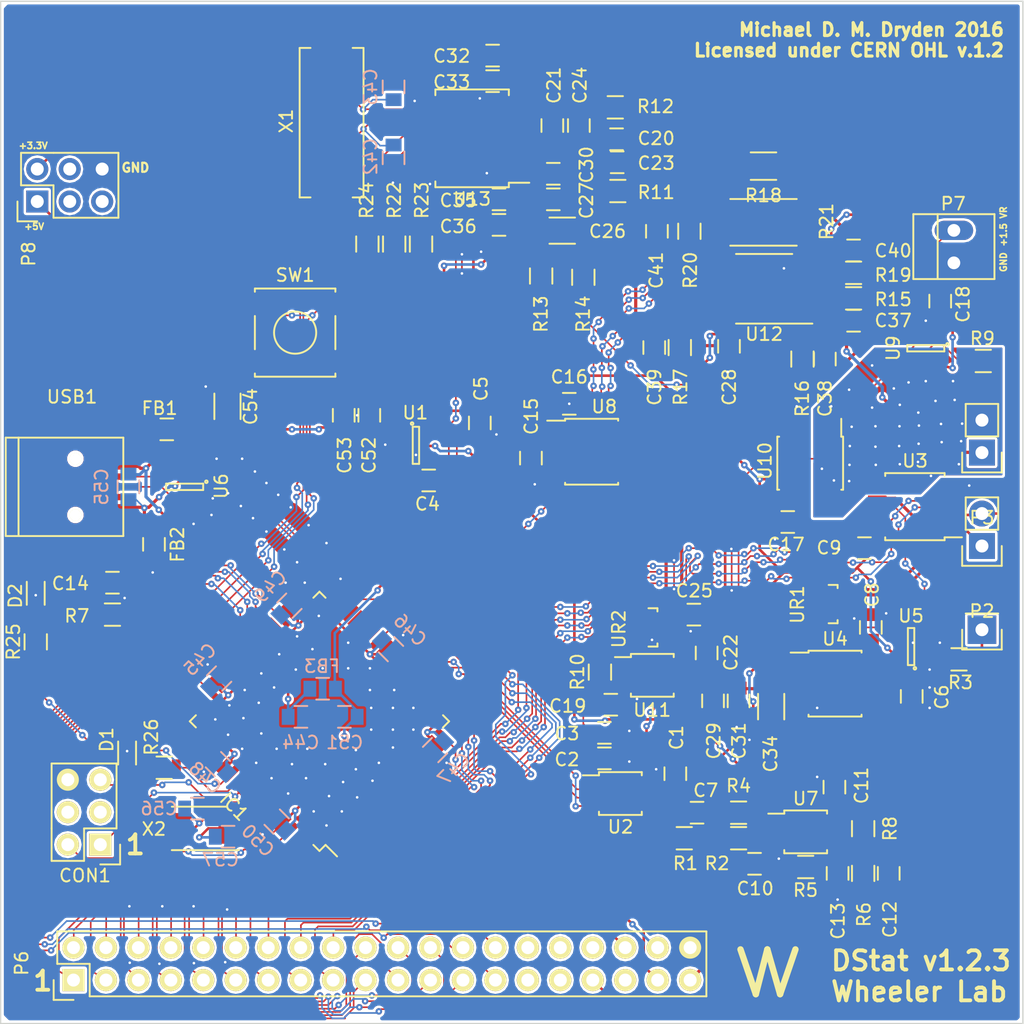
<source format=kicad_pcb>
(kicad_pcb (version 20170123) (host pcbnew "(2017-02-07 revision 6561c8e)-master")

  (general
    (links 314)
    (no_connects 0)
    (area 85.055 43.3 271.513467 164.4761)
    (thickness 1.6)
    (drawings 54)
    (tracks 2288)
    (zones 0)
    (modules 115)
    (nets 121)
  )

  (page A4)
  (title_block
    (title "DStat Mainboard")
    (date 2016-11-18)
    (rev 1.2.3)
    (company "Wheeler Microfluidics Laboratory")
    (comment 1 "©Michael D. M. Dryden 2016")
    (comment 2 "This documentation describes Open Hardware and is licensed under the CERN OHL v. 1.2.")
  )

  (layers
    (0 F.Cu signal)
    (31 B.Cu signal)
    (32 B.Adhes user hide)
    (33 F.Adhes user hide)
    (34 B.Paste user hide)
    (35 F.Paste user hide)
    (36 B.SilkS user)
    (37 F.SilkS user)
    (38 B.Mask user)
    (39 F.Mask user)
    (40 Dwgs.User user hide)
    (41 Cmts.User user hide)
    (42 Eco1.User user)
    (43 Eco2.User user)
    (44 Edge.Cuts user)
  )

  (setup
    (last_trace_width 0.127)
    (user_trace_width 0.13)
    (user_trace_width 0.2)
    (user_trace_width 0.25)
    (user_trace_width 0.3)
    (user_trace_width 0.762)
    (trace_clearance 0.127)
    (zone_clearance 0.2)
    (zone_45_only yes)
    (trace_min 0.127)
    (segment_width 0.2)
    (edge_width 0.1)
    (via_size 0.508)
    (via_drill 0.2032)
    (via_min_size 0.508)
    (via_min_drill 0.2032)
    (user_via 0.508 0.2032)
    (user_via 0.5334 0.254)
    (uvia_size 0.508)
    (uvia_drill 0.127)
    (uvias_allowed no)
    (uvia_min_size 0.508)
    (uvia_min_drill 0.127)
    (pcb_text_width 0.3)
    (pcb_text_size 1.5 1.5)
    (mod_edge_width 0.15)
    (mod_text_size 1 1)
    (mod_text_width 0.15)
    (pad_size 0.4 1.8)
    (pad_drill 0)
    (pad_to_mask_clearance 0)
    (aux_axis_origin 86.2965 123.3805)
    (grid_origin 86.2965 123.3805)
    (visible_elements 7FFEFF7F)
    (pcbplotparams
      (layerselection 0x010f0_ffffffff)
      (usegerberextensions false)
      (usegerberattributes true)
      (excludeedgelayer true)
      (linewidth 0.150000)
      (plotframeref false)
      (viasonmask true)
      (mode 1)
      (useauxorigin false)
      (hpglpennumber 1)
      (hpglpenspeed 20)
      (hpglpendiameter 15)
      (psnegative false)
      (psa4output false)
      (plotreference true)
      (plotvalue true)
      (plotinvisibletext false)
      (padsonsilk false)
      (subtractmaskfromsilk false)
      (outputformat 1)
      (mirror false)
      (drillshape 0)
      (scaleselection 1)
      (outputdirectory gbr/))
  )

  (net 0 "")
  (net 1 +1.5VR)
  (net 2 +3VR)
  (net 3 +5V)
  (net 4 /ADC)
  (net 5 /COUNTER)
  (net 6 /DAC_OUT)
  (net 7 /DM)
  (net 8 /DP)
  (net 9 /PA0)
  (net 10 /PA1)
  (net 11 /PA2)
  (net 12 /PA3)
  (net 13 /PA4)
  (net 14 /PA5)
  (net 15 /PA6)
  (net 16 /PA7)
  (net 17 /PB0)
  (net 18 /PB1)
  (net 19 /PB2)
  (net 20 /PB3)
  (net 21 /PB4)
  (net 22 /PB5)
  (net 23 /PB6)
  (net 24 /PB7)
  (net 25 /PC0)
  (net 26 /PC1)
  (net 27 /PC2)
  (net 28 /PC3)
  (net 29 /PC4)
  (net 30 /PC5)
  (net 31 /PC7)
  (net 32 /PD0)
  (net 33 /PD1)
  (net 34 /PD2)
  (net 35 /PD3)
  (net 36 /PD4)
  (net 37 /PD5)
  (net 38 /PDI_CLK)
  (net 39 /PDI_DATA)
  (net 40 /PE0)
  (net 41 /PE1)
  (net 42 /PE2)
  (net 43 /PE3)
  (net 44 /PE4)
  (net 45 /PE5)
  (net 46 /PE6)
  (net 47 /PE7)
  (net 48 /PF0)
  (net 49 /PF1)
  (net 50 /PF2)
  (net 51 /PF3)
  (net 52 /PF4)
  (net 53 /PF5)
  (net 54 /PF6)
  (net 55 /PF7)
  (net 56 /REFERENCE)
  (net 57 /REF_V)
  (net 58 /USB_GND)
  (net 59 /USB_VCC)
  (net 60 /WORKING)
  (net 61 /WSHIELD)
  (net 62 GND)
  (net 63 "Net-(C4-Pad1)")
  (net 64 "Net-(C7-Pad1)")
  (net 65 "Net-(C7-Pad2)")
  (net 66 "Net-(C10-Pad2)")
  (net 67 "Net-(C12-Pad1)")
  (net 68 "Net-(C13-Pad2)")
  (net 69 "Net-(C14-Pad1)")
  (net 70 "Net-(C16-Pad1)")
  (net 71 "Net-(C19-Pad1)")
  (net 72 "Net-(C20-Pad2)")
  (net 73 "Net-(C21-Pad2)")
  (net 74 "Net-(C26-Pad1)")
  (net 75 "Net-(C26-Pad2)")
  (net 76 "Net-(C37-Pad1)")
  (net 77 "Net-(C38-Pad1)")
  (net 78 "Net-(C39-Pad1)")
  (net 79 "Net-(C40-Pad1)")
  (net 80 "Net-(C41-Pad1)")
  (net 81 "Net-(C42-Pad1)")
  (net 82 "Net-(C43-Pad1)")
  (net 83 "Net-(C44-Pad2)")
  (net 84 "Net-(CON1-Pad3)")
  (net 85 "Net-(CON1-Pad4)")
  (net 86 "Net-(IC1-Pad22)")
  (net 87 "Net-(R1-Pad1)")
  (net 88 "Net-(R3-Pad1)")
  (net 89 "Net-(R4-Pad2)")
  (net 90 "Net-(R8-Pad2)")
  (net 91 "Net-(R9-Pad1)")
  (net 92 "Net-(R10-Pad1)")
  (net 93 "Net-(R18-Pad1)")
  (net 94 "Net-(R21-Pad1)")
  (net 95 "Net-(R22-Pad1)")
  (net 96 "Net-(R23-Pad1)")
  (net 97 "Net-(R24-Pad1)")
  (net 98 "Net-(U3-Pad2)")
  (net 99 "Net-(U10-Pad8)")
  (net 100 "Net-(U3-Pad10)")
  (net 101 "Net-(U4-Pad2)")
  (net 102 "Net-(U6-Pad4)")
  (net 103 "Net-(U6-Pad3)")
  (net 104 "Net-(U13-Pad19)")
  (net 105 +3V3)
  (net 106 "Net-(D1-Pad2)")
  (net 107 "Net-(D2-Pad2)")
  (net 108 "Net-(P6-Pad31)")
  (net 109 "Net-(P6-Pad32)")
  (net 110 "Net-(P6-Pad34)")
  (net 111 "Net-(P6-Pad35)")
  (net 112 "Net-(P8-Pad5)")
  (net 113 "Net-(P8-Pad4)")
  (net 114 "Net-(P8-Pad3)")
  (net 115 "Net-(C56-Pad2)")
  (net 116 "Net-(C57-Pad2)")
  (net 117 "Net-(P6-Pad29)")
  (net 118 "Net-(P6-Pad30)")
  (net 119 "Net-(USB1-Pad4)")
  (net 120 /RSHIELD)

  (net_class Default "This is the default net class."
    (clearance 0.127)
    (trace_width 0.127)
    (via_dia 0.508)
    (via_drill 0.2032)
    (uvia_dia 0.508)
    (uvia_drill 0.127)
    (add_net +1.5VR)
    (add_net +3V3)
    (add_net +3VR)
    (add_net /ADC)
    (add_net /COUNTER)
    (add_net /DAC_OUT)
    (add_net /DM)
    (add_net /DP)
    (add_net /PA0)
    (add_net /PA1)
    (add_net /PA2)
    (add_net /PA3)
    (add_net /PA4)
    (add_net /PA5)
    (add_net /PA6)
    (add_net /PA7)
    (add_net /PB0)
    (add_net /PB1)
    (add_net /PB2)
    (add_net /PB3)
    (add_net /PB4)
    (add_net /PB5)
    (add_net /PB6)
    (add_net /PB7)
    (add_net /PC0)
    (add_net /PC1)
    (add_net /PC2)
    (add_net /PC3)
    (add_net /PC4)
    (add_net /PC5)
    (add_net /PC7)
    (add_net /PD0)
    (add_net /PD1)
    (add_net /PD2)
    (add_net /PD3)
    (add_net /PD4)
    (add_net /PD5)
    (add_net /PDI_CLK)
    (add_net /PDI_DATA)
    (add_net /PE0)
    (add_net /PE1)
    (add_net /PE2)
    (add_net /PE3)
    (add_net /PE4)
    (add_net /PE5)
    (add_net /PE6)
    (add_net /PE7)
    (add_net /PF0)
    (add_net /PF1)
    (add_net /PF2)
    (add_net /PF3)
    (add_net /PF4)
    (add_net /PF5)
    (add_net /PF6)
    (add_net /PF7)
    (add_net /REFERENCE)
    (add_net /REF_V)
    (add_net /RSHIELD)
    (add_net /WORKING)
    (add_net /WSHIELD)
    (add_net GND)
    (add_net "Net-(C10-Pad2)")
    (add_net "Net-(C12-Pad1)")
    (add_net "Net-(C13-Pad2)")
    (add_net "Net-(C14-Pad1)")
    (add_net "Net-(C16-Pad1)")
    (add_net "Net-(C19-Pad1)")
    (add_net "Net-(C20-Pad2)")
    (add_net "Net-(C21-Pad2)")
    (add_net "Net-(C26-Pad1)")
    (add_net "Net-(C26-Pad2)")
    (add_net "Net-(C37-Pad1)")
    (add_net "Net-(C38-Pad1)")
    (add_net "Net-(C39-Pad1)")
    (add_net "Net-(C4-Pad1)")
    (add_net "Net-(C40-Pad1)")
    (add_net "Net-(C41-Pad1)")
    (add_net "Net-(C42-Pad1)")
    (add_net "Net-(C43-Pad1)")
    (add_net "Net-(C44-Pad2)")
    (add_net "Net-(C56-Pad2)")
    (add_net "Net-(C57-Pad2)")
    (add_net "Net-(C7-Pad1)")
    (add_net "Net-(C7-Pad2)")
    (add_net "Net-(CON1-Pad3)")
    (add_net "Net-(CON1-Pad4)")
    (add_net "Net-(D1-Pad2)")
    (add_net "Net-(D2-Pad2)")
    (add_net "Net-(IC1-Pad22)")
    (add_net "Net-(P6-Pad29)")
    (add_net "Net-(P6-Pad30)")
    (add_net "Net-(P6-Pad31)")
    (add_net "Net-(P6-Pad32)")
    (add_net "Net-(P6-Pad34)")
    (add_net "Net-(P6-Pad35)")
    (add_net "Net-(P8-Pad3)")
    (add_net "Net-(P8-Pad4)")
    (add_net "Net-(P8-Pad5)")
    (add_net "Net-(R1-Pad1)")
    (add_net "Net-(R10-Pad1)")
    (add_net "Net-(R18-Pad1)")
    (add_net "Net-(R21-Pad1)")
    (add_net "Net-(R22-Pad1)")
    (add_net "Net-(R23-Pad1)")
    (add_net "Net-(R24-Pad1)")
    (add_net "Net-(R3-Pad1)")
    (add_net "Net-(R4-Pad2)")
    (add_net "Net-(R8-Pad2)")
    (add_net "Net-(R9-Pad1)")
    (add_net "Net-(U10-Pad8)")
    (add_net "Net-(U13-Pad19)")
    (add_net "Net-(U3-Pad10)")
    (add_net "Net-(U3-Pad2)")
    (add_net "Net-(U4-Pad2)")
    (add_net "Net-(U6-Pad3)")
    (add_net "Net-(U6-Pad4)")
    (add_net "Net-(USB1-Pad4)")
  )

  (net_class Analogue ""
    (clearance 0.254)
    (trace_width 0.254)
    (via_dia 0.508)
    (via_drill 0.2032)
    (uvia_dia 0.508)
    (uvia_drill 0.127)
  )

  (net_class power ""
    (clearance 0.127)
    (trace_width 0.2032)
    (via_dia 0.508)
    (via_drill 0.2032)
    (uvia_dia 0.508)
    (uvia_drill 0.127)
    (add_net +5V)
    (add_net /USB_GND)
    (add_net /USB_VCC)
  )

  (module Housings_SSOP:SSOP-20_5.3x7.2mm_Pitch0.65mm (layer F.Cu) (tedit 54130A77) (tstamp 58533794)
    (at 123.1965 54.125 180)
    (descr "20-Lead Plastic Shrink Small Outline (SS)-5.30 mm Body [SSOP] (see Microchip Packaging Specification 00000049BS.pdf)")
    (tags "SSOP 0.65")
    (path /540648F9)
    (attr smd)
    (fp_text reference U13 (at 0 -4.75 180) (layer F.SilkS)
      (effects (font (size 1 1) (thickness 0.15)))
    )
    (fp_text value ADS1255 (at 0 4.75 180) (layer F.Fab)
      (effects (font (size 1 1) (thickness 0.15)))
    )
    (fp_line (start -2.875 -3.475) (end -4.475 -3.475) (layer F.SilkS) (width 0.15))
    (fp_line (start -2.875 3.825) (end 2.875 3.825) (layer F.SilkS) (width 0.15))
    (fp_line (start -2.875 -3.825) (end 2.875 -3.825) (layer F.SilkS) (width 0.15))
    (fp_line (start -2.875 3.825) (end -2.875 3.375) (layer F.SilkS) (width 0.15))
    (fp_line (start 2.875 3.825) (end 2.875 3.375) (layer F.SilkS) (width 0.15))
    (fp_line (start 2.875 -3.825) (end 2.875 -3.375) (layer F.SilkS) (width 0.15))
    (fp_line (start -2.875 -3.825) (end -2.875 -3.475) (layer F.SilkS) (width 0.15))
    (fp_line (start -4.75 4) (end 4.75 4) (layer F.CrtYd) (width 0.05))
    (fp_line (start -4.75 -4) (end 4.75 -4) (layer F.CrtYd) (width 0.05))
    (fp_line (start 4.75 -4) (end 4.75 4) (layer F.CrtYd) (width 0.05))
    (fp_line (start -4.75 -4) (end -4.75 4) (layer F.CrtYd) (width 0.05))
    (fp_line (start -2.65 -2.6) (end -1.65 -3.6) (layer F.Fab) (width 0.15))
    (fp_line (start -2.65 3.6) (end -2.65 -2.6) (layer F.Fab) (width 0.15))
    (fp_line (start 2.65 3.6) (end -2.65 3.6) (layer F.Fab) (width 0.15))
    (fp_line (start 2.65 -3.6) (end 2.65 3.6) (layer F.Fab) (width 0.15))
    (fp_line (start -1.65 -3.6) (end 2.65 -3.6) (layer F.Fab) (width 0.15))
    (pad 20 smd rect (at 3.6 -2.925 180) (size 1.75 0.45) (layers F.Cu F.Paste F.Mask)
      (net 62 GND))
    (pad 19 smd rect (at 3.6 -2.275 180) (size 1.75 0.45) (layers F.Cu F.Paste F.Mask)
      (net 104 "Net-(U13-Pad19)"))
    (pad 18 smd rect (at 3.6 -1.625 180) (size 1.75 0.45) (layers F.Cu F.Paste F.Mask)
      (net 95 "Net-(R22-Pad1)"))
    (pad 17 smd rect (at 3.6 -0.975 180) (size 1.75 0.45) (layers F.Cu F.Paste F.Mask)
      (net 96 "Net-(R23-Pad1)"))
    (pad 16 smd rect (at 3.6 -0.325 180) (size 1.75 0.45) (layers F.Cu F.Paste F.Mask)
      (net 46 /PE6))
    (pad 15 smd rect (at 3.6 0.325 180) (size 1.75 0.45) (layers F.Cu F.Paste F.Mask)
      (net 37 /PD5))
    (pad 14 smd rect (at 3.6 0.975 180) (size 1.75 0.45) (layers F.Cu F.Paste F.Mask)
      (net 97 "Net-(R24-Pad1)"))
    (pad 13 smd rect (at 3.6 1.625 180) (size 1.75 0.45) (layers F.Cu F.Paste F.Mask)
      (net 81 "Net-(C42-Pad1)"))
    (pad 12 smd rect (at 3.6 2.275 180) (size 1.75 0.45) (layers F.Cu F.Paste F.Mask)
      (net 82 "Net-(C43-Pad1)"))
    (pad 11 smd rect (at 3.6 2.925 180) (size 1.75 0.45) (layers F.Cu F.Paste F.Mask)
      (net 62 GND))
    (pad 10 smd rect (at -3.6 2.925 180) (size 1.75 0.45) (layers F.Cu F.Paste F.Mask)
      (net 105 +3V3))
    (pad 9 smd rect (at -3.6 2.275 180) (size 1.75 0.45) (layers F.Cu F.Paste F.Mask)
      (net 105 +3V3))
    (pad 8 smd rect (at -3.6 1.625 180) (size 1.75 0.45) (layers F.Cu F.Paste F.Mask)
      (net 105 +3V3))
    (pad 7 smd rect (at -3.6 0.975 180) (size 1.75 0.45) (layers F.Cu F.Paste F.Mask)
      (net 73 "Net-(C21-Pad2)"))
    (pad 6 smd rect (at -3.6 0.325 180) (size 1.75 0.45) (layers F.Cu F.Paste F.Mask)
      (net 72 "Net-(C20-Pad2)"))
    (pad 5 smd rect (at -3.6 -0.325 180) (size 1.75 0.45) (layers F.Cu F.Paste F.Mask)
      (net 1 +1.5VR))
    (pad 4 smd rect (at -3.6 -0.975 180) (size 1.75 0.45) (layers F.Cu F.Paste F.Mask)
      (net 75 "Net-(C26-Pad2)"))
    (pad 3 smd rect (at -3.6 -1.625 180) (size 1.75 0.45) (layers F.Cu F.Paste F.Mask)
      (net 74 "Net-(C26-Pad1)"))
    (pad 2 smd rect (at -3.6 -2.275 180) (size 1.75 0.45) (layers F.Cu F.Paste F.Mask)
      (net 62 GND))
    (pad 1 smd rect (at -3.6 -2.925 180) (size 1.75 0.45) (layers F.Cu F.Paste F.Mask)
      (net 3 +5V))
    (model Housings_SSOP.3dshapes/SSOP-20_5.3x7.2mm_Pitch0.65mm.wrl
      (at (xyz 0 0 0))
      (scale (xyz 1 1 1))
      (rotate (xyz 0 0 0))
    )
  )

  (module Resistors_SMD:R_1206 (layer F.Cu) (tedit 5415CFA7) (tstamp 582FC50A)
    (at 146 56.3 180)
    (descr "Resistor SMD 1206, reflow soldering, Vishay (see dcrcw.pdf)")
    (tags "resistor 1206")
    (path /54062099)
    (attr smd)
    (fp_text reference R18 (at 0 -2.3 180) (layer F.SilkS)
      (effects (font (size 1 1) (thickness 0.15)))
    )
    (fp_text value 100M (at 0 2.3 180) (layer F.Fab)
      (effects (font (size 1 1) (thickness 0.15)))
    )
    (fp_line (start -1 -1.075) (end 1 -1.075) (layer F.SilkS) (width 0.15))
    (fp_line (start 1 1.075) (end -1 1.075) (layer F.SilkS) (width 0.15))
    (fp_line (start 2.2 -1.2) (end 2.2 1.2) (layer F.CrtYd) (width 0.05))
    (fp_line (start -2.2 -1.2) (end -2.2 1.2) (layer F.CrtYd) (width 0.05))
    (fp_line (start -2.2 1.2) (end 2.2 1.2) (layer F.CrtYd) (width 0.05))
    (fp_line (start -2.2 -1.2) (end 2.2 -1.2) (layer F.CrtYd) (width 0.05))
    (pad 2 smd rect (at 1.45 0 180) (size 0.9 1.7) (layers F.Cu F.Paste F.Mask)
      (net 4 /ADC))
    (pad 1 smd rect (at -1.45 0 180) (size 0.9 1.7) (layers F.Cu F.Paste F.Mask)
      (net 93 "Net-(R18-Pad1)"))
    (model Resistors_SMD.3dshapes/R_1206.wrl
      (at (xyz 0 0 0))
      (scale (xyz 1 1 1))
      (rotate (xyz 0 0 0))
    )
  )

  (module dstat:SW_SPST_SMD (layer F.Cu) (tedit 582F6687) (tstamp 582FA656)
    (at 109.3465 69.3305)
    (descr "Surface Mount Tactile Switch for High-Density Packaging")
    (tags "Tactile Switch")
    (path /582FEA8A)
    (attr smd)
    (fp_text reference SW1 (at 0 -4.5) (layer F.SilkS)
      (effects (font (size 1 1) (thickness 0.15)))
    )
    (fp_text value RESET (at 0 4.5) (layer F.Fab)
      (effects (font (size 1 1) (thickness 0.15)))
    )
    (fp_line (start -3 3.3) (end -3 -3.3) (layer F.Fab) (width 0.15))
    (fp_line (start 3 3.3) (end -3 3.3) (layer F.Fab) (width 0.15))
    (fp_line (start 3 -3.3) (end 3 3.3) (layer F.Fab) (width 0.15))
    (fp_line (start -3 -3.3) (end 3 -3.3) (layer F.Fab) (width 0.15))
    (fp_circle (center 0 0) (end 1.65 0) (layer F.SilkS) (width 0.15))
    (fp_line (start 3.15 -1.3) (end 3.15 1.3) (layer F.SilkS) (width 0.15))
    (fp_line (start -3.15 3.45) (end -3.15 3.2) (layer F.SilkS) (width 0.15))
    (fp_line (start 3.15 3.45) (end -3.15 3.45) (layer F.SilkS) (width 0.15))
    (fp_line (start 3.15 3.2) (end 3.15 3.45) (layer F.SilkS) (width 0.15))
    (fp_line (start -3.15 1.3) (end -3.15 -1.3) (layer F.SilkS) (width 0.15))
    (fp_line (start 3.15 -3.45) (end 3.15 -3.2) (layer F.SilkS) (width 0.15))
    (fp_line (start -3.15 -3.45) (end 3.15 -3.45) (layer F.SilkS) (width 0.15))
    (fp_line (start -3.15 -3.2) (end -3.15 -3.45) (layer F.SilkS) (width 0.15))
    (fp_line (start -5 -3.7) (end -5 3.7) (layer F.CrtYd) (width 0.05))
    (fp_line (start 5 -3.7) (end -5 -3.7) (layer F.CrtYd) (width 0.05))
    (fp_line (start 5 3.7) (end 5 -3.7) (layer F.CrtYd) (width 0.05))
    (fp_line (start -5 3.7) (end 5 3.7) (layer F.CrtYd) (width 0.05))
    (pad 2 smd rect (at 4.55 2.25) (size 2.1 1.4) (layers F.Cu F.Paste F.Mask)
      (net 62 GND))
    (pad 2 smd rect (at -4.55 2.25) (size 2.1 1.4) (layers F.Cu F.Paste F.Mask)
      (net 62 GND))
    (pad 1 smd rect (at 4.55 -2.25) (size 2.1 1.4) (layers F.Cu F.Paste F.Mask)
      (net 45 /PE5))
    (pad 1 smd rect (at -4.55 -2.25) (size 2.1 1.4) (layers F.Cu F.Paste F.Mask)
      (net 45 /PE5))
  )

  (module Pin_Headers:Pin_Header_Straight_1x02 (layer F.Cu) (tedit 54EA090C) (tstamp 582F89D7)
    (at 163.0965 86.0305 180)
    (descr "Through hole pin header")
    (tags "pin header")
    (path /582F76C7)
    (fp_text reference P2 (at 0 -5.1 180) (layer F.SilkS)
      (effects (font (size 1 1) (thickness 0.15)))
    )
    (fp_text value "C R" (at 0 -3.1 180) (layer F.Fab)
      (effects (font (size 1 1) (thickness 0.15)))
    )
    (fp_line (start 1.27 1.27) (end 1.27 3.81) (layer F.SilkS) (width 0.15))
    (fp_line (start 1.55 -1.55) (end 1.55 0) (layer F.SilkS) (width 0.15))
    (fp_line (start -1.75 -1.75) (end -1.75 4.3) (layer F.CrtYd) (width 0.05))
    (fp_line (start 1.75 -1.75) (end 1.75 4.3) (layer F.CrtYd) (width 0.05))
    (fp_line (start -1.75 -1.75) (end 1.75 -1.75) (layer F.CrtYd) (width 0.05))
    (fp_line (start -1.75 4.3) (end 1.75 4.3) (layer F.CrtYd) (width 0.05))
    (fp_line (start 1.27 1.27) (end -1.27 1.27) (layer F.SilkS) (width 0.15))
    (fp_line (start -1.55 0) (end -1.55 -1.55) (layer F.SilkS) (width 0.15))
    (fp_line (start -1.55 -1.55) (end 1.55 -1.55) (layer F.SilkS) (width 0.15))
    (fp_line (start -1.27 1.27) (end -1.27 3.81) (layer F.SilkS) (width 0.15))
    (fp_line (start -1.27 3.81) (end 1.27 3.81) (layer F.SilkS) (width 0.15))
    (pad 1 thru_hole rect (at 0 0 180) (size 2.032 2.032) (drill 1.016) (layers *.Cu *.Mask)
      (net 5 /COUNTER))
    (pad 2 thru_hole oval (at 0 2.54 180) (size 2.032 2.032) (drill 1.016) (layers *.Cu *.Mask)
      (net 56 /REFERENCE))
    (model Pin_Headers.3dshapes/Pin_Header_Straight_1x02.wrl
      (at (xyz 0 -0.05 0))
      (scale (xyz 1 1 1))
      (rotate (xyz 0 0 90))
    )
  )

  (module Pin_Headers:Pin_Header_Straight_1x01 (layer F.Cu) (tedit 582F5C21) (tstamp 582F89E6)
    (at 163.0965 92.5805 180)
    (descr "Through hole pin header")
    (tags "pin header")
    (path /582F9B3A)
    (fp_text reference P1 (at 0 -5.1 180) (layer F.SilkS) hide
      (effects (font (size 1 1) (thickness 0.15)))
    )
    (fp_text value RS (at 0 -3.1 180) (layer F.Fab)
      (effects (font (size 1 1) (thickness 0.15)))
    )
    (fp_line (start -1.27 1.27) (end 1.27 1.27) (layer F.SilkS) (width 0.15))
    (fp_line (start -1.55 -1.55) (end 1.55 -1.55) (layer F.SilkS) (width 0.15))
    (fp_line (start -1.55 0) (end -1.55 -1.55) (layer F.SilkS) (width 0.15))
    (fp_line (start -1.75 1.75) (end 1.75 1.75) (layer F.CrtYd) (width 0.05))
    (fp_line (start -1.75 -1.75) (end 1.75 -1.75) (layer F.CrtYd) (width 0.05))
    (fp_line (start 1.75 -1.75) (end 1.75 1.75) (layer F.CrtYd) (width 0.05))
    (fp_line (start -1.75 -1.75) (end -1.75 1.75) (layer F.CrtYd) (width 0.05))
    (fp_line (start 1.55 -1.55) (end 1.55 0) (layer F.SilkS) (width 0.15))
    (pad 1 thru_hole rect (at 0 0 180) (size 2.2352 2.2352) (drill 1.016) (layers *.Cu *.Mask)
      (net 120 /RSHIELD))
    (model Pin_Headers.3dshapes/Pin_Header_Straight_1x01.wrl
      (at (xyz 0 0 0))
      (scale (xyz 1 1 1))
      (rotate (xyz 0 0 90))
    )
  )

  (module Pin_Headers:Pin_Header_Straight_1x02 (layer F.Cu) (tedit 54EA090C) (tstamp 582F89C7)
    (at 163.0965 78.7205 180)
    (descr "Through hole pin header")
    (tags "pin header")
    (path /582F9151)
    (fp_text reference P3 (at 0 -5.1 180) (layer F.SilkS)
      (effects (font (size 1 1) (thickness 0.15)))
    )
    (fp_text value "W WS" (at 0 -3.1 180) (layer F.Fab)
      (effects (font (size 1 1) (thickness 0.15)))
    )
    (fp_line (start -1.27 3.81) (end 1.27 3.81) (layer F.SilkS) (width 0.15))
    (fp_line (start -1.27 1.27) (end -1.27 3.81) (layer F.SilkS) (width 0.15))
    (fp_line (start -1.55 -1.55) (end 1.55 -1.55) (layer F.SilkS) (width 0.15))
    (fp_line (start -1.55 0) (end -1.55 -1.55) (layer F.SilkS) (width 0.15))
    (fp_line (start 1.27 1.27) (end -1.27 1.27) (layer F.SilkS) (width 0.15))
    (fp_line (start -1.75 4.3) (end 1.75 4.3) (layer F.CrtYd) (width 0.05))
    (fp_line (start -1.75 -1.75) (end 1.75 -1.75) (layer F.CrtYd) (width 0.05))
    (fp_line (start 1.75 -1.75) (end 1.75 4.3) (layer F.CrtYd) (width 0.05))
    (fp_line (start -1.75 -1.75) (end -1.75 4.3) (layer F.CrtYd) (width 0.05))
    (fp_line (start 1.55 -1.55) (end 1.55 0) (layer F.SilkS) (width 0.15))
    (fp_line (start 1.27 1.27) (end 1.27 3.81) (layer F.SilkS) (width 0.15))
    (pad 2 thru_hole oval (at 0 2.54 180) (size 2.032 2.032) (drill 1.016) (layers *.Cu *.Mask)
      (net 61 /WSHIELD))
    (pad 1 thru_hole rect (at 0 0 180) (size 2.032 2.032) (drill 1.016) (layers *.Cu *.Mask)
      (net 60 /WORKING))
    (model Pin_Headers.3dshapes/Pin_Header_Straight_1x02.wrl
      (at (xyz 0 -0.05 0))
      (scale (xyz 1 1 1))
      (rotate (xyz 0 0 90))
    )
  )

  (module Capacitors_SMD:C_0805 (layer B.Cu) (tedit 5415D6EA) (tstamp 582E5266)
    (at 101.6965 106.5805 180)
    (descr "Capacitor SMD 0805, reflow soldering, AVX (see smccp.pdf)")
    (tags "capacitor 0805")
    (path /582E1C5D)
    (attr smd)
    (fp_text reference C56 (at 3 0 180) (layer B.SilkS)
      (effects (font (size 1 1) (thickness 0.15)) (justify mirror))
    )
    (fp_text value 15p (at 0 -2.1 180) (layer B.Fab)
      (effects (font (size 1 1) (thickness 0.15)) (justify mirror))
    )
    (fp_line (start -1 -0.625) (end -1 0.625) (layer B.Fab) (width 0.15))
    (fp_line (start 1 -0.625) (end -1 -0.625) (layer B.Fab) (width 0.15))
    (fp_line (start 1 0.625) (end 1 -0.625) (layer B.Fab) (width 0.15))
    (fp_line (start -1 0.625) (end 1 0.625) (layer B.Fab) (width 0.15))
    (fp_line (start -1.8 1) (end 1.8 1) (layer B.CrtYd) (width 0.05))
    (fp_line (start -1.8 -1) (end 1.8 -1) (layer B.CrtYd) (width 0.05))
    (fp_line (start -1.8 1) (end -1.8 -1) (layer B.CrtYd) (width 0.05))
    (fp_line (start 1.8 1) (end 1.8 -1) (layer B.CrtYd) (width 0.05))
    (fp_line (start 0.5 0.85) (end -0.5 0.85) (layer B.SilkS) (width 0.15))
    (fp_line (start -0.5 -0.85) (end 0.5 -0.85) (layer B.SilkS) (width 0.15))
    (pad 1 smd rect (at -1 0 180) (size 1 1.25) (layers B.Cu B.Paste B.Mask)
      (net 62 GND))
    (pad 2 smd rect (at 1 0 180) (size 1 1.25) (layers B.Cu B.Paste B.Mask)
      (net 115 "Net-(C56-Pad2)"))
    (model Capacitors_SMD.3dshapes/C_0805.wrl
      (at (xyz 0 0 0))
      (scale (xyz 1 1 1))
      (rotate (xyz 0 0 0))
    )
  )

  (module Capacitors_SMD:C_0805 (layer B.Cu) (tedit 5415D6EA) (tstamp 582E5072)
    (at 104.0965 108.7805 180)
    (descr "Capacitor SMD 0805, reflow soldering, AVX (see smccp.pdf)")
    (tags "capacitor 0805")
    (path /582E1DF7)
    (attr smd)
    (fp_text reference C57 (at 0.6 -1.8 180) (layer B.SilkS)
      (effects (font (size 1 1) (thickness 0.15)) (justify mirror))
    )
    (fp_text value 15p (at 0 -2.1 180) (layer B.Fab)
      (effects (font (size 1 1) (thickness 0.15)) (justify mirror))
    )
    (fp_line (start -0.5 -0.85) (end 0.5 -0.85) (layer B.SilkS) (width 0.15))
    (fp_line (start 0.5 0.85) (end -0.5 0.85) (layer B.SilkS) (width 0.15))
    (fp_line (start 1.8 1) (end 1.8 -1) (layer B.CrtYd) (width 0.05))
    (fp_line (start -1.8 1) (end -1.8 -1) (layer B.CrtYd) (width 0.05))
    (fp_line (start -1.8 -1) (end 1.8 -1) (layer B.CrtYd) (width 0.05))
    (fp_line (start -1.8 1) (end 1.8 1) (layer B.CrtYd) (width 0.05))
    (fp_line (start -1 0.625) (end 1 0.625) (layer B.Fab) (width 0.15))
    (fp_line (start 1 0.625) (end 1 -0.625) (layer B.Fab) (width 0.15))
    (fp_line (start 1 -0.625) (end -1 -0.625) (layer B.Fab) (width 0.15))
    (fp_line (start -1 -0.625) (end -1 0.625) (layer B.Fab) (width 0.15))
    (pad 2 smd rect (at 1 0 180) (size 1 1.25) (layers B.Cu B.Paste B.Mask)
      (net 116 "Net-(C57-Pad2)"))
    (pad 1 smd rect (at -1 0 180) (size 1 1.25) (layers B.Cu B.Paste B.Mask)
      (net 62 GND))
    (model Capacitors_SMD.3dshapes/C_0805.wrl
      (at (xyz 0 0 0))
      (scale (xyz 1 1 1))
      (rotate (xyz 0 0 0))
    )
  )

  (module Crystals:Crystal_SMD_5032_2Pads (layer F.Cu) (tedit 56D4CA47) (tstamp 582E4D44)
    (at 102.2965 108.1305 180)
    (descr "Ceramic SMD crystal, 5.0x3.2mm, 2 Pads")
    (tags "crystal oscillator quartz SMD SMT 5032")
    (path /582E1A9C)
    (attr smd)
    (fp_text reference X2 (at 4 -0.05 180) (layer F.SilkS)
      (effects (font (size 1 1) (thickness 0.15)))
    )
    (fp_text value "12 MHz" (at 0 2.9 180) (layer F.Fab)
      (effects (font (size 1 1) (thickness 0.15)))
    )
    (fp_line (start -2.65 -1.7) (end 2.6 -1.7) (layer F.SilkS) (width 0.15))
    (fp_line (start 2.6 1.7) (end -1.7 1.7) (layer F.SilkS) (width 0.15))
    (fp_line (start 3.6 -2.2) (end -3.6 -2.2) (layer F.CrtYd) (width 0.05))
    (fp_line (start -3.6 -2.2) (end -3.6 2.2) (layer F.CrtYd) (width 0.05))
    (fp_line (start -3.6 2.2) (end 3.6 2.2) (layer F.CrtYd) (width 0.05))
    (fp_line (start 3.6 2.2) (end 3.6 -2.2) (layer F.CrtYd) (width 0.05))
    (pad 2 smd rect (at 2.05 0 180) (size 2 2.4) (layers F.Cu F.Paste F.Mask)
      (net 115 "Net-(C56-Pad2)"))
    (pad 1 smd rect (at -2.05 0 180) (size 2 2.4) (layers F.Cu F.Paste F.Mask)
      (net 116 "Net-(C57-Pad2)"))
    (model Crystals.3dshapes/Crystal_SMD_5032_2Pads.wrl
      (at (xyz 0 0 0))
      (scale (xyz 0.3937 0.3937 0.3937))
      (rotate (xyz 0 0 0))
    )
  )

  (module Diodes_SMD:D_0805 (layer F.Cu) (tedit 574BBB4C) (tstamp 582E4D34)
    (at 96.1965 102.4305 270)
    (descr "Diode SMD in 0805 package")
    (tags "smd diode")
    (path /582EB628)
    (attr smd)
    (fp_text reference D1 (at -1.25 1.6 270) (layer F.SilkS)
      (effects (font (size 1 1) (thickness 0.15)))
    )
    (fp_text value LED (at 0 -1.6 270) (layer F.Fab)
      (effects (font (size 1 1) (thickness 0.15)))
    )
    (fp_line (start -1.8 0.9) (end -1.8 -0.9) (layer F.CrtYd) (width 0.05))
    (fp_line (start 1.8 0.9) (end -1.8 0.9) (layer F.CrtYd) (width 0.05))
    (fp_line (start 1.8 -0.9) (end 1.8 0.9) (layer F.CrtYd) (width 0.05))
    (fp_line (start -1.8 -0.9) (end 1.8 -0.9) (layer F.CrtYd) (width 0.05))
    (fp_line (start 0.2 0) (end 0.4 0) (layer F.Fab) (width 0.15))
    (fp_line (start -0.1 0) (end -0.3 0) (layer F.Fab) (width 0.15))
    (fp_line (start -0.1 -0.2) (end -0.1 0.2) (layer F.Fab) (width 0.15))
    (fp_line (start 0.2 0.2) (end 0.2 -0.2) (layer F.Fab) (width 0.15))
    (fp_line (start -0.1 0) (end 0.2 0.2) (layer F.Fab) (width 0.15))
    (fp_line (start 0.2 -0.2) (end -0.1 0) (layer F.Fab) (width 0.15))
    (fp_line (start -1 0.6) (end -1 -0.6) (layer F.Fab) (width 0.15))
    (fp_line (start 1 0.6) (end -1 0.6) (layer F.Fab) (width 0.15))
    (fp_line (start 1 -0.6) (end 1 0.6) (layer F.Fab) (width 0.15))
    (fp_line (start -1 -0.6) (end 1 -0.6) (layer F.Fab) (width 0.15))
    (fp_line (start -1.1 0.7) (end 0.7 0.7) (layer F.SilkS) (width 0.15))
    (fp_line (start -1.1 -0.7) (end 0.7 -0.7) (layer F.SilkS) (width 0.15))
    (pad 1 smd rect (at -1.05 0 270) (size 0.8 0.9) (layers F.Cu F.Paste F.Mask)
      (net 62 GND))
    (pad 2 smd rect (at 1.05 0 270) (size 0.8 0.9) (layers F.Cu F.Paste F.Mask)
      (net 106 "Net-(D1-Pad2)"))
  )

  (module Diodes_SMD:D_0805 (layer F.Cu) (tedit 574BBB4C) (tstamp 582E4D24)
    (at 89.0465 89.9305 270)
    (descr "Diode SMD in 0805 package")
    (tags "smd diode")
    (path /582EFD10)
    (attr smd)
    (fp_text reference D2 (at 0 1.6 270) (layer F.SilkS)
      (effects (font (size 1 1) (thickness 0.15)))
    )
    (fp_text value LED (at 0 -1.6 270) (layer F.Fab)
      (effects (font (size 1 1) (thickness 0.15)))
    )
    (fp_line (start -1.1 -0.7) (end 0.7 -0.7) (layer F.SilkS) (width 0.15))
    (fp_line (start -1.1 0.7) (end 0.7 0.7) (layer F.SilkS) (width 0.15))
    (fp_line (start -1 -0.6) (end 1 -0.6) (layer F.Fab) (width 0.15))
    (fp_line (start 1 -0.6) (end 1 0.6) (layer F.Fab) (width 0.15))
    (fp_line (start 1 0.6) (end -1 0.6) (layer F.Fab) (width 0.15))
    (fp_line (start -1 0.6) (end -1 -0.6) (layer F.Fab) (width 0.15))
    (fp_line (start 0.2 -0.2) (end -0.1 0) (layer F.Fab) (width 0.15))
    (fp_line (start -0.1 0) (end 0.2 0.2) (layer F.Fab) (width 0.15))
    (fp_line (start 0.2 0.2) (end 0.2 -0.2) (layer F.Fab) (width 0.15))
    (fp_line (start -0.1 -0.2) (end -0.1 0.2) (layer F.Fab) (width 0.15))
    (fp_line (start -0.1 0) (end -0.3 0) (layer F.Fab) (width 0.15))
    (fp_line (start 0.2 0) (end 0.4 0) (layer F.Fab) (width 0.15))
    (fp_line (start -1.8 -0.9) (end 1.8 -0.9) (layer F.CrtYd) (width 0.05))
    (fp_line (start 1.8 -0.9) (end 1.8 0.9) (layer F.CrtYd) (width 0.05))
    (fp_line (start 1.8 0.9) (end -1.8 0.9) (layer F.CrtYd) (width 0.05))
    (fp_line (start -1.8 0.9) (end -1.8 -0.9) (layer F.CrtYd) (width 0.05))
    (pad 2 smd rect (at 1.05 0 270) (size 0.8 0.9) (layers F.Cu F.Paste F.Mask)
      (net 107 "Net-(D2-Pad2)"))
    (pad 1 smd rect (at -1.05 0 270) (size 0.8 0.9) (layers F.Cu F.Paste F.Mask)
      (net 62 GND))
  )

  (module Pin_Headers:Pin_Header_Straight_2x03 (layer F.Cu) (tedit 54EA0A4B) (tstamp 582E4A7F)
    (at 89.1665 59.0705 90)
    (descr "Through hole pin header")
    (tags "pin header")
    (path /5406B150)
    (fp_text reference P8 (at -4.11 -0.67 90) (layer F.SilkS)
      (effects (font (size 1 1) (thickness 0.15)))
    )
    (fp_text value CONN_3X2 (at 0 -3.1 90) (layer F.Fab)
      (effects (font (size 1 1) (thickness 0.15)))
    )
    (fp_line (start 3.81 1.27) (end 3.81 -1.27) (layer F.SilkS) (width 0.15))
    (fp_line (start 3.81 -1.27) (end 1.27 -1.27) (layer F.SilkS) (width 0.15))
    (fp_line (start -1.55 -1.55) (end -1.55 0) (layer F.SilkS) (width 0.15))
    (fp_line (start 3.81 6.35) (end 3.81 1.27) (layer F.SilkS) (width 0.15))
    (fp_line (start -1.27 6.35) (end 3.81 6.35) (layer F.SilkS) (width 0.15))
    (fp_line (start 1.27 1.27) (end -1.27 1.27) (layer F.SilkS) (width 0.15))
    (fp_line (start 1.27 -1.27) (end 1.27 1.27) (layer F.SilkS) (width 0.15))
    (fp_line (start -1.75 6.85) (end 4.3 6.85) (layer F.CrtYd) (width 0.05))
    (fp_line (start -1.75 -1.75) (end 4.3 -1.75) (layer F.CrtYd) (width 0.05))
    (fp_line (start 4.3 -1.75) (end 4.3 6.85) (layer F.CrtYd) (width 0.05))
    (fp_line (start -1.75 -1.75) (end -1.75 6.85) (layer F.CrtYd) (width 0.05))
    (fp_line (start -1.55 -1.55) (end 0 -1.55) (layer F.SilkS) (width 0.15))
    (fp_line (start -1.27 1.27) (end -1.27 6.35) (layer F.SilkS) (width 0.15))
    (pad 6 thru_hole oval (at 2.54 5.08 90) (size 1.7272 1.7272) (drill 1.016) (layers *.Cu *.Mask)
      (net 62 GND))
    (pad 5 thru_hole oval (at 0 5.08 90) (size 1.7272 1.7272) (drill 1.016) (layers *.Cu *.Mask)
      (net 112 "Net-(P8-Pad5)"))
    (pad 4 thru_hole oval (at 2.54 2.54 90) (size 1.7272 1.7272) (drill 1.016) (layers *.Cu *.Mask)
      (net 113 "Net-(P8-Pad4)"))
    (pad 3 thru_hole oval (at 0 2.54 90) (size 1.7272 1.7272) (drill 1.016) (layers *.Cu *.Mask)
      (net 114 "Net-(P8-Pad3)"))
    (pad 2 thru_hole oval (at 2.54 0 90) (size 1.7272 1.7272) (drill 1.016) (layers *.Cu *.Mask)
      (net 105 +3V3))
    (pad 1 thru_hole rect (at 0 0 90) (size 1.7272 1.7272) (drill 1.016) (layers *.Cu *.Mask)
      (net 3 +5V))
    (model Pin_Headers.3dshapes/Pin_Header_Straight_2x03.wrl
      (at (xyz 0.05 -0.1 0))
      (scale (xyz 1 1 1))
      (rotate (xyz 0 0 90))
    )
  )

  (module Resistors_SMD:R_0805 (layer F.Cu) (tedit 5415CDEB) (tstamp 582E48F5)
    (at 89.0465 93.5305 90)
    (descr "Resistor SMD 0805, reflow soldering, Vishay (see dcrcw.pdf)")
    (tags "resistor 0805")
    (path /582EFB8C)
    (attr smd)
    (fp_text reference R25 (at 0 -1.75 90) (layer F.SilkS)
      (effects (font (size 1 1) (thickness 0.15)))
    )
    (fp_text value 330 (at 0 2.1 90) (layer F.Fab)
      (effects (font (size 1 1) (thickness 0.15)))
    )
    (fp_line (start -1.6 -1) (end 1.6 -1) (layer F.CrtYd) (width 0.05))
    (fp_line (start -1.6 1) (end 1.6 1) (layer F.CrtYd) (width 0.05))
    (fp_line (start -1.6 -1) (end -1.6 1) (layer F.CrtYd) (width 0.05))
    (fp_line (start 1.6 -1) (end 1.6 1) (layer F.CrtYd) (width 0.05))
    (fp_line (start 0.6 0.875) (end -0.6 0.875) (layer F.SilkS) (width 0.15))
    (fp_line (start -0.6 -0.875) (end 0.6 -0.875) (layer F.SilkS) (width 0.15))
    (pad 1 smd rect (at -0.95 0 90) (size 0.7 1.3) (layers F.Cu F.Paste F.Mask)
      (net 54 /PF6))
    (pad 2 smd rect (at 0.95 0 90) (size 0.7 1.3) (layers F.Cu F.Paste F.Mask)
      (net 107 "Net-(D2-Pad2)"))
    (model Resistors_SMD.3dshapes/R_0805.wrl
      (at (xyz 0 0 0))
      (scale (xyz 1 1 1))
      (rotate (xyz 0 0 0))
    )
  )

  (module Resistors_SMD:R_0805 (layer F.Cu) (tedit 5415CDEB) (tstamp 582E48E5)
    (at 99.0965 103.3805 180)
    (descr "Resistor SMD 0805, reflow soldering, Vishay (see dcrcw.pdf)")
    (tags "resistor 0805")
    (path /582EA095)
    (attr smd)
    (fp_text reference R26 (at 1 2.4 270) (layer F.SilkS)
      (effects (font (size 1 1) (thickness 0.15)))
    )
    (fp_text value 330 (at 0 2.1 180) (layer F.Fab)
      (effects (font (size 1 1) (thickness 0.15)))
    )
    (fp_line (start -0.6 -0.875) (end 0.6 -0.875) (layer F.SilkS) (width 0.15))
    (fp_line (start 0.6 0.875) (end -0.6 0.875) (layer F.SilkS) (width 0.15))
    (fp_line (start 1.6 -1) (end 1.6 1) (layer F.CrtYd) (width 0.05))
    (fp_line (start -1.6 -1) (end -1.6 1) (layer F.CrtYd) (width 0.05))
    (fp_line (start -1.6 1) (end 1.6 1) (layer F.CrtYd) (width 0.05))
    (fp_line (start -1.6 -1) (end 1.6 -1) (layer F.CrtYd) (width 0.05))
    (pad 2 smd rect (at 0.95 0 180) (size 0.7 1.3) (layers F.Cu F.Paste F.Mask)
      (net 106 "Net-(D1-Pad2)"))
    (pad 1 smd rect (at -0.95 0 180) (size 0.7 1.3) (layers F.Cu F.Paste F.Mask)
      (net 55 /PF7))
    (model Resistors_SMD.3dshapes/R_0805.wrl
      (at (xyz 0 0 0))
      (scale (xyz 1 1 1))
      (rotate (xyz 0 0 0))
    )
  )

  (module Capacitors_SMD:C_0805 (layer F.Cu) (tedit 575ED228) (tstamp 56C548C7)
    (at 139.1 103.85 90)
    (descr "Capacitor SMD 0805, reflow soldering, AVX (see smccp.pdf)")
    (tags "capacitor 0805")
    (path /54010664)
    (attr smd)
    (fp_text reference C1 (at 2.8215 0.092 90) (layer F.SilkS)
      (effects (font (size 1 1) (thickness 0.15)))
    )
    (fp_text value 100n (at 0 2.1 90) (layer F.Fab)
      (effects (font (size 1 1) (thickness 0.15)))
    )
    (fp_line (start -1.8 -1) (end 1.8 -1) (layer F.CrtYd) (width 0.05))
    (fp_line (start -1.8 1) (end 1.8 1) (layer F.CrtYd) (width 0.05))
    (fp_line (start -1.8 -1) (end -1.8 1) (layer F.CrtYd) (width 0.05))
    (fp_line (start 1.8 -1) (end 1.8 1) (layer F.CrtYd) (width 0.05))
    (fp_line (start 0.5 -0.85) (end -0.5 -0.85) (layer F.SilkS) (width 0.15))
    (fp_line (start -0.5 0.85) (end 0.5 0.85) (layer F.SilkS) (width 0.15))
    (pad 1 smd rect (at -1 0 90) (size 1 1.25) (layers F.Cu F.Paste F.Mask)
      (net 105 +3V3))
    (pad 2 smd rect (at 1 0 90) (size 1 1.25) (layers F.Cu F.Paste F.Mask)
      (net 62 GND))
    (model Capacitors_SMD.3dshapes/C_0805.wrl
      (at (xyz 0 0 0))
      (scale (xyz 1 1 1))
      (rotate (xyz 0 0 0))
    )
  )

  (module Capacitors_SMD:C_0805 (layer F.Cu) (tedit 575ED2F0) (tstamp 56C548CC)
    (at 133.55 102.65)
    (descr "Capacitor SMD 0805, reflow soldering, AVX (see smccp.pdf)")
    (tags "capacitor 0805")
    (path /54010799)
    (attr smd)
    (fp_text reference C2 (at -2.9305 0.093) (layer F.SilkS)
      (effects (font (size 1 1) (thickness 0.15)))
    )
    (fp_text value 100n (at 0 2.1) (layer F.Fab)
      (effects (font (size 1 1) (thickness 0.15)))
    )
    (fp_line (start -1.8 -1) (end 1.8 -1) (layer F.CrtYd) (width 0.05))
    (fp_line (start -1.8 1) (end 1.8 1) (layer F.CrtYd) (width 0.05))
    (fp_line (start -1.8 -1) (end -1.8 1) (layer F.CrtYd) (width 0.05))
    (fp_line (start 1.8 -1) (end 1.8 1) (layer F.CrtYd) (width 0.05))
    (fp_line (start 0.5 -0.85) (end -0.5 -0.85) (layer F.SilkS) (width 0.15))
    (fp_line (start -0.5 0.85) (end 0.5 0.85) (layer F.SilkS) (width 0.15))
    (pad 1 smd rect (at -1 0) (size 1 1.25) (layers F.Cu F.Paste F.Mask)
      (net 2 +3VR))
    (pad 2 smd rect (at 1 0) (size 1 1.25) (layers F.Cu F.Paste F.Mask)
      (net 62 GND))
    (model Capacitors_SMD.3dshapes/C_0805.wrl
      (at (xyz 0 0 0))
      (scale (xyz 1 1 1))
      (rotate (xyz 0 0 0))
    )
  )

  (module Capacitors_SMD:C_0805 (layer F.Cu) (tedit 575ED244) (tstamp 56C548D1)
    (at 133.55 100.65)
    (descr "Capacitor SMD 0805, reflow soldering, AVX (see smccp.pdf)")
    (tags "capacitor 0805")
    (path /540107AE)
    (attr smd)
    (fp_text reference C3 (at -2.9305 0.061) (layer F.SilkS)
      (effects (font (size 1 1) (thickness 0.15)))
    )
    (fp_text value 1u (at 0 2.1) (layer F.Fab)
      (effects (font (size 1 1) (thickness 0.15)))
    )
    (fp_line (start -1.8 -1) (end 1.8 -1) (layer F.CrtYd) (width 0.05))
    (fp_line (start -1.8 1) (end 1.8 1) (layer F.CrtYd) (width 0.05))
    (fp_line (start -1.8 -1) (end -1.8 1) (layer F.CrtYd) (width 0.05))
    (fp_line (start 1.8 -1) (end 1.8 1) (layer F.CrtYd) (width 0.05))
    (fp_line (start 0.5 -0.85) (end -0.5 -0.85) (layer F.SilkS) (width 0.15))
    (fp_line (start -0.5 0.85) (end 0.5 0.85) (layer F.SilkS) (width 0.15))
    (pad 1 smd rect (at -1 0) (size 1 1.25) (layers F.Cu F.Paste F.Mask)
      (net 2 +3VR))
    (pad 2 smd rect (at 1 0) (size 1 1.25) (layers F.Cu F.Paste F.Mask)
      (net 62 GND))
    (model Capacitors_SMD.3dshapes/C_0805.wrl
      (at (xyz 0 0 0))
      (scale (xyz 1 1 1))
      (rotate (xyz 0 0 0))
    )
  )

  (module Capacitors_SMD:C_0805 (layer F.Cu) (tedit 575ED495) (tstamp 56C548D6)
    (at 119.8 80.9 180)
    (descr "Capacitor SMD 0805, reflow soldering, AVX (see smccp.pdf)")
    (tags "capacitor 0805")
    (path /503FE2FC)
    (attr smd)
    (fp_text reference C4 (at 0.1025 -1.8405 180) (layer F.SilkS)
      (effects (font (size 1 1) (thickness 0.15)))
    )
    (fp_text value 10n (at 0 2.1 180) (layer F.Fab)
      (effects (font (size 1 1) (thickness 0.15)))
    )
    (fp_line (start -1.8 -1) (end 1.8 -1) (layer F.CrtYd) (width 0.05))
    (fp_line (start -1.8 1) (end 1.8 1) (layer F.CrtYd) (width 0.05))
    (fp_line (start -1.8 -1) (end -1.8 1) (layer F.CrtYd) (width 0.05))
    (fp_line (start 1.8 -1) (end 1.8 1) (layer F.CrtYd) (width 0.05))
    (fp_line (start 0.5 -0.85) (end -0.5 -0.85) (layer F.SilkS) (width 0.15))
    (fp_line (start -0.5 0.85) (end 0.5 0.85) (layer F.SilkS) (width 0.15))
    (pad 1 smd rect (at -1 0 180) (size 1 1.25) (layers F.Cu F.Paste F.Mask)
      (net 63 "Net-(C4-Pad1)"))
    (pad 2 smd rect (at 1 0 180) (size 1 1.25) (layers F.Cu F.Paste F.Mask)
      (net 62 GND))
    (model Capacitors_SMD.3dshapes/C_0805.wrl
      (at (xyz 0 0 0))
      (scale (xyz 1 1 1))
      (rotate (xyz 0 0 0))
    )
  )

  (module Capacitors_SMD:C_0805 (layer F.Cu) (tedit 575ED771) (tstamp 56C548DB)
    (at 123.8 76.4 90)
    (descr "Capacitor SMD 0805, reflow soldering, AVX (see smccp.pdf)")
    (tags "capacitor 0805")
    (path /503FE43F)
    (attr smd)
    (fp_text reference C5 (at 2.6765 0.0885 90) (layer F.SilkS)
      (effects (font (size 1 1) (thickness 0.15)))
    )
    (fp_text value 10u (at 0 2.1 90) (layer F.Fab)
      (effects (font (size 1 1) (thickness 0.15)))
    )
    (fp_line (start -1.8 -1) (end 1.8 -1) (layer F.CrtYd) (width 0.05))
    (fp_line (start -1.8 1) (end 1.8 1) (layer F.CrtYd) (width 0.05))
    (fp_line (start -1.8 -1) (end -1.8 1) (layer F.CrtYd) (width 0.05))
    (fp_line (start 1.8 -1) (end 1.8 1) (layer F.CrtYd) (width 0.05))
    (fp_line (start 0.5 -0.85) (end -0.5 -0.85) (layer F.SilkS) (width 0.15))
    (fp_line (start -0.5 0.85) (end 0.5 0.85) (layer F.SilkS) (width 0.15))
    (pad 1 smd rect (at -1 0 90) (size 1 1.25) (layers F.Cu F.Paste F.Mask)
      (net 62 GND))
    (pad 2 smd rect (at 1 0 90) (size 1 1.25) (layers F.Cu F.Paste F.Mask)
      (net 105 +3V3))
    (model Capacitors_SMD.3dshapes/C_0805.wrl
      (at (xyz 0 0 0))
      (scale (xyz 1 1 1))
      (rotate (xyz 0 0 0))
    )
  )

  (module Capacitors_SMD:C_0805 (layer F.Cu) (tedit 575ED61D) (tstamp 56C548E0)
    (at 157.6 97.8 270)
    (descr "Capacitor SMD 0805, reflow soldering, AVX (see smccp.pdf)")
    (tags "capacitor 0805")
    (path /54060D66)
    (attr smd)
    (fp_text reference C6 (at 0.0535 -2.3565 270) (layer F.SilkS)
      (effects (font (size 1 1) (thickness 0.15)))
    )
    (fp_text value 100n (at 0 2.1 270) (layer F.Fab)
      (effects (font (size 1 1) (thickness 0.15)))
    )
    (fp_line (start -1.8 -1) (end 1.8 -1) (layer F.CrtYd) (width 0.05))
    (fp_line (start -1.8 1) (end 1.8 1) (layer F.CrtYd) (width 0.05))
    (fp_line (start -1.8 -1) (end -1.8 1) (layer F.CrtYd) (width 0.05))
    (fp_line (start 1.8 -1) (end 1.8 1) (layer F.CrtYd) (width 0.05))
    (fp_line (start 0.5 -0.85) (end -0.5 -0.85) (layer F.SilkS) (width 0.15))
    (fp_line (start -0.5 0.85) (end 0.5 0.85) (layer F.SilkS) (width 0.15))
    (pad 1 smd rect (at -1 0 270) (size 1 1.25) (layers F.Cu F.Paste F.Mask)
      (net 105 +3V3))
    (pad 2 smd rect (at 1 0 270) (size 1 1.25) (layers F.Cu F.Paste F.Mask)
      (net 62 GND))
    (model Capacitors_SMD.3dshapes/C_0805.wrl
      (at (xyz 0 0 0))
      (scale (xyz 1 1 1))
      (rotate (xyz 0 0 0))
    )
  )

  (module Capacitors_SMD:C_0805 (layer F.Cu) (tedit 575ED06F) (tstamp 56C548E5)
    (at 140.8 106.9)
    (descr "Capacitor SMD 0805, reflow soldering, AVX (see smccp.pdf)")
    (tags "capacitor 0805")
    (path /54010CE8)
    (attr smd)
    (fp_text reference C7 (at 0.678 -1.744) (layer F.SilkS)
      (effects (font (size 1 1) (thickness 0.15)))
    )
    (fp_text value 180p (at 0 2.1) (layer F.Fab)
      (effects (font (size 1 1) (thickness 0.15)))
    )
    (fp_line (start -1.8 -1) (end 1.8 -1) (layer F.CrtYd) (width 0.05))
    (fp_line (start -1.8 1) (end 1.8 1) (layer F.CrtYd) (width 0.05))
    (fp_line (start -1.8 -1) (end -1.8 1) (layer F.CrtYd) (width 0.05))
    (fp_line (start 1.8 -1) (end 1.8 1) (layer F.CrtYd) (width 0.05))
    (fp_line (start 0.5 -0.85) (end -0.5 -0.85) (layer F.SilkS) (width 0.15))
    (fp_line (start -0.5 0.85) (end 0.5 0.85) (layer F.SilkS) (width 0.15))
    (pad 1 smd rect (at -1 0) (size 1 1.25) (layers F.Cu F.Paste F.Mask)
      (net 64 "Net-(C7-Pad1)"))
    (pad 2 smd rect (at 1 0) (size 1 1.25) (layers F.Cu F.Paste F.Mask)
      (net 65 "Net-(C7-Pad2)"))
    (model Capacitors_SMD.3dshapes/C_0805.wrl
      (at (xyz 0 0 0))
      (scale (xyz 1 1 1))
      (rotate (xyz 0 0 0))
    )
  )

  (module Capacitors_SMD:C_0805 (layer F.Cu) (tedit 575ED624) (tstamp 56C548EA)
    (at 154.4 92.4 90)
    (descr "Capacitor SMD 0805, reflow soldering, AVX (see smccp.pdf)")
    (tags "capacitor 0805")
    (path /540117F8)
    (attr smd)
    (fp_text reference C8 (at 2.5475 0.0955 90) (layer F.SilkS)
      (effects (font (size 1 1) (thickness 0.15)))
    )
    (fp_text value 100n (at 0 2.1 90) (layer F.Fab)
      (effects (font (size 1 1) (thickness 0.15)))
    )
    (fp_line (start -1.8 -1) (end 1.8 -1) (layer F.CrtYd) (width 0.05))
    (fp_line (start -1.8 1) (end 1.8 1) (layer F.CrtYd) (width 0.05))
    (fp_line (start -1.8 -1) (end -1.8 1) (layer F.CrtYd) (width 0.05))
    (fp_line (start 1.8 -1) (end 1.8 1) (layer F.CrtYd) (width 0.05))
    (fp_line (start 0.5 -0.85) (end -0.5 -0.85) (layer F.SilkS) (width 0.15))
    (fp_line (start -0.5 0.85) (end 0.5 0.85) (layer F.SilkS) (width 0.15))
    (pad 1 smd rect (at -1 0 90) (size 1 1.25) (layers F.Cu F.Paste F.Mask)
      (net 105 +3V3))
    (pad 2 smd rect (at 1 0 90) (size 1 1.25) (layers F.Cu F.Paste F.Mask)
      (net 62 GND))
    (model Capacitors_SMD.3dshapes/C_0805.wrl
      (at (xyz 0 0 0))
      (scale (xyz 1 1 1))
      (rotate (xyz 0 0 0))
    )
  )

  (module Capacitors_SMD:C_0805 (layer F.Cu) (tedit 575ED320) (tstamp 56C548EF)
    (at 153.9 86.2)
    (descr "Capacitor SMD 0805, reflow soldering, AVX (see smccp.pdf)")
    (tags "capacitor 0805")
    (path /54060624)
    (attr smd)
    (fp_text reference C9 (at -2.77 -0.0305) (layer F.SilkS)
      (effects (font (size 1 1) (thickness 0.15)))
    )
    (fp_text value 10n (at 0 2.1) (layer F.Fab)
      (effects (font (size 1 1) (thickness 0.15)))
    )
    (fp_line (start -1.8 -1) (end 1.8 -1) (layer F.CrtYd) (width 0.05))
    (fp_line (start -1.8 1) (end 1.8 1) (layer F.CrtYd) (width 0.05))
    (fp_line (start -1.8 -1) (end -1.8 1) (layer F.CrtYd) (width 0.05))
    (fp_line (start 1.8 -1) (end 1.8 1) (layer F.CrtYd) (width 0.05))
    (fp_line (start 0.5 -0.85) (end -0.5 -0.85) (layer F.SilkS) (width 0.15))
    (fp_line (start -0.5 0.85) (end 0.5 0.85) (layer F.SilkS) (width 0.15))
    (pad 1 smd rect (at -1 0) (size 1 1.25) (layers F.Cu F.Paste F.Mask)
      (net 62 GND))
    (pad 2 smd rect (at 1 0) (size 1 1.25) (layers F.Cu F.Paste F.Mask)
      (net 105 +3V3))
    (model Capacitors_SMD.3dshapes/C_0805.wrl
      (at (xyz 0 0 0))
      (scale (xyz 1 1 1))
      (rotate (xyz 0 0 0))
    )
  )

  (module Capacitors_SMD:C_0805 (layer F.Cu) (tedit 575ED63F) (tstamp 56C548F4)
    (at 145.3 110.9 180)
    (descr "Capacitor SMD 0805, reflow soldering, AVX (see smccp.pdf)")
    (tags "capacitor 0805")
    (path /54010EB7)
    (attr smd)
    (fp_text reference C10 (at -0.0515 -1.9395 180) (layer F.SilkS)
      (effects (font (size 1 1) (thickness 0.15)))
    )
    (fp_text value 160p (at 0 2.1 180) (layer F.Fab)
      (effects (font (size 1 1) (thickness 0.15)))
    )
    (fp_line (start -1.8 -1) (end 1.8 -1) (layer F.CrtYd) (width 0.05))
    (fp_line (start -1.8 1) (end 1.8 1) (layer F.CrtYd) (width 0.05))
    (fp_line (start -1.8 -1) (end -1.8 1) (layer F.CrtYd) (width 0.05))
    (fp_line (start 1.8 -1) (end 1.8 1) (layer F.CrtYd) (width 0.05))
    (fp_line (start 0.5 -0.85) (end -0.5 -0.85) (layer F.SilkS) (width 0.15))
    (fp_line (start -0.5 0.85) (end 0.5 0.85) (layer F.SilkS) (width 0.15))
    (pad 1 smd rect (at -1 0 180) (size 1 1.25) (layers F.Cu F.Paste F.Mask)
      (net 62 GND))
    (pad 2 smd rect (at 1 0 180) (size 1 1.25) (layers F.Cu F.Paste F.Mask)
      (net 66 "Net-(C10-Pad2)"))
    (model Capacitors_SMD.3dshapes/C_0805.wrl
      (at (xyz 0 0 0))
      (scale (xyz 1 1 1))
      (rotate (xyz 0 0 0))
    )
  )

  (module Capacitors_SMD:C_0805 (layer F.Cu) (tedit 575ED060) (tstamp 56C548F9)
    (at 151.55 104.9 90)
    (descr "Capacitor SMD 0805, reflow soldering, AVX (see smccp.pdf)")
    (tags "capacitor 0805")
    (path /54011027)
    (attr smd)
    (fp_text reference C11 (at 0.125 2.12 90) (layer F.SilkS)
      (effects (font (size 1 1) (thickness 0.15)))
    )
    (fp_text value 100n (at 0 2.1 90) (layer F.Fab)
      (effects (font (size 1 1) (thickness 0.15)))
    )
    (fp_line (start -1.8 -1) (end 1.8 -1) (layer F.CrtYd) (width 0.05))
    (fp_line (start -1.8 1) (end 1.8 1) (layer F.CrtYd) (width 0.05))
    (fp_line (start -1.8 -1) (end -1.8 1) (layer F.CrtYd) (width 0.05))
    (fp_line (start 1.8 -1) (end 1.8 1) (layer F.CrtYd) (width 0.05))
    (fp_line (start 0.5 -0.85) (end -0.5 -0.85) (layer F.SilkS) (width 0.15))
    (fp_line (start -0.5 0.85) (end 0.5 0.85) (layer F.SilkS) (width 0.15))
    (pad 1 smd rect (at -1 0 90) (size 1 1.25) (layers F.Cu F.Paste F.Mask)
      (net 3 +5V))
    (pad 2 smd rect (at 1 0 90) (size 1 1.25) (layers F.Cu F.Paste F.Mask)
      (net 62 GND))
    (model Capacitors_SMD.3dshapes/C_0805.wrl
      (at (xyz 0 0 0))
      (scale (xyz 1 1 1))
      (rotate (xyz 0 0 0))
    )
  )

  (module Capacitors_SMD:C_0805 (layer F.Cu) (tedit 575ED635) (tstamp 56C548FE)
    (at 155.8 111.65 90)
    (descr "Capacitor SMD 0805, reflow soldering, AVX (see smccp.pdf)")
    (tags "capacitor 0805")
    (path /54011164)
    (attr smd)
    (fp_text reference C12 (at -3.6025 0.0925 270) (layer F.SilkS)
      (effects (font (size 1 1) (thickness 0.15)))
    )
    (fp_text value 180p (at 0 2.1 90) (layer F.Fab)
      (effects (font (size 1 1) (thickness 0.15)))
    )
    (fp_line (start -1.8 -1) (end 1.8 -1) (layer F.CrtYd) (width 0.05))
    (fp_line (start -1.8 1) (end 1.8 1) (layer F.CrtYd) (width 0.05))
    (fp_line (start -1.8 -1) (end -1.8 1) (layer F.CrtYd) (width 0.05))
    (fp_line (start 1.8 -1) (end 1.8 1) (layer F.CrtYd) (width 0.05))
    (fp_line (start 0.5 -0.85) (end -0.5 -0.85) (layer F.SilkS) (width 0.15))
    (fp_line (start -0.5 0.85) (end 0.5 0.85) (layer F.SilkS) (width 0.15))
    (pad 1 smd rect (at -1 0 90) (size 1 1.25) (layers F.Cu F.Paste F.Mask)
      (net 67 "Net-(C12-Pad1)"))
    (pad 2 smd rect (at 1 0 90) (size 1 1.25) (layers F.Cu F.Paste F.Mask)
      (net 6 /DAC_OUT))
    (model Capacitors_SMD.3dshapes/C_0805.wrl
      (at (xyz 0 0 0))
      (scale (xyz 1 1 1))
      (rotate (xyz 0 0 0))
    )
  )

  (module Capacitors_SMD:C_0805 (layer F.Cu) (tedit 575ED62B) (tstamp 56C54903)
    (at 151.8 111.65 90)
    (descr "Capacitor SMD 0805, reflow soldering, AVX (see smccp.pdf)")
    (tags "capacitor 0805")
    (path /5401116C)
    (attr smd)
    (fp_text reference C13 (at -3.7295 0.0285 90) (layer F.SilkS)
      (effects (font (size 1 1) (thickness 0.15)))
    )
    (fp_text value 68p (at 0 2.1 90) (layer F.Fab)
      (effects (font (size 1 1) (thickness 0.15)))
    )
    (fp_line (start -1.8 -1) (end 1.8 -1) (layer F.CrtYd) (width 0.05))
    (fp_line (start -1.8 1) (end 1.8 1) (layer F.CrtYd) (width 0.05))
    (fp_line (start -1.8 -1) (end -1.8 1) (layer F.CrtYd) (width 0.05))
    (fp_line (start 1.8 -1) (end 1.8 1) (layer F.CrtYd) (width 0.05))
    (fp_line (start 0.5 -0.85) (end -0.5 -0.85) (layer F.SilkS) (width 0.15))
    (fp_line (start -0.5 0.85) (end 0.5 0.85) (layer F.SilkS) (width 0.15))
    (pad 1 smd rect (at -1 0 90) (size 1 1.25) (layers F.Cu F.Paste F.Mask)
      (net 62 GND))
    (pad 2 smd rect (at 1 0 90) (size 1 1.25) (layers F.Cu F.Paste F.Mask)
      (net 68 "Net-(C13-Pad2)"))
    (model Capacitors_SMD.3dshapes/C_0805.wrl
      (at (xyz 0 0 0))
      (scale (xyz 1 1 1))
      (rotate (xyz 0 0 0))
    )
  )

  (module Capacitors_SMD:C_0805 (layer F.Cu) (tedit 575ED5BB) (tstamp 56C54908)
    (at 95.05 88.9)
    (descr "Capacitor SMD 0805, reflow soldering, AVX (see smccp.pdf)")
    (tags "capacitor 0805")
    (path /503FDBE4)
    (attr smd)
    (fp_text reference C14 (at -3.2925 0.0635) (layer F.SilkS)
      (effects (font (size 1 1) (thickness 0.15)))
    )
    (fp_text value 4.7n (at 0 2.1) (layer F.Fab)
      (effects (font (size 1 1) (thickness 0.15)))
    )
    (fp_line (start -1.8 -1) (end 1.8 -1) (layer F.CrtYd) (width 0.05))
    (fp_line (start -1.8 1) (end 1.8 1) (layer F.CrtYd) (width 0.05))
    (fp_line (start -1.8 -1) (end -1.8 1) (layer F.CrtYd) (width 0.05))
    (fp_line (start 1.8 -1) (end 1.8 1) (layer F.CrtYd) (width 0.05))
    (fp_line (start 0.5 -0.85) (end -0.5 -0.85) (layer F.SilkS) (width 0.15))
    (fp_line (start -0.5 0.85) (end 0.5 0.85) (layer F.SilkS) (width 0.15))
    (pad 1 smd rect (at -1 0) (size 1 1.25) (layers F.Cu F.Paste F.Mask)
      (net 69 "Net-(C14-Pad1)"))
    (pad 2 smd rect (at 1 0) (size 1 1.25) (layers F.Cu F.Paste F.Mask)
      (net 62 GND))
    (model Capacitors_SMD.3dshapes/C_0805.wrl
      (at (xyz 0 0 0))
      (scale (xyz 1 1 1))
      (rotate (xyz 0 0 0))
    )
  )

  (module Capacitors_SMD:C_0805 (layer F.Cu) (tedit 575ED48E) (tstamp 56C5490D)
    (at 127.8 79.15 270)
    (descr "Capacitor SMD 0805, reflow soldering, AVX (see smccp.pdf)")
    (tags "capacitor 0805")
    (path /5400EF66)
    (attr smd)
    (fp_text reference C15 (at -3.2675 -0.0255 270) (layer F.SilkS)
      (effects (font (size 1 1) (thickness 0.15)))
    )
    (fp_text value 4.7n (at 0 2.1 270) (layer F.Fab)
      (effects (font (size 1 1) (thickness 0.15)))
    )
    (fp_line (start -1.8 -1) (end 1.8 -1) (layer F.CrtYd) (width 0.05))
    (fp_line (start -1.8 1) (end 1.8 1) (layer F.CrtYd) (width 0.05))
    (fp_line (start -1.8 -1) (end -1.8 1) (layer F.CrtYd) (width 0.05))
    (fp_line (start 1.8 -1) (end 1.8 1) (layer F.CrtYd) (width 0.05))
    (fp_line (start 0.5 -0.85) (end -0.5 -0.85) (layer F.SilkS) (width 0.15))
    (fp_line (start -0.5 0.85) (end 0.5 0.85) (layer F.SilkS) (width 0.15))
    (pad 1 smd rect (at -1 0 270) (size 1 1.25) (layers F.Cu F.Paste F.Mask)
      (net 105 +3V3))
    (pad 2 smd rect (at 1 0 270) (size 1 1.25) (layers F.Cu F.Paste F.Mask)
      (net 62 GND))
    (model Capacitors_SMD.3dshapes/C_0805.wrl
      (at (xyz 0 0 0))
      (scale (xyz 1 1 1))
      (rotate (xyz 0 0 0))
    )
  )

  (module Capacitors_SMD:C_0805 (layer F.Cu) (tedit 5415D6EA) (tstamp 56C54912)
    (at 130.8 74.9)
    (descr "Capacitor SMD 0805, reflow soldering, AVX (see smccp.pdf)")
    (tags "capacitor 0805")
    (path /5400EF6C)
    (attr smd)
    (fp_text reference C16 (at 0 -2.1) (layer F.SilkS)
      (effects (font (size 1 1) (thickness 0.15)))
    )
    (fp_text value 100n (at 0 2.1) (layer F.Fab)
      (effects (font (size 1 1) (thickness 0.15)))
    )
    (fp_line (start -1.8 -1) (end 1.8 -1) (layer F.CrtYd) (width 0.05))
    (fp_line (start -1.8 1) (end 1.8 1) (layer F.CrtYd) (width 0.05))
    (fp_line (start -1.8 -1) (end -1.8 1) (layer F.CrtYd) (width 0.05))
    (fp_line (start 1.8 -1) (end 1.8 1) (layer F.CrtYd) (width 0.05))
    (fp_line (start 0.5 -0.85) (end -0.5 -0.85) (layer F.SilkS) (width 0.15))
    (fp_line (start -0.5 0.85) (end 0.5 0.85) (layer F.SilkS) (width 0.15))
    (pad 1 smd rect (at -1 0) (size 1 1.25) (layers F.Cu F.Paste F.Mask)
      (net 70 "Net-(C16-Pad1)"))
    (pad 2 smd rect (at 1 0) (size 1 1.25) (layers F.Cu F.Paste F.Mask)
      (net 62 GND))
    (model Capacitors_SMD.3dshapes/C_0805.wrl
      (at (xyz 0 0 0))
      (scale (xyz 1 1 1))
      (rotate (xyz 0 0 0))
    )
  )

  (module Capacitors_SMD:C_0805 (layer F.Cu) (tedit 575ED327) (tstamp 56C54917)
    (at 147.9 84.15)
    (descr "Capacitor SMD 0805, reflow soldering, AVX (see smccp.pdf)")
    (tags "capacitor 0805")
    (path /540611A9)
    (attr smd)
    (fp_text reference C17 (at -0.1355 1.7655) (layer F.SilkS)
      (effects (font (size 1 1) (thickness 0.15)))
    )
    (fp_text value 100n (at 0 2.1) (layer F.Fab)
      (effects (font (size 1 1) (thickness 0.15)))
    )
    (fp_line (start -1.8 -1) (end 1.8 -1) (layer F.CrtYd) (width 0.05))
    (fp_line (start -1.8 1) (end 1.8 1) (layer F.CrtYd) (width 0.05))
    (fp_line (start -1.8 -1) (end -1.8 1) (layer F.CrtYd) (width 0.05))
    (fp_line (start 1.8 -1) (end 1.8 1) (layer F.CrtYd) (width 0.05))
    (fp_line (start 0.5 -0.85) (end -0.5 -0.85) (layer F.SilkS) (width 0.15))
    (fp_line (start -0.5 0.85) (end 0.5 0.85) (layer F.SilkS) (width 0.15))
    (pad 1 smd rect (at -1 0) (size 1 1.25) (layers F.Cu F.Paste F.Mask)
      (net 62 GND))
    (pad 2 smd rect (at 1 0) (size 1 1.25) (layers F.Cu F.Paste F.Mask)
      (net 105 +3V3))
    (model Capacitors_SMD.3dshapes/C_0805.wrl
      (at (xyz 0 0 0))
      (scale (xyz 1 1 1))
      (rotate (xyz 0 0 0))
    )
  )

  (module Capacitors_SMD:C_0805 (layer F.Cu) (tedit 575ED376) (tstamp 56C5491C)
    (at 159.8295 66.8655 90)
    (descr "Capacitor SMD 0805, reflow soldering, AVX (see smccp.pdf)")
    (tags "capacitor 0805")
    (path /540612A1)
    (attr smd)
    (fp_text reference C18 (at -0.2385 1.7805 90) (layer F.SilkS)
      (effects (font (size 1 1) (thickness 0.15)))
    )
    (fp_text value 100n (at 0 2.1 90) (layer F.Fab)
      (effects (font (size 1 1) (thickness 0.15)))
    )
    (fp_line (start -1.8 -1) (end 1.8 -1) (layer F.CrtYd) (width 0.05))
    (fp_line (start -1.8 1) (end 1.8 1) (layer F.CrtYd) (width 0.05))
    (fp_line (start -1.8 -1) (end -1.8 1) (layer F.CrtYd) (width 0.05))
    (fp_line (start 1.8 -1) (end 1.8 1) (layer F.CrtYd) (width 0.05))
    (fp_line (start 0.5 -0.85) (end -0.5 -0.85) (layer F.SilkS) (width 0.15))
    (fp_line (start -0.5 0.85) (end 0.5 0.85) (layer F.SilkS) (width 0.15))
    (pad 1 smd rect (at -1 0 90) (size 1 1.25) (layers F.Cu F.Paste F.Mask)
      (net 105 +3V3))
    (pad 2 smd rect (at 1 0 90) (size 1 1.25) (layers F.Cu F.Paste F.Mask)
      (net 62 GND))
    (model Capacitors_SMD.3dshapes/C_0805.wrl
      (at (xyz 0 0 0))
      (scale (xyz 1 1 1))
      (rotate (xyz 0 0 0))
    )
  )

  (module Capacitors_SMD:C_0805 (layer F.Cu) (tedit 575ED240) (tstamp 56C54921)
    (at 134.05 98.45)
    (descr "Capacitor SMD 0805, reflow soldering, AVX (see smccp.pdf)")
    (tags "capacitor 0805")
    (path /5400F86D)
    (attr smd)
    (fp_text reference C19 (at -3.367 0.102) (layer F.SilkS)
      (effects (font (size 1 1) (thickness 0.15)))
    )
    (fp_text value 1u (at 0 2.1) (layer F.Fab)
      (effects (font (size 1 1) (thickness 0.15)))
    )
    (fp_line (start -1.8 -1) (end 1.8 -1) (layer F.CrtYd) (width 0.05))
    (fp_line (start -1.8 1) (end 1.8 1) (layer F.CrtYd) (width 0.05))
    (fp_line (start -1.8 -1) (end -1.8 1) (layer F.CrtYd) (width 0.05))
    (fp_line (start 1.8 -1) (end 1.8 1) (layer F.CrtYd) (width 0.05))
    (fp_line (start 0.5 -0.85) (end -0.5 -0.85) (layer F.SilkS) (width 0.15))
    (fp_line (start -0.5 0.85) (end 0.5 0.85) (layer F.SilkS) (width 0.15))
    (pad 1 smd rect (at -1 0) (size 1 1.25) (layers F.Cu F.Paste F.Mask)
      (net 71 "Net-(C19-Pad1)"))
    (pad 2 smd rect (at 1 0) (size 1 1.25) (layers F.Cu F.Paste F.Mask)
      (net 62 GND))
    (model Capacitors_SMD.3dshapes/C_0805.wrl
      (at (xyz 0 0 0))
      (scale (xyz 1 1 1))
      (rotate (xyz 0 0 0))
    )
  )

  (module Capacitors_SMD:C_0805 (layer F.Cu) (tedit 575ED3E7) (tstamp 56C54926)
    (at 134.5 54.2)
    (descr "Capacitor SMD 0805, reflow soldering, AVX (see smccp.pdf)")
    (tags "capacitor 0805")
    (path /54065F9F)
    (attr smd)
    (fp_text reference C20 (at 3.1045 -0.0695) (layer F.SilkS)
      (effects (font (size 1 1) (thickness 0.15)))
    )
    (fp_text value 100n (at 0 2.1) (layer F.Fab)
      (effects (font (size 1 1) (thickness 0.15)))
    )
    (fp_line (start -1.8 -1) (end 1.8 -1) (layer F.CrtYd) (width 0.05))
    (fp_line (start -1.8 1) (end 1.8 1) (layer F.CrtYd) (width 0.05))
    (fp_line (start -1.8 -1) (end -1.8 1) (layer F.CrtYd) (width 0.05))
    (fp_line (start 1.8 -1) (end 1.8 1) (layer F.CrtYd) (width 0.05))
    (fp_line (start 0.5 -0.85) (end -0.5 -0.85) (layer F.SilkS) (width 0.15))
    (fp_line (start -0.5 0.85) (end 0.5 0.85) (layer F.SilkS) (width 0.15))
    (pad 1 smd rect (at -1 0) (size 1 1.25) (layers F.Cu F.Paste F.Mask)
      (net 1 +1.5VR))
    (pad 2 smd rect (at 1 0) (size 1 1.25) (layers F.Cu F.Paste F.Mask)
      (net 72 "Net-(C20-Pad2)"))
    (model Capacitors_SMD.3dshapes/C_0805.wrl
      (at (xyz 0 0 0))
      (scale (xyz 1 1 1))
      (rotate (xyz 0 0 0))
    )
  )

  (module Capacitors_SMD:C_0805 (layer F.Cu) (tedit 575ED40F) (tstamp 56C5492B)
    (at 129.475 53.125 90)
    (descr "Capacitor SMD 0805, reflow soldering, AVX (see smccp.pdf)")
    (tags "capacitor 0805")
    (path /54066457)
    (attr smd)
    (fp_text reference C21 (at 3.1505 0.1285 90) (layer F.SilkS)
      (effects (font (size 1 1) (thickness 0.15)))
    )
    (fp_text value 100n (at 0 2.1 90) (layer F.Fab)
      (effects (font (size 1 1) (thickness 0.15)))
    )
    (fp_line (start -1.8 -1) (end 1.8 -1) (layer F.CrtYd) (width 0.05))
    (fp_line (start -1.8 1) (end 1.8 1) (layer F.CrtYd) (width 0.05))
    (fp_line (start -1.8 -1) (end -1.8 1) (layer F.CrtYd) (width 0.05))
    (fp_line (start 1.8 -1) (end 1.8 1) (layer F.CrtYd) (width 0.05))
    (fp_line (start 0.5 -0.85) (end -0.5 -0.85) (layer F.SilkS) (width 0.15))
    (fp_line (start -0.5 0.85) (end 0.5 0.85) (layer F.SilkS) (width 0.15))
    (pad 1 smd rect (at -1 0 90) (size 1 1.25) (layers F.Cu F.Paste F.Mask)
      (net 1 +1.5VR))
    (pad 2 smd rect (at 1 0 90) (size 1 1.25) (layers F.Cu F.Paste F.Mask)
      (net 73 "Net-(C21-Pad2)"))
    (model Capacitors_SMD.3dshapes/C_0805.wrl
      (at (xyz 0 0 0))
      (scale (xyz 1 1 1))
      (rotate (xyz 0 0 0))
    )
  )

  (module Capacitors_SMD:C_0805 (layer F.Cu) (tedit 575ED23C) (tstamp 56C54930)
    (at 141.55 94.4 90)
    (descr "Capacitor SMD 0805, reflow soldering, AVX (see smccp.pdf)")
    (tags "capacitor 0805")
    (path /5400FF4E)
    (attr smd)
    (fp_text reference C22 (at 0.039 1.8965 90) (layer F.SilkS)
      (effects (font (size 1 1) (thickness 0.15)))
    )
    (fp_text value 100n (at 0 2.1 90) (layer F.Fab)
      (effects (font (size 1 1) (thickness 0.15)))
    )
    (fp_line (start -1.8 -1) (end 1.8 -1) (layer F.CrtYd) (width 0.05))
    (fp_line (start -1.8 1) (end 1.8 1) (layer F.CrtYd) (width 0.05))
    (fp_line (start -1.8 -1) (end -1.8 1) (layer F.CrtYd) (width 0.05))
    (fp_line (start 1.8 -1) (end 1.8 1) (layer F.CrtYd) (width 0.05))
    (fp_line (start 0.5 -0.85) (end -0.5 -0.85) (layer F.SilkS) (width 0.15))
    (fp_line (start -0.5 0.85) (end 0.5 0.85) (layer F.SilkS) (width 0.15))
    (pad 1 smd rect (at -1 0 90) (size 1 1.25) (layers F.Cu F.Paste F.Mask)
      (net 105 +3V3))
    (pad 2 smd rect (at 1 0 90) (size 1 1.25) (layers F.Cu F.Paste F.Mask)
      (net 62 GND))
    (model Capacitors_SMD.3dshapes/C_0805.wrl
      (at (xyz 0 0 0))
      (scale (xyz 1 1 1))
      (rotate (xyz 0 0 0))
    )
  )

  (module Capacitors_SMD:C_0805 (layer F.Cu) (tedit 575ED3E0) (tstamp 56C54935)
    (at 134.55 56)
    (descr "Capacitor SMD 0805, reflow soldering, AVX (see smccp.pdf)")
    (tags "capacitor 0805")
    (path /54065F99)
    (attr smd)
    (fp_text reference C23 (at 3.0545 0.0705) (layer F.SilkS)
      (effects (font (size 1 1) (thickness 0.15)))
    )
    (fp_text value 100p (at 0 2.1) (layer F.Fab)
      (effects (font (size 1 1) (thickness 0.15)))
    )
    (fp_line (start -1.8 -1) (end 1.8 -1) (layer F.CrtYd) (width 0.05))
    (fp_line (start -1.8 1) (end 1.8 1) (layer F.CrtYd) (width 0.05))
    (fp_line (start -1.8 -1) (end -1.8 1) (layer F.CrtYd) (width 0.05))
    (fp_line (start 1.8 -1) (end 1.8 1) (layer F.CrtYd) (width 0.05))
    (fp_line (start 0.5 -0.85) (end -0.5 -0.85) (layer F.SilkS) (width 0.15))
    (fp_line (start -0.5 0.85) (end 0.5 0.85) (layer F.SilkS) (width 0.15))
    (pad 1 smd rect (at -1 0) (size 1 1.25) (layers F.Cu F.Paste F.Mask)
      (net 1 +1.5VR))
    (pad 2 smd rect (at 1 0) (size 1 1.25) (layers F.Cu F.Paste F.Mask)
      (net 72 "Net-(C20-Pad2)"))
    (model Capacitors_SMD.3dshapes/C_0805.wrl
      (at (xyz 0 0 0))
      (scale (xyz 1 1 1))
      (rotate (xyz 0 0 0))
    )
  )

  (module Capacitors_SMD:C_0805 (layer F.Cu) (tedit 575ED40C) (tstamp 56C5493A)
    (at 131.55 53.125 90)
    (descr "Capacitor SMD 0805, reflow soldering, AVX (see smccp.pdf)")
    (tags "capacitor 0805")
    (path /5406645D)
    (attr smd)
    (fp_text reference C24 (at 3.1505 0.0855 90) (layer F.SilkS)
      (effects (font (size 1 1) (thickness 0.15)))
    )
    (fp_text value 100p (at 0 2.1 90) (layer F.Fab)
      (effects (font (size 1 1) (thickness 0.15)))
    )
    (fp_line (start -1.8 -1) (end 1.8 -1) (layer F.CrtYd) (width 0.05))
    (fp_line (start -1.8 1) (end 1.8 1) (layer F.CrtYd) (width 0.05))
    (fp_line (start -1.8 -1) (end -1.8 1) (layer F.CrtYd) (width 0.05))
    (fp_line (start 1.8 -1) (end 1.8 1) (layer F.CrtYd) (width 0.05))
    (fp_line (start 0.5 -0.85) (end -0.5 -0.85) (layer F.SilkS) (width 0.15))
    (fp_line (start -0.5 0.85) (end 0.5 0.85) (layer F.SilkS) (width 0.15))
    (pad 1 smd rect (at -1 0 90) (size 1 1.25) (layers F.Cu F.Paste F.Mask)
      (net 1 +1.5VR))
    (pad 2 smd rect (at 1 0 90) (size 1 1.25) (layers F.Cu F.Paste F.Mask)
      (net 73 "Net-(C21-Pad2)"))
    (model Capacitors_SMD.3dshapes/C_0805.wrl
      (at (xyz 0 0 0))
      (scale (xyz 1 1 1))
      (rotate (xyz 0 0 0))
    )
  )

  (module Capacitors_SMD:C_0805 (layer F.Cu) (tedit 575ED22F) (tstamp 56C5493F)
    (at 140.55 91.4)
    (descr "Capacitor SMD 0805, reflow soldering, AVX (see smccp.pdf)")
    (tags "capacitor 0805")
    (path /5400EF72)
    (attr smd)
    (fp_text reference C25 (at 0.039 -1.865) (layer F.SilkS)
      (effects (font (size 1 1) (thickness 0.15)))
    )
    (fp_text value 1u (at 0 2.1) (layer F.Fab)
      (effects (font (size 1 1) (thickness 0.15)))
    )
    (fp_line (start -1.8 -1) (end 1.8 -1) (layer F.CrtYd) (width 0.05))
    (fp_line (start -1.8 1) (end 1.8 1) (layer F.CrtYd) (width 0.05))
    (fp_line (start -1.8 -1) (end -1.8 1) (layer F.CrtYd) (width 0.05))
    (fp_line (start 1.8 -1) (end 1.8 1) (layer F.CrtYd) (width 0.05))
    (fp_line (start 0.5 -0.85) (end -0.5 -0.85) (layer F.SilkS) (width 0.15))
    (fp_line (start -0.5 0.85) (end 0.5 0.85) (layer F.SilkS) (width 0.15))
    (pad 1 smd rect (at -1 0) (size 1 1.25) (layers F.Cu F.Paste F.Mask)
      (net 2 +3VR))
    (pad 2 smd rect (at 1 0) (size 1 1.25) (layers F.Cu F.Paste F.Mask)
      (net 62 GND))
    (model Capacitors_SMD.3dshapes/C_0805.wrl
      (at (xyz 0 0 0))
      (scale (xyz 1 1 1))
      (rotate (xyz 0 0 0))
    )
  )

  (module Capacitors_SMD:C_1206 (layer F.Cu) (tedit 575ED46E) (tstamp 56C54944)
    (at 130.25 61.35)
    (descr "Capacitor SMD 1206, reflow soldering, AVX (see smccp.pdf)")
    (tags "capacitor 1206")
    (path /54064D84)
    (attr smd)
    (fp_text reference C26 (at 3.5445 0.0545) (layer F.SilkS)
      (effects (font (size 1 1) (thickness 0.15)))
    )
    (fp_text value 47u (at 0 2.3) (layer F.Fab)
      (effects (font (size 1 1) (thickness 0.15)))
    )
    (fp_line (start -2.3 -1.15) (end 2.3 -1.15) (layer F.CrtYd) (width 0.05))
    (fp_line (start -2.3 1.15) (end 2.3 1.15) (layer F.CrtYd) (width 0.05))
    (fp_line (start -2.3 -1.15) (end -2.3 1.15) (layer F.CrtYd) (width 0.05))
    (fp_line (start 2.3 -1.15) (end 2.3 1.15) (layer F.CrtYd) (width 0.05))
    (fp_line (start 1 -1.025) (end -1 -1.025) (layer F.SilkS) (width 0.15))
    (fp_line (start -1 1.025) (end 1 1.025) (layer F.SilkS) (width 0.15))
    (pad 1 smd rect (at -1.5 0) (size 1 1.6) (layers F.Cu F.Paste F.Mask)
      (net 74 "Net-(C26-Pad1)"))
    (pad 2 smd rect (at 1.5 0) (size 1 1.6) (layers F.Cu F.Paste F.Mask)
      (net 75 "Net-(C26-Pad2)"))
    (model Capacitors_SMD.3dshapes/C_1206.wrl
      (at (xyz 0 0 0))
      (scale (xyz 1 1 1))
      (rotate (xyz 0 0 0))
    )
  )

  (module Capacitors_SMD:C_0805 (layer F.Cu) (tedit 575ED477) (tstamp 56C54949)
    (at 129.55 58.9)
    (descr "Capacitor SMD 0805, reflow soldering, AVX (see smccp.pdf)")
    (tags "capacitor 0805")
    (path /54064D8A)
    (attr smd)
    (fp_text reference C27 (at 2.5935 0.0915 90) (layer F.SilkS)
      (effects (font (size 1 1) (thickness 0.15)))
    )
    (fp_text value 100n (at 0 2.1) (layer F.Fab)
      (effects (font (size 1 1) (thickness 0.15)))
    )
    (fp_line (start -1.8 -1) (end 1.8 -1) (layer F.CrtYd) (width 0.05))
    (fp_line (start -1.8 1) (end 1.8 1) (layer F.CrtYd) (width 0.05))
    (fp_line (start -1.8 -1) (end -1.8 1) (layer F.CrtYd) (width 0.05))
    (fp_line (start 1.8 -1) (end 1.8 1) (layer F.CrtYd) (width 0.05))
    (fp_line (start 0.5 -0.85) (end -0.5 -0.85) (layer F.SilkS) (width 0.15))
    (fp_line (start -0.5 0.85) (end 0.5 0.85) (layer F.SilkS) (width 0.15))
    (pad 1 smd rect (at -1 0) (size 1 1.25) (layers F.Cu F.Paste F.Mask)
      (net 74 "Net-(C26-Pad1)"))
    (pad 2 smd rect (at 1 0) (size 1 1.25) (layers F.Cu F.Paste F.Mask)
      (net 75 "Net-(C26-Pad2)"))
    (model Capacitors_SMD.3dshapes/C_0805.wrl
      (at (xyz 0 0 0))
      (scale (xyz 1 1 1))
      (rotate (xyz 0 0 0))
    )
  )

  (module Capacitors_SMD:C_0805 (layer F.Cu) (tedit 575ED3B1) (tstamp 56C5494E)
    (at 143.3 70.4 90)
    (descr "Capacitor SMD 0805, reflow soldering, AVX (see smccp.pdf)")
    (tags "capacitor 0805")
    (path /54061DAE)
    (attr smd)
    (fp_text reference C28 (at -3.1965 0.0195 90) (layer F.SilkS)
      (effects (font (size 1 1) (thickness 0.15)))
    )
    (fp_text value 100n (at 0 2.1 90) (layer F.Fab)
      (effects (font (size 1 1) (thickness 0.15)))
    )
    (fp_line (start -1.8 -1) (end 1.8 -1) (layer F.CrtYd) (width 0.05))
    (fp_line (start -1.8 1) (end 1.8 1) (layer F.CrtYd) (width 0.05))
    (fp_line (start -1.8 -1) (end -1.8 1) (layer F.CrtYd) (width 0.05))
    (fp_line (start 1.8 -1) (end 1.8 1) (layer F.CrtYd) (width 0.05))
    (fp_line (start 0.5 -0.85) (end -0.5 -0.85) (layer F.SilkS) (width 0.15))
    (fp_line (start -0.5 0.85) (end 0.5 0.85) (layer F.SilkS) (width 0.15))
    (pad 1 smd rect (at -1 0 90) (size 1 1.25) (layers F.Cu F.Paste F.Mask)
      (net 62 GND))
    (pad 2 smd rect (at 1 0 90) (size 1 1.25) (layers F.Cu F.Paste F.Mask)
      (net 105 +3V3))
    (model Capacitors_SMD.3dshapes/C_0805.wrl
      (at (xyz 0 0 0))
      (scale (xyz 1 1 1))
      (rotate (xyz 0 0 0))
    )
  )

  (module Capacitors_SMD:C_0805 (layer F.Cu) (tedit 575ED225) (tstamp 56C54953)
    (at 142.05 98.15 270)
    (descr "Capacitor SMD 0805, reflow soldering, AVX (see smccp.pdf)")
    (tags "capacitor 0805")
    (path /5400FF66)
    (attr smd)
    (fp_text reference C29 (at 3.1325 -0.063 270) (layer F.SilkS)
      (effects (font (size 1 1) (thickness 0.15)))
    )
    (fp_text value 100n (at 0 2.1 270) (layer F.Fab)
      (effects (font (size 1 1) (thickness 0.15)))
    )
    (fp_line (start -1.8 -1) (end 1.8 -1) (layer F.CrtYd) (width 0.05))
    (fp_line (start -1.8 1) (end 1.8 1) (layer F.CrtYd) (width 0.05))
    (fp_line (start -1.8 -1) (end -1.8 1) (layer F.CrtYd) (width 0.05))
    (fp_line (start 1.8 -1) (end 1.8 1) (layer F.CrtYd) (width 0.05))
    (fp_line (start 0.5 -0.85) (end -0.5 -0.85) (layer F.SilkS) (width 0.15))
    (fp_line (start -0.5 0.85) (end 0.5 0.85) (layer F.SilkS) (width 0.15))
    (pad 1 smd rect (at -1 0 270) (size 1 1.25) (layers F.Cu F.Paste F.Mask)
      (net 1 +1.5VR))
    (pad 2 smd rect (at 1 0 270) (size 1 1.25) (layers F.Cu F.Paste F.Mask)
      (net 62 GND))
    (model Capacitors_SMD.3dshapes/C_0805.wrl
      (at (xyz 0 0 0))
      (scale (xyz 1 1 1))
      (rotate (xyz 0 0 0))
    )
  )

  (module Capacitors_SMD:C_0805 (layer F.Cu) (tedit 575ED47E) (tstamp 56C54958)
    (at 129.55 56.9)
    (descr "Capacitor SMD 0805, reflow soldering, AVX (see smccp.pdf)")
    (tags "capacitor 0805")
    (path /54064D90)
    (attr smd)
    (fp_text reference C30 (at 2.5935 -0.7025 90) (layer F.SilkS)
      (effects (font (size 1 1) (thickness 0.15)))
    )
    (fp_text value 100p (at 0 2.1) (layer F.Fab)
      (effects (font (size 1 1) (thickness 0.15)))
    )
    (fp_line (start -1.8 -1) (end 1.8 -1) (layer F.CrtYd) (width 0.05))
    (fp_line (start -1.8 1) (end 1.8 1) (layer F.CrtYd) (width 0.05))
    (fp_line (start -1.8 -1) (end -1.8 1) (layer F.CrtYd) (width 0.05))
    (fp_line (start 1.8 -1) (end 1.8 1) (layer F.CrtYd) (width 0.05))
    (fp_line (start 0.5 -0.85) (end -0.5 -0.85) (layer F.SilkS) (width 0.15))
    (fp_line (start -0.5 0.85) (end 0.5 0.85) (layer F.SilkS) (width 0.15))
    (pad 1 smd rect (at -1 0) (size 1 1.25) (layers F.Cu F.Paste F.Mask)
      (net 74 "Net-(C26-Pad1)"))
    (pad 2 smd rect (at 1 0) (size 1 1.25) (layers F.Cu F.Paste F.Mask)
      (net 75 "Net-(C26-Pad2)"))
    (model Capacitors_SMD.3dshapes/C_0805.wrl
      (at (xyz 0 0 0))
      (scale (xyz 1 1 1))
      (rotate (xyz 0 0 0))
    )
  )

  (module Capacitors_SMD:C_0805 (layer F.Cu) (tedit 575ED221) (tstamp 56C5495D)
    (at 144.05 98.15 270)
    (descr "Capacitor SMD 0805, reflow soldering, AVX (see smccp.pdf)")
    (tags "capacitor 0805")
    (path /5400FF6C)
    (attr smd)
    (fp_text reference C31 (at 3.1325 -0.0315 270) (layer F.SilkS)
      (effects (font (size 1 1) (thickness 0.15)))
    )
    (fp_text value 1u (at 0 2.1 270) (layer F.Fab)
      (effects (font (size 1 1) (thickness 0.15)))
    )
    (fp_line (start -1.8 -1) (end 1.8 -1) (layer F.CrtYd) (width 0.05))
    (fp_line (start -1.8 1) (end 1.8 1) (layer F.CrtYd) (width 0.05))
    (fp_line (start -1.8 -1) (end -1.8 1) (layer F.CrtYd) (width 0.05))
    (fp_line (start 1.8 -1) (end 1.8 1) (layer F.CrtYd) (width 0.05))
    (fp_line (start 0.5 -0.85) (end -0.5 -0.85) (layer F.SilkS) (width 0.15))
    (fp_line (start -0.5 0.85) (end 0.5 0.85) (layer F.SilkS) (width 0.15))
    (pad 1 smd rect (at -1 0 270) (size 1 1.25) (layers F.Cu F.Paste F.Mask)
      (net 1 +1.5VR))
    (pad 2 smd rect (at 1 0 270) (size 1 1.25) (layers F.Cu F.Paste F.Mask)
      (net 62 GND))
    (model Capacitors_SMD.3dshapes/C_0805.wrl
      (at (xyz 0 0 0))
      (scale (xyz 1 1 1))
      (rotate (xyz 0 0 0))
    )
  )

  (module Capacitors_SMD:C_0805 (layer F.Cu) (tedit 575ED415) (tstamp 56C54962)
    (at 124.8 47.65)
    (descr "Capacitor SMD 0805, reflow soldering, AVX (see smccp.pdf)")
    (tags "capacitor 0805")
    (path /54066B4D)
    (attr smd)
    (fp_text reference C32 (at -3.1975 0.0385) (layer F.SilkS)
      (effects (font (size 1 1) (thickness 0.15)))
    )
    (fp_text value 10u (at 0 2.1) (layer F.Fab)
      (effects (font (size 1 1) (thickness 0.15)))
    )
    (fp_line (start -1.8 -1) (end 1.8 -1) (layer F.CrtYd) (width 0.05))
    (fp_line (start -1.8 1) (end 1.8 1) (layer F.CrtYd) (width 0.05))
    (fp_line (start -1.8 -1) (end -1.8 1) (layer F.CrtYd) (width 0.05))
    (fp_line (start 1.8 -1) (end 1.8 1) (layer F.CrtYd) (width 0.05))
    (fp_line (start 0.5 -0.85) (end -0.5 -0.85) (layer F.SilkS) (width 0.15))
    (fp_line (start -0.5 0.85) (end 0.5 0.85) (layer F.SilkS) (width 0.15))
    (pad 1 smd rect (at -1 0) (size 1 1.25) (layers F.Cu F.Paste F.Mask)
      (net 62 GND))
    (pad 2 smd rect (at 1 0) (size 1 1.25) (layers F.Cu F.Paste F.Mask)
      (net 105 +3V3))
    (model Capacitors_SMD.3dshapes/C_0805.wrl
      (at (xyz 0 0 0))
      (scale (xyz 1 1 1))
      (rotate (xyz 0 0 0))
    )
  )

  (module Capacitors_SMD:C_0805 (layer F.Cu) (tedit 575ED419) (tstamp 56C54967)
    (at 124.8 49.65)
    (descr "Capacitor SMD 0805, reflow soldering, AVX (see smccp.pdf)")
    (tags "capacitor 0805")
    (path /54066B47)
    (attr smd)
    (fp_text reference C33 (at -3.1975 0.0705) (layer F.SilkS)
      (effects (font (size 1 1) (thickness 0.15)))
    )
    (fp_text value 100n (at 0 2.1) (layer F.Fab)
      (effects (font (size 1 1) (thickness 0.15)))
    )
    (fp_line (start -1.8 -1) (end 1.8 -1) (layer F.CrtYd) (width 0.05))
    (fp_line (start -1.8 1) (end 1.8 1) (layer F.CrtYd) (width 0.05))
    (fp_line (start -1.8 -1) (end -1.8 1) (layer F.CrtYd) (width 0.05))
    (fp_line (start 1.8 -1) (end 1.8 1) (layer F.CrtYd) (width 0.05))
    (fp_line (start 0.5 -0.85) (end -0.5 -0.85) (layer F.SilkS) (width 0.15))
    (fp_line (start -0.5 0.85) (end 0.5 0.85) (layer F.SilkS) (width 0.15))
    (pad 1 smd rect (at -1 0) (size 1 1.25) (layers F.Cu F.Paste F.Mask)
      (net 62 GND))
    (pad 2 smd rect (at 1 0) (size 1 1.25) (layers F.Cu F.Paste F.Mask)
      (net 105 +3V3))
    (model Capacitors_SMD.3dshapes/C_0805.wrl
      (at (xyz 0 0 0))
      (scale (xyz 1 1 1))
      (rotate (xyz 0 0 0))
    )
  )

  (module Capacitors_SMD:C_1206 (layer F.Cu) (tedit 575ED21D) (tstamp 56C5496C)
    (at 146.6 98.6 270)
    (descr "Capacitor SMD 1206, reflow soldering, AVX (see smccp.pdf)")
    (tags "capacitor 1206")
    (path /5400FF72)
    (attr smd)
    (fp_text reference C34 (at 3.6985 0.042 270) (layer F.SilkS)
      (effects (font (size 1 1) (thickness 0.15)))
    )
    (fp_text value 47u (at 0 2.3 270) (layer F.Fab)
      (effects (font (size 1 1) (thickness 0.15)))
    )
    (fp_line (start -2.3 -1.15) (end 2.3 -1.15) (layer F.CrtYd) (width 0.05))
    (fp_line (start -2.3 1.15) (end 2.3 1.15) (layer F.CrtYd) (width 0.05))
    (fp_line (start -2.3 -1.15) (end -2.3 1.15) (layer F.CrtYd) (width 0.05))
    (fp_line (start 2.3 -1.15) (end 2.3 1.15) (layer F.CrtYd) (width 0.05))
    (fp_line (start 1 -1.025) (end -1 -1.025) (layer F.SilkS) (width 0.15))
    (fp_line (start -1 1.025) (end 1 1.025) (layer F.SilkS) (width 0.15))
    (pad 1 smd rect (at -1.5 0 270) (size 1 1.6) (layers F.Cu F.Paste F.Mask)
      (net 1 +1.5VR))
    (pad 2 smd rect (at 1.5 0 270) (size 1 1.6) (layers F.Cu F.Paste F.Mask)
      (net 62 GND))
    (model Capacitors_SMD.3dshapes/C_1206.wrl
      (at (xyz 0 0 0))
      (scale (xyz 1 1 1))
      (rotate (xyz 0 0 0))
    )
  )

  (module Capacitors_SMD:C_0805 (layer F.Cu) (tedit 575ED467) (tstamp 56C54971)
    (at 125.3 58.9 180)
    (descr "Capacitor SMD 0805, reflow soldering, AVX (see smccp.pdf)")
    (tags "capacitor 0805")
    (path /5406490C)
    (attr smd)
    (fp_text reference C35 (at 3.1895 -0.0915 180) (layer F.SilkS)
      (effects (font (size 1 1) (thickness 0.15)))
    )
    (fp_text value 100n (at 0 2.1 180) (layer F.Fab)
      (effects (font (size 1 1) (thickness 0.15)))
    )
    (fp_line (start -1.8 -1) (end 1.8 -1) (layer F.CrtYd) (width 0.05))
    (fp_line (start -1.8 1) (end 1.8 1) (layer F.CrtYd) (width 0.05))
    (fp_line (start -1.8 -1) (end -1.8 1) (layer F.CrtYd) (width 0.05))
    (fp_line (start 1.8 -1) (end 1.8 1) (layer F.CrtYd) (width 0.05))
    (fp_line (start 0.5 -0.85) (end -0.5 -0.85) (layer F.SilkS) (width 0.15))
    (fp_line (start -0.5 0.85) (end 0.5 0.85) (layer F.SilkS) (width 0.15))
    (pad 1 smd rect (at -1 0 180) (size 1 1.25) (layers F.Cu F.Paste F.Mask)
      (net 3 +5V))
    (pad 2 smd rect (at 1 0 180) (size 1 1.25) (layers F.Cu F.Paste F.Mask)
      (net 62 GND))
    (model Capacitors_SMD.3dshapes/C_0805.wrl
      (at (xyz 0 0 0))
      (scale (xyz 1 1 1))
      (rotate (xyz 0 0 0))
    )
  )

  (module Capacitors_SMD:C_0805 (layer F.Cu) (tedit 575ED469) (tstamp 56C54976)
    (at 125.3 60.9 180)
    (descr "Capacitor SMD 0805, reflow soldering, AVX (see smccp.pdf)")
    (tags "capacitor 0805")
    (path /54064912)
    (attr smd)
    (fp_text reference C36 (at 3.1895 -0.1235 180) (layer F.SilkS)
      (effects (font (size 1 1) (thickness 0.15)))
    )
    (fp_text value 10u (at 0 2.1 180) (layer F.Fab)
      (effects (font (size 1 1) (thickness 0.15)))
    )
    (fp_line (start -1.8 -1) (end 1.8 -1) (layer F.CrtYd) (width 0.05))
    (fp_line (start -1.8 1) (end 1.8 1) (layer F.CrtYd) (width 0.05))
    (fp_line (start -1.8 -1) (end -1.8 1) (layer F.CrtYd) (width 0.05))
    (fp_line (start 1.8 -1) (end 1.8 1) (layer F.CrtYd) (width 0.05))
    (fp_line (start 0.5 -0.85) (end -0.5 -0.85) (layer F.SilkS) (width 0.15))
    (fp_line (start -0.5 0.85) (end 0.5 0.85) (layer F.SilkS) (width 0.15))
    (pad 1 smd rect (at -1 0 180) (size 1 1.25) (layers F.Cu F.Paste F.Mask)
      (net 3 +5V))
    (pad 2 smd rect (at 1 0 180) (size 1 1.25) (layers F.Cu F.Paste F.Mask)
      (net 62 GND))
    (model Capacitors_SMD.3dshapes/C_0805.wrl
      (at (xyz 0 0 0))
      (scale (xyz 1 1 1))
      (rotate (xyz 0 0 0))
    )
  )

  (module Capacitors_SMD:C_0805 (layer F.Cu) (tedit 575ED39D) (tstamp 56C5497B)
    (at 153.05 68.4)
    (descr "Capacitor SMD 0805, reflow soldering, AVX (see smccp.pdf)")
    (tags "capacitor 0805")
    (path /54062044)
    (attr smd)
    (fp_text reference C37 (at 3.0965 -0.0105) (layer F.SilkS)
      (effects (font (size 1 1) (thickness 0.15)))
    )
    (fp_text value 56n (at 0 2.1) (layer F.Fab)
      (effects (font (size 1 1) (thickness 0.15)))
    )
    (fp_line (start -1.8 -1) (end 1.8 -1) (layer F.CrtYd) (width 0.05))
    (fp_line (start -1.8 1) (end 1.8 1) (layer F.CrtYd) (width 0.05))
    (fp_line (start -1.8 -1) (end -1.8 1) (layer F.CrtYd) (width 0.05))
    (fp_line (start 1.8 -1) (end 1.8 1) (layer F.CrtYd) (width 0.05))
    (fp_line (start 0.5 -0.85) (end -0.5 -0.85) (layer F.SilkS) (width 0.15))
    (fp_line (start -0.5 0.85) (end 0.5 0.85) (layer F.SilkS) (width 0.15))
    (pad 1 smd rect (at -1 0) (size 1 1.25) (layers F.Cu F.Paste F.Mask)
      (net 76 "Net-(C37-Pad1)"))
    (pad 2 smd rect (at 1 0) (size 1 1.25) (layers F.Cu F.Paste F.Mask)
      (net 4 /ADC))
    (model Capacitors_SMD.3dshapes/C_0805.wrl
      (at (xyz 0 0 0))
      (scale (xyz 1 1 1))
      (rotate (xyz 0 0 0))
    )
  )

  (module Capacitors_SMD:C_0805 (layer F.Cu) (tedit 575ED3C6) (tstamp 56C54980)
    (at 150.8 71.4 270)
    (descr "Capacitor SMD 0805, reflow soldering, AVX (see smccp.pdf)")
    (tags "capacitor 0805")
    (path /5406206D)
    (attr smd)
    (fp_text reference C38 (at 3.0855 -0.0125 270) (layer F.SilkS)
      (effects (font (size 1 1) (thickness 0.15)))
    )
    (fp_text value 200p (at 0 2.1 270) (layer F.Fab)
      (effects (font (size 1 1) (thickness 0.15)))
    )
    (fp_line (start -1.8 -1) (end 1.8 -1) (layer F.CrtYd) (width 0.05))
    (fp_line (start -1.8 1) (end 1.8 1) (layer F.CrtYd) (width 0.05))
    (fp_line (start -1.8 -1) (end -1.8 1) (layer F.CrtYd) (width 0.05))
    (fp_line (start 1.8 -1) (end 1.8 1) (layer F.CrtYd) (width 0.05))
    (fp_line (start 0.5 -0.85) (end -0.5 -0.85) (layer F.SilkS) (width 0.15))
    (fp_line (start -0.5 0.85) (end 0.5 0.85) (layer F.SilkS) (width 0.15))
    (pad 1 smd rect (at -1 0 270) (size 1 1.25) (layers F.Cu F.Paste F.Mask)
      (net 77 "Net-(C38-Pad1)"))
    (pad 2 smd rect (at 1 0 270) (size 1 1.25) (layers F.Cu F.Paste F.Mask)
      (net 4 /ADC))
    (model Capacitors_SMD.3dshapes/C_0805.wrl
      (at (xyz 0 0 0))
      (scale (xyz 1 1 1))
      (rotate (xyz 0 0 0))
    )
  )

  (module Capacitors_SMD:C_0805 (layer F.Cu) (tedit 575ED3BB) (tstamp 56C54985)
    (at 137.45 70.5 270)
    (descr "Capacitor SMD 0805, reflow soldering, AVX (see smccp.pdf)")
    (tags "capacitor 0805")
    (path /54062085)
    (attr smd)
    (fp_text reference C39 (at 3.0965 -0.0275 270) (layer F.SilkS)
      (effects (font (size 1 1) (thickness 0.15)))
    )
    (fp_text value 2p (at 0 2.1 270) (layer F.Fab)
      (effects (font (size 1 1) (thickness 0.15)))
    )
    (fp_line (start -1.8 -1) (end 1.8 -1) (layer F.CrtYd) (width 0.05))
    (fp_line (start -1.8 1) (end 1.8 1) (layer F.CrtYd) (width 0.05))
    (fp_line (start -1.8 -1) (end -1.8 1) (layer F.CrtYd) (width 0.05))
    (fp_line (start 1.8 -1) (end 1.8 1) (layer F.CrtYd) (width 0.05))
    (fp_line (start 0.5 -0.85) (end -0.5 -0.85) (layer F.SilkS) (width 0.15))
    (fp_line (start -0.5 0.85) (end 0.5 0.85) (layer F.SilkS) (width 0.15))
    (pad 1 smd rect (at -1 0 270) (size 1 1.25) (layers F.Cu F.Paste F.Mask)
      (net 78 "Net-(C39-Pad1)"))
    (pad 2 smd rect (at 1 0 270) (size 1 1.25) (layers F.Cu F.Paste F.Mask)
      (net 4 /ADC))
    (model Capacitors_SMD.3dshapes/C_0805.wrl
      (at (xyz 0 0 0))
      (scale (xyz 1 1 1))
      (rotate (xyz 0 0 0))
    )
  )

  (module Capacitors_SMD:C_0805 (layer F.Cu) (tedit 575ED35C) (tstamp 56C5498A)
    (at 153.05 62.9)
    (descr "Capacitor SMD 0805, reflow soldering, AVX (see smccp.pdf)")
    (tags "capacitor 0805")
    (path /54062061)
    (attr smd)
    (fp_text reference C40 (at 3.0965 0.0285) (layer F.SilkS)
      (effects (font (size 1 1) (thickness 0.15)))
    )
    (fp_text value 2n (at 0 2.1) (layer F.Fab)
      (effects (font (size 1 1) (thickness 0.15)))
    )
    (fp_line (start -1.8 -1) (end 1.8 -1) (layer F.CrtYd) (width 0.05))
    (fp_line (start -1.8 1) (end 1.8 1) (layer F.CrtYd) (width 0.05))
    (fp_line (start -1.8 -1) (end -1.8 1) (layer F.CrtYd) (width 0.05))
    (fp_line (start 1.8 -1) (end 1.8 1) (layer F.CrtYd) (width 0.05))
    (fp_line (start 0.5 -0.85) (end -0.5 -0.85) (layer F.SilkS) (width 0.15))
    (fp_line (start -0.5 0.85) (end 0.5 0.85) (layer F.SilkS) (width 0.15))
    (pad 1 smd rect (at -1 0) (size 1 1.25) (layers F.Cu F.Paste F.Mask)
      (net 79 "Net-(C40-Pad1)"))
    (pad 2 smd rect (at 1 0) (size 1 1.25) (layers F.Cu F.Paste F.Mask)
      (net 4 /ADC))
    (model Capacitors_SMD.3dshapes/C_0805.wrl
      (at (xyz 0 0 0))
      (scale (xyz 1 1 1))
      (rotate (xyz 0 0 0))
    )
  )

  (module Capacitors_SMD:C_0805 (layer F.Cu) (tedit 575ED3D5) (tstamp 56C5498F)
    (at 137.66 61.4 90)
    (descr "Capacitor SMD 0805, reflow soldering, AVX (see smccp.pdf)")
    (tags "capacitor 0805")
    (path /54062079)
    (attr smd)
    (fp_text reference C41 (at -3.0525 -0.0555 90) (layer F.SilkS)
      (effects (font (size 1 1) (thickness 0.15)))
    )
    (fp_text value 20p (at 0 2.1 90) (layer F.Fab)
      (effects (font (size 1 1) (thickness 0.15)))
    )
    (fp_line (start -1.8 -1) (end 1.8 -1) (layer F.CrtYd) (width 0.05))
    (fp_line (start -1.8 1) (end 1.8 1) (layer F.CrtYd) (width 0.05))
    (fp_line (start -1.8 -1) (end -1.8 1) (layer F.CrtYd) (width 0.05))
    (fp_line (start 1.8 -1) (end 1.8 1) (layer F.CrtYd) (width 0.05))
    (fp_line (start 0.5 -0.85) (end -0.5 -0.85) (layer F.SilkS) (width 0.15))
    (fp_line (start -0.5 0.85) (end 0.5 0.85) (layer F.SilkS) (width 0.15))
    (pad 1 smd rect (at -1 0 90) (size 1 1.25) (layers F.Cu F.Paste F.Mask)
      (net 80 "Net-(C41-Pad1)"))
    (pad 2 smd rect (at 1 0 90) (size 1 1.25) (layers F.Cu F.Paste F.Mask)
      (net 4 /ADC))
    (model Capacitors_SMD.3dshapes/C_0805.wrl
      (at (xyz 0 0 0))
      (scale (xyz 1 1 1))
      (rotate (xyz 0 0 0))
    )
  )

  (module Capacitors_SMD:C_0805 (layer B.Cu) (tedit 575ED443) (tstamp 56C54994)
    (at 117.05 55.65 270)
    (descr "Capacitor SMD 0805, reflow soldering, AVX (see smccp.pdf)")
    (tags "capacitor 0805")
    (path /540672DF)
    (attr smd)
    (fp_text reference C42 (at -0.0875 1.7975 270) (layer B.SilkS)
      (effects (font (size 1 1) (thickness 0.15)) (justify mirror))
    )
    (fp_text value 18p (at 0 -2.1 270) (layer B.Fab)
      (effects (font (size 1 1) (thickness 0.15)) (justify mirror))
    )
    (fp_line (start -1.8 1) (end 1.8 1) (layer B.CrtYd) (width 0.05))
    (fp_line (start -1.8 -1) (end 1.8 -1) (layer B.CrtYd) (width 0.05))
    (fp_line (start -1.8 1) (end -1.8 -1) (layer B.CrtYd) (width 0.05))
    (fp_line (start 1.8 1) (end 1.8 -1) (layer B.CrtYd) (width 0.05))
    (fp_line (start 0.5 0.85) (end -0.5 0.85) (layer B.SilkS) (width 0.15))
    (fp_line (start -0.5 -0.85) (end 0.5 -0.85) (layer B.SilkS) (width 0.15))
    (pad 1 smd rect (at -1 0 270) (size 1 1.25) (layers B.Cu B.Paste B.Mask)
      (net 81 "Net-(C42-Pad1)"))
    (pad 2 smd rect (at 1 0 270) (size 1 1.25) (layers B.Cu B.Paste B.Mask)
      (net 62 GND))
    (model Capacitors_SMD.3dshapes/C_0805.wrl
      (at (xyz 0 0 0))
      (scale (xyz 1 1 1))
      (rotate (xyz 0 0 0))
    )
  )

  (module Capacitors_SMD:C_0805 (layer B.Cu) (tedit 575ED440) (tstamp 56C54999)
    (at 117.05 50.1 90)
    (descr "Capacitor SMD 0805, reflow soldering, AVX (see smccp.pdf)")
    (tags "capacitor 0805")
    (path /540672CD)
    (attr smd)
    (fp_text reference C43 (at -0.0015 -1.7975 90) (layer B.SilkS)
      (effects (font (size 1 1) (thickness 0.15)) (justify mirror))
    )
    (fp_text value 18p (at 0 -2.1 90) (layer B.Fab)
      (effects (font (size 1 1) (thickness 0.15)) (justify mirror))
    )
    (fp_line (start -1.8 1) (end 1.8 1) (layer B.CrtYd) (width 0.05))
    (fp_line (start -1.8 -1) (end 1.8 -1) (layer B.CrtYd) (width 0.05))
    (fp_line (start -1.8 1) (end -1.8 -1) (layer B.CrtYd) (width 0.05))
    (fp_line (start 1.8 1) (end 1.8 -1) (layer B.CrtYd) (width 0.05))
    (fp_line (start 0.5 0.85) (end -0.5 0.85) (layer B.SilkS) (width 0.15))
    (fp_line (start -0.5 -0.85) (end 0.5 -0.85) (layer B.SilkS) (width 0.15))
    (pad 1 smd rect (at -1 0 90) (size 1 1.25) (layers B.Cu B.Paste B.Mask)
      (net 82 "Net-(C43-Pad1)"))
    (pad 2 smd rect (at 1 0 90) (size 1 1.25) (layers B.Cu B.Paste B.Mask)
      (net 62 GND))
    (model Capacitors_SMD.3dshapes/C_0805.wrl
      (at (xyz 0 0 0))
      (scale (xyz 1 1 1))
      (rotate (xyz 0 0 0))
    )
  )

  (module Capacitors_SMD:C_0805 (layer B.Cu) (tedit 575ED562) (tstamp 56C5499E)
    (at 109.8 99.4 180)
    (descr "Capacitor SMD 0805, reflow soldering, AVX (see smccp.pdf)")
    (tags "capacitor 0805")
    (path /50534D38)
    (attr smd)
    (fp_text reference C44 (at 0.0085 -2.0095 180) (layer B.SilkS)
      (effects (font (size 1 1) (thickness 0.15)) (justify mirror))
    )
    (fp_text value 10u (at 0 -2.1 180) (layer B.Fab)
      (effects (font (size 1 1) (thickness 0.15)) (justify mirror))
    )
    (fp_line (start -1.8 1) (end 1.8 1) (layer B.CrtYd) (width 0.05))
    (fp_line (start -1.8 -1) (end 1.8 -1) (layer B.CrtYd) (width 0.05))
    (fp_line (start -1.8 1) (end -1.8 -1) (layer B.CrtYd) (width 0.05))
    (fp_line (start 1.8 1) (end 1.8 -1) (layer B.CrtYd) (width 0.05))
    (fp_line (start 0.5 0.85) (end -0.5 0.85) (layer B.SilkS) (width 0.15))
    (fp_line (start -0.5 -0.85) (end 0.5 -0.85) (layer B.SilkS) (width 0.15))
    (pad 1 smd rect (at -1 0 180) (size 1 1.25) (layers B.Cu B.Paste B.Mask)
      (net 62 GND))
    (pad 2 smd rect (at 1 0 180) (size 1 1.25) (layers B.Cu B.Paste B.Mask)
      (net 83 "Net-(C44-Pad2)"))
    (model Capacitors_SMD.3dshapes/C_0805.wrl
      (at (xyz 0 0 0))
      (scale (xyz 1 1 1))
      (rotate (xyz 0 0 0))
    )
  )

  (module Capacitors_SMD:C_0805 (layer B.Cu) (tedit 5415D6EA) (tstamp 56C549A3)
    (at 103.4 96.4 225)
    (descr "Capacitor SMD 0805, reflow soldering, AVX (see smccp.pdf)")
    (tags "capacitor 0805")
    (path /503FD412)
    (attr smd)
    (fp_text reference C45 (at 0 2.1 225) (layer B.SilkS)
      (effects (font (size 1 1) (thickness 0.15)) (justify mirror))
    )
    (fp_text value 100n (at 0 -2.1 225) (layer B.Fab)
      (effects (font (size 1 1) (thickness 0.15)) (justify mirror))
    )
    (fp_line (start -1.8 1) (end 1.8 1) (layer B.CrtYd) (width 0.05))
    (fp_line (start -1.8 -1) (end 1.8 -1) (layer B.CrtYd) (width 0.05))
    (fp_line (start -1.8 1) (end -1.8 -1) (layer B.CrtYd) (width 0.05))
    (fp_line (start 1.8 1) (end 1.8 -1) (layer B.CrtYd) (width 0.05))
    (fp_line (start 0.5 0.85) (end -0.5 0.85) (layer B.SilkS) (width 0.15))
    (fp_line (start -0.5 -0.85) (end 0.5 -0.85) (layer B.SilkS) (width 0.15))
    (pad 1 smd rect (at -1 0 225) (size 1 1.25) (layers B.Cu B.Paste B.Mask)
      (net 62 GND))
    (pad 2 smd rect (at 1 0 225) (size 1 1.25) (layers B.Cu B.Paste B.Mask)
      (net 83 "Net-(C44-Pad2)"))
    (model Capacitors_SMD.3dshapes/C_0805.wrl
      (at (xyz 0 0 0))
      (scale (xyz 1 1 1))
      (rotate (xyz 0 0 0))
    )
  )

  (module Capacitors_SMD:C_0805 (layer B.Cu) (tedit 5415D6EA) (tstamp 56C549A8)
    (at 116.85 94.1 135)
    (descr "Capacitor SMD 0805, reflow soldering, AVX (see smccp.pdf)")
    (tags "capacitor 0805")
    (path /503FD427)
    (attr smd)
    (fp_text reference C46 (at 0 2.1 135) (layer B.SilkS)
      (effects (font (size 1 1) (thickness 0.15)) (justify mirror))
    )
    (fp_text value 100n (at 0 -2.1 135) (layer B.Fab)
      (effects (font (size 1 1) (thickness 0.15)) (justify mirror))
    )
    (fp_line (start -1.8 1) (end 1.8 1) (layer B.CrtYd) (width 0.05))
    (fp_line (start -1.8 -1) (end 1.8 -1) (layer B.CrtYd) (width 0.05))
    (fp_line (start -1.8 1) (end -1.8 -1) (layer B.CrtYd) (width 0.05))
    (fp_line (start 1.8 1) (end 1.8 -1) (layer B.CrtYd) (width 0.05))
    (fp_line (start 0.5 0.85) (end -0.5 0.85) (layer B.SilkS) (width 0.15))
    (fp_line (start -0.5 -0.85) (end 0.5 -0.85) (layer B.SilkS) (width 0.15))
    (pad 1 smd rect (at -1 0 135) (size 1 1.25) (layers B.Cu B.Paste B.Mask)
      (net 62 GND))
    (pad 2 smd rect (at 1 0 135) (size 1 1.25) (layers B.Cu B.Paste B.Mask)
      (net 83 "Net-(C44-Pad2)"))
    (model Capacitors_SMD.3dshapes/C_0805.wrl
      (at (xyz 0 0 0))
      (scale (xyz 1 1 1))
      (rotate (xyz 0 0 0))
    )
  )

  (module Capacitors_SMD:C_0805 (layer B.Cu) (tedit 5415D6EA) (tstamp 56C549AD)
    (at 120.3 102 45)
    (descr "Capacitor SMD 0805, reflow soldering, AVX (see smccp.pdf)")
    (tags "capacitor 0805")
    (path /503FD42F)
    (attr smd)
    (fp_text reference C47 (at 0 2.1 45) (layer B.SilkS)
      (effects (font (size 1 1) (thickness 0.15)) (justify mirror))
    )
    (fp_text value 100n (at 0 -2.1 45) (layer B.Fab)
      (effects (font (size 1 1) (thickness 0.15)) (justify mirror))
    )
    (fp_line (start -1.8 1) (end 1.8 1) (layer B.CrtYd) (width 0.05))
    (fp_line (start -1.8 -1) (end 1.8 -1) (layer B.CrtYd) (width 0.05))
    (fp_line (start -1.8 1) (end -1.8 -1) (layer B.CrtYd) (width 0.05))
    (fp_line (start 1.8 1) (end 1.8 -1) (layer B.CrtYd) (width 0.05))
    (fp_line (start 0.5 0.85) (end -0.5 0.85) (layer B.SilkS) (width 0.15))
    (fp_line (start -0.5 -0.85) (end 0.5 -0.85) (layer B.SilkS) (width 0.15))
    (pad 1 smd rect (at -1 0 45) (size 1 1.25) (layers B.Cu B.Paste B.Mask)
      (net 62 GND))
    (pad 2 smd rect (at 1 0 45) (size 1 1.25) (layers B.Cu B.Paste B.Mask)
      (net 83 "Net-(C44-Pad2)"))
    (model Capacitors_SMD.3dshapes/C_0805.wrl
      (at (xyz 0 0 0))
      (scale (xyz 1 1 1))
      (rotate (xyz 0 0 0))
    )
  )

  (module Capacitors_SMD:C_0805 (layer B.Cu) (tedit 5415D6EA) (tstamp 56C549B2)
    (at 103.3 103.1 315)
    (descr "Capacitor SMD 0805, reflow soldering, AVX (see smccp.pdf)")
    (tags "capacitor 0805")
    (path /503FD433)
    (attr smd)
    (fp_text reference C48 (at 0.054447 1.473611 315) (layer B.SilkS)
      (effects (font (size 1 1) (thickness 0.15)) (justify mirror))
    )
    (fp_text value 100n (at 0 -2.1 315) (layer B.Fab)
      (effects (font (size 1 1) (thickness 0.15)) (justify mirror))
    )
    (fp_line (start -1.8 1) (end 1.8 1) (layer B.CrtYd) (width 0.05))
    (fp_line (start -1.8 -1) (end 1.8 -1) (layer B.CrtYd) (width 0.05))
    (fp_line (start -1.8 1) (end -1.8 -1) (layer B.CrtYd) (width 0.05))
    (fp_line (start 1.8 1) (end 1.8 -1) (layer B.CrtYd) (width 0.05))
    (fp_line (start 0.5 0.85) (end -0.5 0.85) (layer B.SilkS) (width 0.15))
    (fp_line (start -0.5 -0.85) (end 0.5 -0.85) (layer B.SilkS) (width 0.15))
    (pad 1 smd rect (at -1 0 315) (size 1 1.25) (layers B.Cu B.Paste B.Mask)
      (net 62 GND))
    (pad 2 smd rect (at 1 0 315) (size 1 1.25) (layers B.Cu B.Paste B.Mask)
      (net 83 "Net-(C44-Pad2)"))
    (model Capacitors_SMD.3dshapes/C_0805.wrl
      (at (xyz 0 0 0))
      (scale (xyz 1 1 1))
      (rotate (xyz 0 0 0))
    )
  )

  (module Capacitors_SMD:C_0805 (layer B.Cu) (tedit 5415D6EA) (tstamp 56C549B7)
    (at 108.9 90.7 225)
    (descr "Capacitor SMD 0805, reflow soldering, AVX (see smccp.pdf)")
    (tags "capacitor 0805")
    (path /503FD436)
    (attr smd)
    (fp_text reference C49 (at 0 2.1 225) (layer B.SilkS)
      (effects (font (size 1 1) (thickness 0.15)) (justify mirror))
    )
    (fp_text value 100n (at 0 -2.1 225) (layer B.Fab)
      (effects (font (size 1 1) (thickness 0.15)) (justify mirror))
    )
    (fp_line (start -1.8 1) (end 1.8 1) (layer B.CrtYd) (width 0.05))
    (fp_line (start -1.8 -1) (end 1.8 -1) (layer B.CrtYd) (width 0.05))
    (fp_line (start -1.8 1) (end -1.8 -1) (layer B.CrtYd) (width 0.05))
    (fp_line (start 1.8 1) (end 1.8 -1) (layer B.CrtYd) (width 0.05))
    (fp_line (start 0.5 0.85) (end -0.5 0.85) (layer B.SilkS) (width 0.15))
    (fp_line (start -0.5 -0.85) (end 0.5 -0.85) (layer B.SilkS) (width 0.15))
    (pad 1 smd rect (at -1 0 225) (size 1 1.25) (layers B.Cu B.Paste B.Mask)
      (net 62 GND))
    (pad 2 smd rect (at 1 0 225) (size 1 1.25) (layers B.Cu B.Paste B.Mask)
      (net 83 "Net-(C44-Pad2)"))
    (model Capacitors_SMD.3dshapes/C_0805.wrl
      (at (xyz 0 0 0))
      (scale (xyz 1 1 1))
      (rotate (xyz 0 0 0))
    )
  )

  (module Capacitors_SMD:C_0805 (layer B.Cu) (tedit 5415D6EA) (tstamp 56C549BC)
    (at 107.9 107.6 315)
    (descr "Capacitor SMD 0805, reflow soldering, AVX (see smccp.pdf)")
    (tags "capacitor 0805")
    (path /503FD5D3)
    (attr smd)
    (fp_text reference C50 (at 0 2.1 315) (layer B.SilkS)
      (effects (font (size 1 1) (thickness 0.15)) (justify mirror))
    )
    (fp_text value 100n (at 0 -2.1 315) (layer B.Fab)
      (effects (font (size 1 1) (thickness 0.15)) (justify mirror))
    )
    (fp_line (start -1.8 1) (end 1.8 1) (layer B.CrtYd) (width 0.05))
    (fp_line (start -1.8 -1) (end 1.8 -1) (layer B.CrtYd) (width 0.05))
    (fp_line (start -1.8 1) (end -1.8 -1) (layer B.CrtYd) (width 0.05))
    (fp_line (start 1.8 1) (end 1.8 -1) (layer B.CrtYd) (width 0.05))
    (fp_line (start 0.5 0.85) (end -0.5 0.85) (layer B.SilkS) (width 0.15))
    (fp_line (start -0.5 -0.85) (end 0.5 -0.85) (layer B.SilkS) (width 0.15))
    (pad 1 smd rect (at -1 0 315) (size 1 1.25) (layers B.Cu B.Paste B.Mask)
      (net 62 GND))
    (pad 2 smd rect (at 1 0 315) (size 1 1.25) (layers B.Cu B.Paste B.Mask)
      (net 105 +3V3))
    (model Capacitors_SMD.3dshapes/C_0805.wrl
      (at (xyz 0 0 0))
      (scale (xyz 1 1 1))
      (rotate (xyz 0 0 0))
    )
  )

  (module Capacitors_SMD:C_0805 (layer B.Cu) (tedit 575ED566) (tstamp 56C549C1)
    (at 113.2 99.4)
    (descr "Capacitor SMD 0805, reflow soldering, AVX (see smccp.pdf)")
    (tags "capacitor 0805")
    (path /503FD5DC)
    (attr smd)
    (fp_text reference C51 (at 0.0205 2.0095) (layer B.SilkS)
      (effects (font (size 1 1) (thickness 0.15)) (justify mirror))
    )
    (fp_text value 10u (at 0 -2.1) (layer B.Fab)
      (effects (font (size 1 1) (thickness 0.15)) (justify mirror))
    )
    (fp_line (start -1.8 1) (end 1.8 1) (layer B.CrtYd) (width 0.05))
    (fp_line (start -1.8 -1) (end 1.8 -1) (layer B.CrtYd) (width 0.05))
    (fp_line (start -1.8 1) (end -1.8 -1) (layer B.CrtYd) (width 0.05))
    (fp_line (start 1.8 1) (end 1.8 -1) (layer B.CrtYd) (width 0.05))
    (fp_line (start 0.5 0.85) (end -0.5 0.85) (layer B.SilkS) (width 0.15))
    (fp_line (start -0.5 -0.85) (end 0.5 -0.85) (layer B.SilkS) (width 0.15))
    (pad 1 smd rect (at -1 0) (size 1 1.25) (layers B.Cu B.Paste B.Mask)
      (net 62 GND))
    (pad 2 smd rect (at 1 0) (size 1 1.25) (layers B.Cu B.Paste B.Mask)
      (net 105 +3V3))
    (model Capacitors_SMD.3dshapes/C_0805.wrl
      (at (xyz 0 0 0))
      (scale (xyz 1 1 1))
      (rotate (xyz 0 0 0))
    )
  )

  (module Capacitors_SMD:C_0805 (layer F.Cu) (tedit 575ED4A0) (tstamp 56C549C6)
    (at 115.15 75.8 90)
    (descr "Capacitor SMD 0805, reflow soldering, AVX (see smccp.pdf)")
    (tags "capacitor 0805")
    (path /5400E1FA)
    (attr smd)
    (fp_text reference C52 (at -3.1305 -0.0245 90) (layer F.SilkS)
      (effects (font (size 1 1) (thickness 0.15)))
    )
    (fp_text value 100n (at 0 2.1 90) (layer F.Fab)
      (effects (font (size 1 1) (thickness 0.15)))
    )
    (fp_line (start -1.8 -1) (end 1.8 -1) (layer F.CrtYd) (width 0.05))
    (fp_line (start -1.8 1) (end 1.8 1) (layer F.CrtYd) (width 0.05))
    (fp_line (start -1.8 -1) (end -1.8 1) (layer F.CrtYd) (width 0.05))
    (fp_line (start 1.8 -1) (end 1.8 1) (layer F.CrtYd) (width 0.05))
    (fp_line (start 0.5 -0.85) (end -0.5 -0.85) (layer F.SilkS) (width 0.15))
    (fp_line (start -0.5 0.85) (end 0.5 0.85) (layer F.SilkS) (width 0.15))
    (pad 1 smd rect (at -1 0 90) (size 1 1.25) (layers F.Cu F.Paste F.Mask)
      (net 3 +5V))
    (pad 2 smd rect (at 1 0 90) (size 1 1.25) (layers F.Cu F.Paste F.Mask)
      (net 62 GND))
    (model Capacitors_SMD.3dshapes/C_0805.wrl
      (at (xyz 0 0 0))
      (scale (xyz 1 1 1))
      (rotate (xyz 0 0 0))
    )
  )

  (module Capacitors_SMD:C_0805 (layer F.Cu) (tedit 575ED49D) (tstamp 56C549CB)
    (at 113.15 75.8 90)
    (descr "Capacitor SMD 0805, reflow soldering, AVX (see smccp.pdf)")
    (tags "capacitor 0805")
    (path /5400E200)
    (attr smd)
    (fp_text reference C53 (at -3.1305 0.0705 90) (layer F.SilkS)
      (effects (font (size 1 1) (thickness 0.15)))
    )
    (fp_text value 1u (at 0 2.1 90) (layer F.Fab)
      (effects (font (size 1 1) (thickness 0.15)))
    )
    (fp_line (start -1.8 -1) (end 1.8 -1) (layer F.CrtYd) (width 0.05))
    (fp_line (start -1.8 1) (end 1.8 1) (layer F.CrtYd) (width 0.05))
    (fp_line (start -1.8 -1) (end -1.8 1) (layer F.CrtYd) (width 0.05))
    (fp_line (start 1.8 -1) (end 1.8 1) (layer F.CrtYd) (width 0.05))
    (fp_line (start 0.5 -0.85) (end -0.5 -0.85) (layer F.SilkS) (width 0.15))
    (fp_line (start -0.5 0.85) (end 0.5 0.85) (layer F.SilkS) (width 0.15))
    (pad 1 smd rect (at -1 0 90) (size 1 1.25) (layers F.Cu F.Paste F.Mask)
      (net 3 +5V))
    (pad 2 smd rect (at 1 0 90) (size 1 1.25) (layers F.Cu F.Paste F.Mask)
      (net 62 GND))
    (model Capacitors_SMD.3dshapes/C_0805.wrl
      (at (xyz 0 0 0))
      (scale (xyz 1 1 1))
      (rotate (xyz 0 0 0))
    )
  )

  (module Capacitors_SMD:C_1206 (layer F.Cu) (tedit 575ED5AF) (tstamp 56C549D0)
    (at 104.05 75.1 90)
    (descr "Capacitor SMD 1206, reflow soldering, AVX (see smccp.pdf)")
    (tags "capacitor 1206")
    (path /5400E81C)
    (attr smd)
    (fp_text reference C54 (at -0.0205 1.8045 90) (layer F.SilkS)
      (effects (font (size 1 1) (thickness 0.15)))
    )
    (fp_text value 47u (at 0 2.3 90) (layer F.Fab)
      (effects (font (size 1 1) (thickness 0.15)))
    )
    (fp_line (start -2.3 -1.15) (end 2.3 -1.15) (layer F.CrtYd) (width 0.05))
    (fp_line (start -2.3 1.15) (end 2.3 1.15) (layer F.CrtYd) (width 0.05))
    (fp_line (start -2.3 -1.15) (end -2.3 1.15) (layer F.CrtYd) (width 0.05))
    (fp_line (start 2.3 -1.15) (end 2.3 1.15) (layer F.CrtYd) (width 0.05))
    (fp_line (start 1 -1.025) (end -1 -1.025) (layer F.SilkS) (width 0.15))
    (fp_line (start -1 1.025) (end 1 1.025) (layer F.SilkS) (width 0.15))
    (pad 1 smd rect (at -1.5 0 90) (size 1 1.6) (layers F.Cu F.Paste F.Mask)
      (net 3 +5V))
    (pad 2 smd rect (at 1.5 0 90) (size 1 1.6) (layers F.Cu F.Paste F.Mask)
      (net 62 GND))
    (model Capacitors_SMD.3dshapes/C_1206.wrl
      (at (xyz 0 0 0))
      (scale (xyz 1 1 1))
      (rotate (xyz 0 0 0))
    )
  )

  (module Capacitors_SMD:C_0805 (layer B.Cu) (tedit 5415D6EA) (tstamp 56C549D5)
    (at 96.3 81.4 270)
    (descr "Capacitor SMD 0805, reflow soldering, AVX (see smccp.pdf)")
    (tags "capacitor 0805")
    (path /5400DD2F)
    (attr smd)
    (fp_text reference C55 (at 0 2.1 270) (layer B.SilkS)
      (effects (font (size 1 1) (thickness 0.15)) (justify mirror))
    )
    (fp_text value 10n (at 0 -2.1 270) (layer B.Fab)
      (effects (font (size 1 1) (thickness 0.15)) (justify mirror))
    )
    (fp_line (start -1.8 1) (end 1.8 1) (layer B.CrtYd) (width 0.05))
    (fp_line (start -1.8 -1) (end 1.8 -1) (layer B.CrtYd) (width 0.05))
    (fp_line (start -1.8 1) (end -1.8 -1) (layer B.CrtYd) (width 0.05))
    (fp_line (start 1.8 1) (end 1.8 -1) (layer B.CrtYd) (width 0.05))
    (fp_line (start 0.5 0.85) (end -0.5 0.85) (layer B.SilkS) (width 0.15))
    (fp_line (start -0.5 -0.85) (end 0.5 -0.85) (layer B.SilkS) (width 0.15))
    (pad 1 smd rect (at -1 0 270) (size 1 1.25) (layers B.Cu B.Paste B.Mask)
      (net 59 /USB_VCC))
    (pad 2 smd rect (at 1 0 270) (size 1 1.25) (layers B.Cu B.Paste B.Mask)
      (net 58 /USB_GND))
    (model Capacitors_SMD.3dshapes/C_0805.wrl
      (at (xyz 0 0 0))
      (scale (xyz 1 1 1))
      (rotate (xyz 0 0 0))
    )
  )

  (module Pin_Headers:Pin_Header_Straight_2x03 (layer F.Cu) (tedit 575ED5C5) (tstamp 56C549DA)
    (at 94.1 109.4 180)
    (descr "Through hole pin header")
    (tags "pin header")
    (path /503EFD34)
    (fp_text reference CON1 (at 1.1995 -2.4235 180) (layer F.SilkS)
      (effects (font (size 1 1) (thickness 0.15)))
    )
    (fp_text value AVR-PDI (at 0 -3.1 180) (layer F.Fab)
      (effects (font (size 1 1) (thickness 0.15)))
    )
    (fp_line (start -1.27 1.27) (end -1.27 6.35) (layer F.SilkS) (width 0.15))
    (fp_line (start -1.55 -1.55) (end 0 -1.55) (layer F.SilkS) (width 0.15))
    (fp_line (start -1.75 -1.75) (end -1.75 6.85) (layer F.CrtYd) (width 0.05))
    (fp_line (start 4.3 -1.75) (end 4.3 6.85) (layer F.CrtYd) (width 0.05))
    (fp_line (start -1.75 -1.75) (end 4.3 -1.75) (layer F.CrtYd) (width 0.05))
    (fp_line (start -1.75 6.85) (end 4.3 6.85) (layer F.CrtYd) (width 0.05))
    (fp_line (start 1.27 -1.27) (end 1.27 1.27) (layer F.SilkS) (width 0.15))
    (fp_line (start 1.27 1.27) (end -1.27 1.27) (layer F.SilkS) (width 0.15))
    (fp_line (start -1.27 6.35) (end 3.81 6.35) (layer F.SilkS) (width 0.15))
    (fp_line (start 3.81 6.35) (end 3.81 1.27) (layer F.SilkS) (width 0.15))
    (fp_line (start -1.55 -1.55) (end -1.55 0) (layer F.SilkS) (width 0.15))
    (fp_line (start 3.81 -1.27) (end 1.27 -1.27) (layer F.SilkS) (width 0.15))
    (fp_line (start 3.81 1.27) (end 3.81 -1.27) (layer F.SilkS) (width 0.15))
    (pad 1 thru_hole rect (at 0 0 180) (size 1.7272 1.7272) (drill 1.016) (layers *.Cu *.Mask F.SilkS)
      (net 39 /PDI_DATA))
    (pad 2 thru_hole oval (at 2.54 0 180) (size 1.7272 1.7272) (drill 1.016) (layers *.Cu *.Mask F.SilkS)
      (net 105 +3V3))
    (pad 3 thru_hole oval (at 0 2.54 180) (size 1.7272 1.7272) (drill 1.016) (layers *.Cu *.Mask F.SilkS)
      (net 84 "Net-(CON1-Pad3)"))
    (pad 4 thru_hole oval (at 2.54 2.54 180) (size 1.7272 1.7272) (drill 1.016) (layers *.Cu *.Mask F.SilkS)
      (net 85 "Net-(CON1-Pad4)"))
    (pad 5 thru_hole oval (at 0 5.08 180) (size 1.7272 1.7272) (drill 1.016) (layers *.Cu *.Mask F.SilkS)
      (net 38 /PDI_CLK))
    (pad 6 thru_hole oval (at 2.54 5.08 180) (size 1.7272 1.7272) (drill 1.016) (layers *.Cu *.Mask F.SilkS)
      (net 62 GND))
    (model Pin_Headers.3dshapes/Pin_Header_Straight_2x03.wrl
      (at (xyz 0.05 -0.1 0))
      (scale (xyz 1 1 1))
      (rotate (xyz 0 0 90))
    )
  )

  (module Capacitors_SMD:C_0805 (layer F.Cu) (tedit 575ED5D5) (tstamp 56C549E8)
    (at 99.3 76.9 180)
    (descr "Capacitor SMD 0805, reflow soldering, AVX (see smccp.pdf)")
    (tags "capacitor 0805")
    (path /5400E1DE)
    (attr smd)
    (fp_text reference FB1 (at 0.5575 1.6525 180) (layer F.SilkS)
      (effects (font (size 1 1) (thickness 0.15)))
    )
    (fp_text value FILTER (at 0 2.1 180) (layer F.Fab)
      (effects (font (size 1 1) (thickness 0.15)))
    )
    (fp_line (start -1.8 -1) (end 1.8 -1) (layer F.CrtYd) (width 0.05))
    (fp_line (start -1.8 1) (end 1.8 1) (layer F.CrtYd) (width 0.05))
    (fp_line (start -1.8 -1) (end -1.8 1) (layer F.CrtYd) (width 0.05))
    (fp_line (start 1.8 -1) (end 1.8 1) (layer F.CrtYd) (width 0.05))
    (fp_line (start 0.5 -0.85) (end -0.5 -0.85) (layer F.SilkS) (width 0.15))
    (fp_line (start -0.5 0.85) (end 0.5 0.85) (layer F.SilkS) (width 0.15))
    (pad 1 smd rect (at -1 0 180) (size 1 1.25) (layers F.Cu F.Paste F.Mask)
      (net 3 +5V))
    (pad 2 smd rect (at 1 0 180) (size 1 1.25) (layers F.Cu F.Paste F.Mask)
      (net 59 /USB_VCC))
    (model Capacitors_SMD.3dshapes/C_0805.wrl
      (at (xyz 0 0 0))
      (scale (xyz 1 1 1))
      (rotate (xyz 0 0 0))
    )
  )

  (module Capacitors_SMD:C_0805 (layer F.Cu) (tedit 575ED4B0) (tstamp 56C549ED)
    (at 98.3 85.9 90)
    (descr "Capacitor SMD 0805, reflow soldering, AVX (see smccp.pdf)")
    (tags "capacitor 0805")
    (path /5400DF18)
    (attr smd)
    (fp_text reference FB2 (at -0.0155 1.8395 90) (layer F.SilkS)
      (effects (font (size 1 1) (thickness 0.15)))
    )
    (fp_text value FILTER (at 0 2.1 90) (layer F.Fab)
      (effects (font (size 1 1) (thickness 0.15)))
    )
    (fp_line (start -1.8 -1) (end 1.8 -1) (layer F.CrtYd) (width 0.05))
    (fp_line (start -1.8 1) (end 1.8 1) (layer F.CrtYd) (width 0.05))
    (fp_line (start -1.8 -1) (end -1.8 1) (layer F.CrtYd) (width 0.05))
    (fp_line (start 1.8 -1) (end 1.8 1) (layer F.CrtYd) (width 0.05))
    (fp_line (start 0.5 -0.85) (end -0.5 -0.85) (layer F.SilkS) (width 0.15))
    (fp_line (start -0.5 0.85) (end 0.5 0.85) (layer F.SilkS) (width 0.15))
    (pad 1 smd rect (at -1 0 90) (size 1 1.25) (layers F.Cu F.Paste F.Mask)
      (net 62 GND))
    (pad 2 smd rect (at 1 0 90) (size 1 1.25) (layers F.Cu F.Paste F.Mask)
      (net 58 /USB_GND))
    (model Capacitors_SMD.3dshapes/C_0805.wrl
      (at (xyz 0 0 0))
      (scale (xyz 1 1 1))
      (rotate (xyz 0 0 0))
    )
  )

  (module Capacitors_SMD:C_0805 (layer B.Cu) (tedit 575ED55E) (tstamp 56C549F2)
    (at 111.5 97.2)
    (descr "Capacitor SMD 0805, reflow soldering, AVX (see smccp.pdf)")
    (tags "capacitor 0805")
    (path /503FD4CB)
    (attr smd)
    (fp_text reference FB3 (at -0.0575 -1.7595) (layer B.SilkS)
      (effects (font (size 1 1) (thickness 0.15)) (justify mirror))
    )
    (fp_text value FERRITE (at 0 -2.1) (layer B.Fab)
      (effects (font (size 1 1) (thickness 0.15)) (justify mirror))
    )
    (fp_line (start -1.8 1) (end 1.8 1) (layer B.CrtYd) (width 0.05))
    (fp_line (start -1.8 -1) (end 1.8 -1) (layer B.CrtYd) (width 0.05))
    (fp_line (start -1.8 1) (end -1.8 -1) (layer B.CrtYd) (width 0.05))
    (fp_line (start 1.8 1) (end 1.8 -1) (layer B.CrtYd) (width 0.05))
    (fp_line (start 0.5 0.85) (end -0.5 0.85) (layer B.SilkS) (width 0.15))
    (fp_line (start -0.5 -0.85) (end 0.5 -0.85) (layer B.SilkS) (width 0.15))
    (pad 1 smd rect (at -1 0) (size 1 1.25) (layers B.Cu B.Paste B.Mask)
      (net 83 "Net-(C44-Pad2)"))
    (pad 2 smd rect (at 1 0) (size 1 1.25) (layers B.Cu B.Paste B.Mask)
      (net 105 +3V3))
    (model Capacitors_SMD.3dshapes/C_0805.wrl
      (at (xyz 0 0 0))
      (scale (xyz 1 1 1))
      (rotate (xyz 0 0 0))
    )
  )

  (module Housings_QFP:TQFP-64_14x14mm_Pitch0.8mm (layer F.Cu) (tedit 54130A77) (tstamp 56C549F7)
    (at 111.25 99.75 135)
    (descr "64-Lead Plastic Thin Quad Flatpack (PF) - 14x14x1 mm Body, 2.00 mm [TQFP] (see Microchip Packaging Specification 00000049BS.pdf)")
    (tags "QFP 0.8")
    (path /503EF797)
    (attr smd)
    (fp_text reference IC1 (at 0 -9.45 135) (layer F.SilkS)
      (effects (font (size 1 1) (thickness 0.15)))
    )
    (fp_text value ATXMEGA256A3U (at 0 9.45 135) (layer F.Fab)
      (effects (font (size 1 1) (thickness 0.15)))
    )
    (fp_line (start -8.7 -8.7) (end -8.7 8.7) (layer F.CrtYd) (width 0.05))
    (fp_line (start 8.7 -8.7) (end 8.7 8.7) (layer F.CrtYd) (width 0.05))
    (fp_line (start -8.7 -8.7) (end 8.7 -8.7) (layer F.CrtYd) (width 0.05))
    (fp_line (start -8.7 8.7) (end 8.7 8.7) (layer F.CrtYd) (width 0.05))
    (fp_line (start -7.175 -7.175) (end -7.175 -6.5) (layer F.SilkS) (width 0.15))
    (fp_line (start 7.175 -7.175) (end 7.175 -6.5) (layer F.SilkS) (width 0.15))
    (fp_line (start 7.175 7.175) (end 7.175 6.5) (layer F.SilkS) (width 0.15))
    (fp_line (start -7.175 7.175) (end -7.175 6.5) (layer F.SilkS) (width 0.15))
    (fp_line (start -7.175 -7.175) (end -6.5 -7.175) (layer F.SilkS) (width 0.15))
    (fp_line (start -7.175 7.175) (end -6.5 7.175) (layer F.SilkS) (width 0.15))
    (fp_line (start 7.175 7.175) (end 6.5 7.175) (layer F.SilkS) (width 0.15))
    (fp_line (start 7.175 -7.175) (end 6.5 -7.175) (layer F.SilkS) (width 0.15))
    (fp_line (start -7.175 -6.5) (end -8.45 -6.5) (layer F.SilkS) (width 0.15))
    (pad 1 smd rect (at -7.7 -6 135) (size 1.5 0.55) (layers F.Cu F.Paste F.Mask)
      (net 12 /PA3))
    (pad 2 smd rect (at -7.7 -5.2 135) (size 1.5 0.55) (layers F.Cu F.Paste F.Mask)
      (net 13 /PA4))
    (pad 3 smd rect (at -7.7 -4.4 135) (size 1.5 0.55) (layers F.Cu F.Paste F.Mask)
      (net 14 /PA5))
    (pad 4 smd rect (at -7.7 -3.6 135) (size 1.5 0.55) (layers F.Cu F.Paste F.Mask)
      (net 15 /PA6))
    (pad 5 smd rect (at -7.7 -2.8 135) (size 1.5 0.55) (layers F.Cu F.Paste F.Mask)
      (net 16 /PA7))
    (pad 6 smd rect (at -7.7 -2 135) (size 1.5 0.55) (layers F.Cu F.Paste F.Mask)
      (net 17 /PB0))
    (pad 7 smd rect (at -7.7 -1.2 135) (size 1.5 0.55) (layers F.Cu F.Paste F.Mask)
      (net 18 /PB1))
    (pad 8 smd rect (at -7.7 -0.4 135) (size 1.5 0.55) (layers F.Cu F.Paste F.Mask)
      (net 19 /PB2))
    (pad 9 smd rect (at -7.7 0.4 135) (size 1.5 0.55) (layers F.Cu F.Paste F.Mask)
      (net 20 /PB3))
    (pad 10 smd rect (at -7.7 1.2 135) (size 1.5 0.55) (layers F.Cu F.Paste F.Mask)
      (net 21 /PB4))
    (pad 11 smd rect (at -7.7 2 135) (size 1.5 0.55) (layers F.Cu F.Paste F.Mask)
      (net 22 /PB5))
    (pad 12 smd rect (at -7.7 2.8 135) (size 1.5 0.55) (layers F.Cu F.Paste F.Mask)
      (net 23 /PB6))
    (pad 13 smd rect (at -7.7 3.6 135) (size 1.5 0.55) (layers F.Cu F.Paste F.Mask)
      (net 24 /PB7))
    (pad 14 smd rect (at -7.7 4.4 135) (size 1.5 0.55) (layers F.Cu F.Paste F.Mask)
      (net 62 GND))
    (pad 15 smd rect (at -7.7 5.2 135) (size 1.5 0.55) (layers F.Cu F.Paste F.Mask)
      (net 83 "Net-(C44-Pad2)"))
    (pad 16 smd rect (at -7.7 6 135) (size 1.5 0.55) (layers F.Cu F.Paste F.Mask)
      (net 25 /PC0))
    (pad 17 smd rect (at -6 7.7 225) (size 1.5 0.55) (layers F.Cu F.Paste F.Mask)
      (net 26 /PC1))
    (pad 18 smd rect (at -5.2 7.7 225) (size 1.5 0.55) (layers F.Cu F.Paste F.Mask)
      (net 27 /PC2))
    (pad 19 smd rect (at -4.4 7.7 225) (size 1.5 0.55) (layers F.Cu F.Paste F.Mask)
      (net 28 /PC3))
    (pad 20 smd rect (at -3.6 7.7 225) (size 1.5 0.55) (layers F.Cu F.Paste F.Mask)
      (net 29 /PC4))
    (pad 21 smd rect (at -2.8 7.7 225) (size 1.5 0.55) (layers F.Cu F.Paste F.Mask)
      (net 30 /PC5))
    (pad 22 smd rect (at -2 7.7 225) (size 1.5 0.55) (layers F.Cu F.Paste F.Mask)
      (net 86 "Net-(IC1-Pad22)"))
    (pad 23 smd rect (at -1.2 7.7 225) (size 1.5 0.55) (layers F.Cu F.Paste F.Mask)
      (net 31 /PC7))
    (pad 24 smd rect (at -0.4 7.7 225) (size 1.5 0.55) (layers F.Cu F.Paste F.Mask)
      (net 62 GND))
    (pad 25 smd rect (at 0.4 7.7 225) (size 1.5 0.55) (layers F.Cu F.Paste F.Mask)
      (net 83 "Net-(C44-Pad2)"))
    (pad 26 smd rect (at 1.2 7.7 225) (size 1.5 0.55) (layers F.Cu F.Paste F.Mask)
      (net 32 /PD0))
    (pad 27 smd rect (at 2 7.7 225) (size 1.5 0.55) (layers F.Cu F.Paste F.Mask)
      (net 33 /PD1))
    (pad 28 smd rect (at 2.8 7.7 225) (size 1.5 0.55) (layers F.Cu F.Paste F.Mask)
      (net 34 /PD2))
    (pad 29 smd rect (at 3.6 7.7 225) (size 1.5 0.55) (layers F.Cu F.Paste F.Mask)
      (net 35 /PD3))
    (pad 30 smd rect (at 4.4 7.7 225) (size 1.5 0.55) (layers F.Cu F.Paste F.Mask)
      (net 36 /PD4))
    (pad 31 smd rect (at 5.2 7.7 225) (size 1.5 0.55) (layers F.Cu F.Paste F.Mask)
      (net 37 /PD5))
    (pad 32 smd rect (at 6 7.7 225) (size 1.5 0.55) (layers F.Cu F.Paste F.Mask)
      (net 7 /DM))
    (pad 33 smd rect (at 7.7 6 135) (size 1.5 0.55) (layers F.Cu F.Paste F.Mask)
      (net 8 /DP))
    (pad 34 smd rect (at 7.7 5.2 135) (size 1.5 0.55) (layers F.Cu F.Paste F.Mask)
      (net 62 GND))
    (pad 35 smd rect (at 7.7 4.4 135) (size 1.5 0.55) (layers F.Cu F.Paste F.Mask)
      (net 83 "Net-(C44-Pad2)"))
    (pad 36 smd rect (at 7.7 3.6 135) (size 1.5 0.55) (layers F.Cu F.Paste F.Mask)
      (net 40 /PE0))
    (pad 37 smd rect (at 7.7 2.8 135) (size 1.5 0.55) (layers F.Cu F.Paste F.Mask)
      (net 41 /PE1))
    (pad 38 smd rect (at 7.7 2 135) (size 1.5 0.55) (layers F.Cu F.Paste F.Mask)
      (net 42 /PE2))
    (pad 39 smd rect (at 7.7 1.2 135) (size 1.5 0.55) (layers F.Cu F.Paste F.Mask)
      (net 43 /PE3))
    (pad 40 smd rect (at 7.7 0.4 135) (size 1.5 0.55) (layers F.Cu F.Paste F.Mask)
      (net 44 /PE4))
    (pad 41 smd rect (at 7.7 -0.4 135) (size 1.5 0.55) (layers F.Cu F.Paste F.Mask)
      (net 45 /PE5))
    (pad 42 smd rect (at 7.7 -1.2 135) (size 1.5 0.55) (layers F.Cu F.Paste F.Mask)
      (net 46 /PE6))
    (pad 43 smd rect (at 7.7 -2 135) (size 1.5 0.55) (layers F.Cu F.Paste F.Mask)
      (net 47 /PE7))
    (pad 44 smd rect (at 7.7 -2.8 135) (size 1.5 0.55) (layers F.Cu F.Paste F.Mask)
      (net 62 GND))
    (pad 45 smd rect (at 7.7 -3.6 135) (size 1.5 0.55) (layers F.Cu F.Paste F.Mask)
      (net 83 "Net-(C44-Pad2)"))
    (pad 46 smd rect (at 7.7 -4.4 135) (size 1.5 0.55) (layers F.Cu F.Paste F.Mask)
      (net 48 /PF0))
    (pad 47 smd rect (at 7.7 -5.2 135) (size 1.5 0.55) (layers F.Cu F.Paste F.Mask)
      (net 49 /PF1))
    (pad 48 smd rect (at 7.7 -6 135) (size 1.5 0.55) (layers F.Cu F.Paste F.Mask)
      (net 50 /PF2))
    (pad 49 smd rect (at 6 -7.7 225) (size 1.5 0.55) (layers F.Cu F.Paste F.Mask)
      (net 51 /PF3))
    (pad 50 smd rect (at 5.2 -7.7 225) (size 1.5 0.55) (layers F.Cu F.Paste F.Mask)
      (net 52 /PF4))
    (pad 51 smd rect (at 4.4 -7.7 225) (size 1.5 0.55) (layers F.Cu F.Paste F.Mask)
      (net 53 /PF5))
    (pad 52 smd rect (at 3.6 -7.7 225) (size 1.5 0.55) (layers F.Cu F.Paste F.Mask)
      (net 62 GND))
    (pad 53 smd rect (at 2.8 -7.7 225) (size 1.5 0.55) (layers F.Cu F.Paste F.Mask)
      (net 83 "Net-(C44-Pad2)"))
    (pad 54 smd rect (at 2 -7.7 225) (size 1.5 0.55) (layers F.Cu F.Paste F.Mask)
      (net 54 /PF6))
    (pad 55 smd rect (at 1.2 -7.7 225) (size 1.5 0.55) (layers F.Cu F.Paste F.Mask)
      (net 55 /PF7))
    (pad 56 smd rect (at 0.4 -7.7 225) (size 1.5 0.55) (layers F.Cu F.Paste F.Mask)
      (net 39 /PDI_DATA))
    (pad 57 smd rect (at -0.4 -7.7 225) (size 1.5 0.55) (layers F.Cu F.Paste F.Mask)
      (net 38 /PDI_CLK))
    (pad 58 smd rect (at -1.2 -7.7 225) (size 1.5 0.55) (layers F.Cu F.Paste F.Mask)
      (net 115 "Net-(C56-Pad2)"))
    (pad 59 smd rect (at -2 -7.7 225) (size 1.5 0.55) (layers F.Cu F.Paste F.Mask)
      (net 116 "Net-(C57-Pad2)"))
    (pad 60 smd rect (at -2.8 -7.7 225) (size 1.5 0.55) (layers F.Cu F.Paste F.Mask)
      (net 62 GND))
    (pad 61 smd rect (at -3.6 -7.7 225) (size 1.5 0.55) (layers F.Cu F.Paste F.Mask)
      (net 105 +3V3))
    (pad 62 smd rect (at -4.4 -7.7 225) (size 1.5 0.55) (layers F.Cu F.Paste F.Mask)
      (net 9 /PA0))
    (pad 63 smd rect (at -5.2 -7.7 225) (size 1.5 0.55) (layers F.Cu F.Paste F.Mask)
      (net 10 /PA1))
    (pad 64 smd rect (at -6 -7.7 225) (size 1.5 0.55) (layers F.Cu F.Paste F.Mask)
      (net 11 /PA2))
    (model Housings_QFP.3dshapes/TQFP-64_14x14mm_Pitch0.8mm.wrl
      (at (xyz 0 0 0))
      (scale (xyz 1 1 1))
      (rotate (xyz 0 0 0))
    )
  )

  (module Connect:PINHEAD1-2 (layer F.Cu) (tedit 575ED361) (tstamp 56C54A3A)
    (at 160.9 62.6 90)
    (path /5406B18C)
    (attr virtual)
    (fp_text reference P7 (at 3.3545 -0.0545 180) (layer F.SilkS)
      (effects (font (size 1 1) (thickness 0.15)))
    )
    (fp_text value CONN_2 (at 0 3.81 90) (layer F.Fab)
      (effects (font (size 1 1) (thickness 0.15)))
    )
    (fp_line (start 2.54 -1.27) (end -2.54 -1.27) (layer F.SilkS) (width 0.15))
    (fp_line (start 2.54 3.175) (end -2.54 3.175) (layer F.SilkS) (width 0.15))
    (fp_line (start -2.54 -3.175) (end 2.54 -3.175) (layer F.SilkS) (width 0.15))
    (fp_line (start -2.54 -3.175) (end -2.54 3.175) (layer F.SilkS) (width 0.15))
    (fp_line (start 2.54 -3.175) (end 2.54 3.175) (layer F.SilkS) (width 0.15))
    (pad 1 thru_hole oval (at -1.27 0 90) (size 1.50622 3.01498) (drill 0.99822) (layers *.Cu *.Mask)
      (net 62 GND))
    (pad 2 thru_hole oval (at 1.27 0 90) (size 1.50622 3.01498) (drill 0.99822) (layers *.Cu *.Mask)
      (net 1 +1.5VR))
  )

  (module Resistors_SMD:R_0805 (layer F.Cu) (tedit 575ED06B) (tstamp 56C54A49)
    (at 139.8 108.9)
    (descr "Resistor SMD 0805, reflow soldering, Vishay (see dcrcw.pdf)")
    (tags "resistor 0805")
    (path /54010BCC)
    (attr smd)
    (fp_text reference R1 (at 0.0905 1.971) (layer F.SilkS)
      (effects (font (size 1 1) (thickness 0.15)))
    )
    (fp_text value 18.7k (at 0 2.1) (layer F.Fab)
      (effects (font (size 1 1) (thickness 0.15)))
    )
    (fp_line (start -1.6 -1) (end 1.6 -1) (layer F.CrtYd) (width 0.05))
    (fp_line (start -1.6 1) (end 1.6 1) (layer F.CrtYd) (width 0.05))
    (fp_line (start -1.6 -1) (end -1.6 1) (layer F.CrtYd) (width 0.05))
    (fp_line (start 1.6 -1) (end 1.6 1) (layer F.CrtYd) (width 0.05))
    (fp_line (start 0.6 0.875) (end -0.6 0.875) (layer F.SilkS) (width 0.15))
    (fp_line (start -0.6 -0.875) (end 0.6 -0.875) (layer F.SilkS) (width 0.15))
    (pad 1 smd rect (at -0.95 0) (size 0.7 1.3) (layers F.Cu F.Paste F.Mask)
      (net 87 "Net-(R1-Pad1)"))
    (pad 2 smd rect (at 0.95 0) (size 0.7 1.3) (layers F.Cu F.Paste F.Mask)
      (net 64 "Net-(C7-Pad1)"))
    (model Resistors_SMD.3dshapes/R_0805.wrl
      (at (xyz 0 0 0))
      (scale (xyz 1 1 1))
      (rotate (xyz 0 0 0))
    )
  )

  (module Resistors_SMD:R_0805 (layer F.Cu) (tedit 575ED065) (tstamp 56C54A4E)
    (at 144.05 108.9)
    (descr "Resistor SMD 0805, reflow soldering, Vishay (see dcrcw.pdf)")
    (tags "resistor 0805")
    (path /54010BD9)
    (attr smd)
    (fp_text reference R2 (at -1.683 1.971) (layer F.SilkS)
      (effects (font (size 1 1) (thickness 0.15)))
    )
    (fp_text value 18.7k (at 0 2.1) (layer F.Fab)
      (effects (font (size 1 1) (thickness 0.15)))
    )
    (fp_line (start -1.6 -1) (end 1.6 -1) (layer F.CrtYd) (width 0.05))
    (fp_line (start -1.6 1) (end 1.6 1) (layer F.CrtYd) (width 0.05))
    (fp_line (start -1.6 -1) (end -1.6 1) (layer F.CrtYd) (width 0.05))
    (fp_line (start 1.6 -1) (end 1.6 1) (layer F.CrtYd) (width 0.05))
    (fp_line (start 0.6 0.875) (end -0.6 0.875) (layer F.SilkS) (width 0.15))
    (fp_line (start -0.6 -0.875) (end 0.6 -0.875) (layer F.SilkS) (width 0.15))
    (pad 1 smd rect (at -0.95 0) (size 0.7 1.3) (layers F.Cu F.Paste F.Mask)
      (net 64 "Net-(C7-Pad1)"))
    (pad 2 smd rect (at 0.95 0) (size 0.7 1.3) (layers F.Cu F.Paste F.Mask)
      (net 66 "Net-(C10-Pad2)"))
    (model Resistors_SMD.3dshapes/R_0805.wrl
      (at (xyz 0 0 0))
      (scale (xyz 1 1 1))
      (rotate (xyz 0 0 0))
    )
  )

  (module Resistors_SMD:R_0805 (layer F.Cu) (tedit 575ED200) (tstamp 56C54A53)
    (at 161.3 94.9)
    (descr "Resistor SMD 0805, reflow soldering, Vishay (see dcrcw.pdf)")
    (tags "resistor 0805")
    (path /54060E39)
    (attr smd)
    (fp_text reference R3 (at 0.117 1.8105) (layer F.SilkS)
      (effects (font (size 1 1) (thickness 0.15)))
    )
    (fp_text value 100 (at 0 2.1) (layer F.Fab)
      (effects (font (size 1 1) (thickness 0.15)))
    )
    (fp_line (start -1.6 -1) (end 1.6 -1) (layer F.CrtYd) (width 0.05))
    (fp_line (start -1.6 1) (end 1.6 1) (layer F.CrtYd) (width 0.05))
    (fp_line (start -1.6 -1) (end -1.6 1) (layer F.CrtYd) (width 0.05))
    (fp_line (start 1.6 -1) (end 1.6 1) (layer F.CrtYd) (width 0.05))
    (fp_line (start 0.6 0.875) (end -0.6 0.875) (layer F.SilkS) (width 0.15))
    (fp_line (start -0.6 -0.875) (end 0.6 -0.875) (layer F.SilkS) (width 0.15))
    (pad 1 smd rect (at -0.95 0) (size 0.7 1.3) (layers F.Cu F.Paste F.Mask)
      (net 88 "Net-(R3-Pad1)"))
    (pad 2 smd rect (at 0.95 0) (size 0.7 1.3) (layers F.Cu F.Paste F.Mask)
      (net 120 /RSHIELD))
    (model Resistors_SMD.3dshapes/R_0805.wrl
      (at (xyz 0 0 0))
      (scale (xyz 1 1 1))
      (rotate (xyz 0 0 0))
    )
  )

  (module Resistors_SMD:R_0805 (layer F.Cu) (tedit 5415CDEB) (tstamp 56C54A58)
    (at 144.05 106.9)
    (descr "Resistor SMD 0805, reflow soldering, Vishay (see dcrcw.pdf)")
    (tags "resistor 0805")
    (path /54010EDF)
    (attr smd)
    (fp_text reference R4 (at 0 -2.1) (layer F.SilkS)
      (effects (font (size 1 1) (thickness 0.15)))
    )
    (fp_text value 1k (at 0 2.1) (layer F.Fab)
      (effects (font (size 1 1) (thickness 0.15)))
    )
    (fp_line (start -1.6 -1) (end 1.6 -1) (layer F.CrtYd) (width 0.05))
    (fp_line (start -1.6 1) (end 1.6 1) (layer F.CrtYd) (width 0.05))
    (fp_line (start -1.6 -1) (end -1.6 1) (layer F.CrtYd) (width 0.05))
    (fp_line (start 1.6 -1) (end 1.6 1) (layer F.CrtYd) (width 0.05))
    (fp_line (start 0.6 0.875) (end -0.6 0.875) (layer F.SilkS) (width 0.15))
    (fp_line (start -0.6 -0.875) (end 0.6 -0.875) (layer F.SilkS) (width 0.15))
    (pad 1 smd rect (at -0.95 0) (size 0.7 1.3) (layers F.Cu F.Paste F.Mask)
      (net 65 "Net-(C7-Pad2)"))
    (pad 2 smd rect (at 0.95 0) (size 0.7 1.3) (layers F.Cu F.Paste F.Mask)
      (net 89 "Net-(R4-Pad2)"))
    (model Resistors_SMD.3dshapes/R_0805.wrl
      (at (xyz 0 0 0))
      (scale (xyz 1 1 1))
      (rotate (xyz 0 0 0))
    )
  )

  (module Resistors_SMD:R_0805 (layer F.Cu) (tedit 575ED056) (tstamp 56C54A5D)
    (at 149.3 111.15)
    (descr "Resistor SMD 0805, reflow soldering, Vishay (see dcrcw.pdf)")
    (tags "resistor 0805")
    (path /54011158)
    (attr smd)
    (fp_text reference R5 (at -0.0115 1.8165) (layer F.SilkS)
      (effects (font (size 1 1) (thickness 0.15)))
    )
    (fp_text value 25.5k (at 0 2.1) (layer F.Fab)
      (effects (font (size 1 1) (thickness 0.15)))
    )
    (fp_line (start -1.6 -1) (end 1.6 -1) (layer F.CrtYd) (width 0.05))
    (fp_line (start -1.6 1) (end 1.6 1) (layer F.CrtYd) (width 0.05))
    (fp_line (start -1.6 -1) (end -1.6 1) (layer F.CrtYd) (width 0.05))
    (fp_line (start 1.6 -1) (end 1.6 1) (layer F.CrtYd) (width 0.05))
    (fp_line (start 0.6 0.875) (end -0.6 0.875) (layer F.SilkS) (width 0.15))
    (fp_line (start -0.6 -0.875) (end 0.6 -0.875) (layer F.SilkS) (width 0.15))
    (pad 1 smd rect (at -0.95 0) (size 0.7 1.3) (layers F.Cu F.Paste F.Mask)
      (net 65 "Net-(C7-Pad2)"))
    (pad 2 smd rect (at 0.95 0) (size 0.7 1.3) (layers F.Cu F.Paste F.Mask)
      (net 67 "Net-(C12-Pad1)"))
    (model Resistors_SMD.3dshapes/R_0805.wrl
      (at (xyz 0 0 0))
      (scale (xyz 1 1 1))
      (rotate (xyz 0 0 0))
    )
  )

  (module Resistors_SMD:R_0805 (layer F.Cu) (tedit 575ED630) (tstamp 56C54A62)
    (at 153.8 111.65 90)
    (descr "Resistor SMD 0805, reflow soldering, Vishay (see dcrcw.pdf)")
    (tags "resistor 0805")
    (path /5401115E)
    (attr smd)
    (fp_text reference R6 (at -3.2215 0.0605 90) (layer F.SilkS)
      (effects (font (size 1 1) (thickness 0.15)))
    )
    (fp_text value 25.5k (at 0 2.1 90) (layer F.Fab)
      (effects (font (size 1 1) (thickness 0.15)))
    )
    (fp_line (start -1.6 -1) (end 1.6 -1) (layer F.CrtYd) (width 0.05))
    (fp_line (start -1.6 1) (end 1.6 1) (layer F.CrtYd) (width 0.05))
    (fp_line (start -1.6 -1) (end -1.6 1) (layer F.CrtYd) (width 0.05))
    (fp_line (start 1.6 -1) (end 1.6 1) (layer F.CrtYd) (width 0.05))
    (fp_line (start 0.6 0.875) (end -0.6 0.875) (layer F.SilkS) (width 0.15))
    (fp_line (start -0.6 -0.875) (end 0.6 -0.875) (layer F.SilkS) (width 0.15))
    (pad 1 smd rect (at -0.95 0 90) (size 0.7 1.3) (layers F.Cu F.Paste F.Mask)
      (net 67 "Net-(C12-Pad1)"))
    (pad 2 smd rect (at 0.95 0 90) (size 0.7 1.3) (layers F.Cu F.Paste F.Mask)
      (net 68 "Net-(C13-Pad2)"))
    (model Resistors_SMD.3dshapes/R_0805.wrl
      (at (xyz 0 0 0))
      (scale (xyz 1 1 1))
      (rotate (xyz 0 0 0))
    )
  )

  (module Resistors_SMD:R_0805 (layer F.Cu) (tedit 575ED5BE) (tstamp 56C54A67)
    (at 95.05 91.4)
    (descr "Resistor SMD 0805, reflow soldering, Vishay (see dcrcw.pdf)")
    (tags "resistor 0805")
    (path /503FDBD4)
    (attr smd)
    (fp_text reference R7 (at -2.7845 0.1035) (layer F.SilkS)
      (effects (font (size 1 1) (thickness 0.15)))
    )
    (fp_text value 1M (at 0 2.1) (layer F.Fab)
      (effects (font (size 1 1) (thickness 0.15)))
    )
    (fp_line (start -1.6 -1) (end 1.6 -1) (layer F.CrtYd) (width 0.05))
    (fp_line (start -1.6 1) (end 1.6 1) (layer F.CrtYd) (width 0.05))
    (fp_line (start -1.6 -1) (end -1.6 1) (layer F.CrtYd) (width 0.05))
    (fp_line (start 1.6 -1) (end 1.6 1) (layer F.CrtYd) (width 0.05))
    (fp_line (start 0.6 0.875) (end -0.6 0.875) (layer F.SilkS) (width 0.15))
    (fp_line (start -0.6 -0.875) (end 0.6 -0.875) (layer F.SilkS) (width 0.15))
    (pad 1 smd rect (at -0.95 0) (size 0.7 1.3) (layers F.Cu F.Paste F.Mask)
      (net 69 "Net-(C14-Pad1)"))
    (pad 2 smd rect (at 0.95 0) (size 0.7 1.3) (layers F.Cu F.Paste F.Mask)
      (net 62 GND))
    (model Resistors_SMD.3dshapes/R_0805.wrl
      (at (xyz 0 0 0))
      (scale (xyz 1 1 1))
      (rotate (xyz 0 0 0))
    )
  )

  (module Resistors_SMD:R_0805 (layer F.Cu) (tedit 5415CDEB) (tstamp 56C54A6C)
    (at 153.8 108.15 270)
    (descr "Resistor SMD 0805, reflow soldering, Vishay (see dcrcw.pdf)")
    (tags "resistor 0805")
    (path /540112DB)
    (attr smd)
    (fp_text reference R8 (at 0 -2.1 270) (layer F.SilkS)
      (effects (font (size 1 1) (thickness 0.15)))
    )
    (fp_text value 1k (at 0 2.1 270) (layer F.Fab)
      (effects (font (size 1 1) (thickness 0.15)))
    )
    (fp_line (start -1.6 -1) (end 1.6 -1) (layer F.CrtYd) (width 0.05))
    (fp_line (start -1.6 1) (end 1.6 1) (layer F.CrtYd) (width 0.05))
    (fp_line (start -1.6 -1) (end -1.6 1) (layer F.CrtYd) (width 0.05))
    (fp_line (start 1.6 -1) (end 1.6 1) (layer F.CrtYd) (width 0.05))
    (fp_line (start 0.6 0.875) (end -0.6 0.875) (layer F.SilkS) (width 0.15))
    (fp_line (start -0.6 -0.875) (end 0.6 -0.875) (layer F.SilkS) (width 0.15))
    (pad 1 smd rect (at -0.95 0 270) (size 0.7 1.3) (layers F.Cu F.Paste F.Mask)
      (net 6 /DAC_OUT))
    (pad 2 smd rect (at 0.95 0 270) (size 0.7 1.3) (layers F.Cu F.Paste F.Mask)
      (net 90 "Net-(R8-Pad2)"))
    (model Resistors_SMD.3dshapes/R_0805.wrl
      (at (xyz 0 0 0))
      (scale (xyz 1 1 1))
      (rotate (xyz 0 0 0))
    )
  )

  (module Resistors_SMD:R_0805 (layer F.Cu) (tedit 575ED370) (tstamp 56C54A71)
    (at 163.2 71.55)
    (descr "Resistor SMD 0805, reflow soldering, Vishay (see dcrcw.pdf)")
    (tags "resistor 0805")
    (path /540612B3)
    (attr smd)
    (fp_text reference R9 (at -0.0685 -1.7635) (layer F.SilkS)
      (effects (font (size 1 1) (thickness 0.15)))
    )
    (fp_text value 100 (at 0 2.1) (layer F.Fab)
      (effects (font (size 1 1) (thickness 0.15)))
    )
    (fp_line (start -1.6 -1) (end 1.6 -1) (layer F.CrtYd) (width 0.05))
    (fp_line (start -1.6 1) (end 1.6 1) (layer F.CrtYd) (width 0.05))
    (fp_line (start -1.6 -1) (end -1.6 1) (layer F.CrtYd) (width 0.05))
    (fp_line (start 1.6 -1) (end 1.6 1) (layer F.CrtYd) (width 0.05))
    (fp_line (start 0.6 0.875) (end -0.6 0.875) (layer F.SilkS) (width 0.15))
    (fp_line (start -0.6 -0.875) (end 0.6 -0.875) (layer F.SilkS) (width 0.15))
    (pad 1 smd rect (at -0.95 0) (size 0.7 1.3) (layers F.Cu F.Paste F.Mask)
      (net 91 "Net-(R9-Pad1)"))
    (pad 2 smd rect (at 0.95 0) (size 0.7 1.3) (layers F.Cu F.Paste F.Mask)
      (net 61 /WSHIELD))
    (model Resistors_SMD.3dshapes/R_0805.wrl
      (at (xyz 0 0 0))
      (scale (xyz 1 1 1))
      (rotate (xyz 0 0 0))
    )
  )

  (module Resistors_SMD:R_0805 (layer F.Cu) (tedit 575ED2F9) (tstamp 56C54A76)
    (at 133.2 95.9 270)
    (descr "Resistor SMD 0805, reflow soldering, Vishay (see dcrcw.pdf)")
    (tags "resistor 0805")
    (path /5400F860)
    (attr smd)
    (fp_text reference R10 (at -0.015 1.755 270) (layer F.SilkS)
      (effects (font (size 1 1) (thickness 0.15)))
    )
    (fp_text value 10k (at 0 2.1 270) (layer F.Fab)
      (effects (font (size 1 1) (thickness 0.15)))
    )
    (fp_line (start -1.6 -1) (end 1.6 -1) (layer F.CrtYd) (width 0.05))
    (fp_line (start -1.6 1) (end 1.6 1) (layer F.CrtYd) (width 0.05))
    (fp_line (start -1.6 -1) (end -1.6 1) (layer F.CrtYd) (width 0.05))
    (fp_line (start 1.6 -1) (end 1.6 1) (layer F.CrtYd) (width 0.05))
    (fp_line (start 0.6 0.875) (end -0.6 0.875) (layer F.SilkS) (width 0.15))
    (fp_line (start -0.6 -0.875) (end 0.6 -0.875) (layer F.SilkS) (width 0.15))
    (pad 1 smd rect (at -0.95 0 270) (size 0.7 1.3) (layers F.Cu F.Paste F.Mask)
      (net 92 "Net-(R10-Pad1)"))
    (pad 2 smd rect (at 0.95 0 270) (size 0.7 1.3) (layers F.Cu F.Paste F.Mask)
      (net 71 "Net-(C19-Pad1)"))
    (model Resistors_SMD.3dshapes/R_0805.wrl
      (at (xyz 0 0 0))
      (scale (xyz 1 1 1))
      (rotate (xyz 0 0 0))
    )
  )

  (module Resistors_SMD:R_0805 (layer F.Cu) (tedit 575ED3DA) (tstamp 56C54A7B)
    (at 134.6 58.25 180)
    (descr "Resistor SMD 0805, reflow soldering, Vishay (see dcrcw.pdf)")
    (tags "resistor 0805")
    (path /54065FA5)
    (attr smd)
    (fp_text reference R11 (at -3.0045 -0.1065 180) (layer F.SilkS)
      (effects (font (size 1 1) (thickness 0.15)))
    )
    (fp_text value 301 (at 0 2.1 180) (layer F.Fab)
      (effects (font (size 1 1) (thickness 0.15)))
    )
    (fp_line (start -1.6 -1) (end 1.6 -1) (layer F.CrtYd) (width 0.05))
    (fp_line (start -1.6 1) (end 1.6 1) (layer F.CrtYd) (width 0.05))
    (fp_line (start -1.6 -1) (end -1.6 1) (layer F.CrtYd) (width 0.05))
    (fp_line (start 1.6 -1) (end 1.6 1) (layer F.CrtYd) (width 0.05))
    (fp_line (start 0.6 0.875) (end -0.6 0.875) (layer F.SilkS) (width 0.15))
    (fp_line (start -0.6 -0.875) (end 0.6 -0.875) (layer F.SilkS) (width 0.15))
    (pad 1 smd rect (at -0.95 0 180) (size 0.7 1.3) (layers F.Cu F.Paste F.Mask)
      (net 4 /ADC))
    (pad 2 smd rect (at 0.95 0 180) (size 0.7 1.3) (layers F.Cu F.Paste F.Mask)
      (net 72 "Net-(C20-Pad2)"))
    (model Resistors_SMD.3dshapes/R_0805.wrl
      (at (xyz 0 0 0))
      (scale (xyz 1 1 1))
      (rotate (xyz 0 0 0))
    )
  )

  (module Resistors_SMD:R_0805 (layer F.Cu) (tedit 575ED3E4) (tstamp 56C54A80)
    (at 134.4 51.7 180)
    (descr "Resistor SMD 0805, reflow soldering, Vishay (see dcrcw.pdf)")
    (tags "resistor 0805")
    (path /54066463)
    (attr smd)
    (fp_text reference R12 (at -3.1465 0.0695 180) (layer F.SilkS)
      (effects (font (size 1 1) (thickness 0.15)))
    )
    (fp_text value 301 (at 0 2.1 180) (layer F.Fab)
      (effects (font (size 1 1) (thickness 0.15)))
    )
    (fp_line (start -1.6 -1) (end 1.6 -1) (layer F.CrtYd) (width 0.05))
    (fp_line (start -1.6 1) (end 1.6 1) (layer F.CrtYd) (width 0.05))
    (fp_line (start -1.6 -1) (end -1.6 1) (layer F.CrtYd) (width 0.05))
    (fp_line (start 1.6 -1) (end 1.6 1) (layer F.CrtYd) (width 0.05))
    (fp_line (start 0.6 0.875) (end -0.6 0.875) (layer F.SilkS) (width 0.15))
    (fp_line (start -0.6 -0.875) (end 0.6 -0.875) (layer F.SilkS) (width 0.15))
    (pad 1 smd rect (at -0.95 0 180) (size 0.7 1.3) (layers F.Cu F.Paste F.Mask)
      (net 57 /REF_V))
    (pad 2 smd rect (at 0.95 0 180) (size 0.7 1.3) (layers F.Cu F.Paste F.Mask)
      (net 73 "Net-(C21-Pad2)"))
    (model Resistors_SMD.3dshapes/R_0805.wrl
      (at (xyz 0 0 0))
      (scale (xyz 1 1 1))
      (rotate (xyz 0 0 0))
    )
  )

  (module Resistors_SMD:R_0805 (layer F.Cu) (tedit 575ED461) (tstamp 56C54A85)
    (at 128.6 64.9 90)
    (descr "Resistor SMD 0805, reflow soldering, Vishay (see dcrcw.pdf)")
    (tags "resistor 0805")
    (path /54064DA2)
    (attr smd)
    (fp_text reference R13 (at -2.9815 -0.0125 90) (layer F.SilkS)
      (effects (font (size 1 1) (thickness 0.15)))
    )
    (fp_text value 49.9 (at 0 2.1 90) (layer F.Fab)
      (effects (font (size 1 1) (thickness 0.15)))
    )
    (fp_line (start -1.6 -1) (end 1.6 -1) (layer F.CrtYd) (width 0.05))
    (fp_line (start -1.6 1) (end 1.6 1) (layer F.CrtYd) (width 0.05))
    (fp_line (start -1.6 -1) (end -1.6 1) (layer F.CrtYd) (width 0.05))
    (fp_line (start 1.6 -1) (end 1.6 1) (layer F.CrtYd) (width 0.05))
    (fp_line (start 0.6 0.875) (end -0.6 0.875) (layer F.SilkS) (width 0.15))
    (fp_line (start -0.6 -0.875) (end 0.6 -0.875) (layer F.SilkS) (width 0.15))
    (pad 1 smd rect (at -0.95 0 90) (size 0.7 1.3) (layers F.Cu F.Paste F.Mask)
      (net 62 GND))
    (pad 2 smd rect (at 0.95 0 90) (size 0.7 1.3) (layers F.Cu F.Paste F.Mask)
      (net 74 "Net-(C26-Pad1)"))
    (model Resistors_SMD.3dshapes/R_0805.wrl
      (at (xyz 0 0 0))
      (scale (xyz 1 1 1))
      (rotate (xyz 0 0 0))
    )
  )

  (module Resistors_SMD:R_0805 (layer F.Cu) (tedit 575ED457) (tstamp 56C54A8A)
    (at 131.9 65 90)
    (descr "Resistor SMD 0805, reflow soldering, Vishay (see dcrcw.pdf)")
    (tags "resistor 0805")
    (path /54064DB4)
    (attr smd)
    (fp_text reference R14 (at -2.8815 -0.0105 90) (layer F.SilkS)
      (effects (font (size 1 1) (thickness 0.15)))
    )
    (fp_text value 49.9 (at 0 2.1 90) (layer F.Fab)
      (effects (font (size 1 1) (thickness 0.15)))
    )
    (fp_line (start -1.6 -1) (end 1.6 -1) (layer F.CrtYd) (width 0.05))
    (fp_line (start -1.6 1) (end 1.6 1) (layer F.CrtYd) (width 0.05))
    (fp_line (start -1.6 -1) (end -1.6 1) (layer F.CrtYd) (width 0.05))
    (fp_line (start 1.6 -1) (end 1.6 1) (layer F.CrtYd) (width 0.05))
    (fp_line (start 0.6 0.875) (end -0.6 0.875) (layer F.SilkS) (width 0.15))
    (fp_line (start -0.6 -0.875) (end 0.6 -0.875) (layer F.SilkS) (width 0.15))
    (pad 1 smd rect (at -0.95 0 90) (size 0.7 1.3) (layers F.Cu F.Paste F.Mask)
      (net 1 +1.5VR))
    (pad 2 smd rect (at 0.95 0 90) (size 0.7 1.3) (layers F.Cu F.Paste F.Mask)
      (net 75 "Net-(C26-Pad2)"))
    (model Resistors_SMD.3dshapes/R_0805.wrl
      (at (xyz 0 0 0))
      (scale (xyz 1 1 1))
      (rotate (xyz 0 0 0))
    )
  )

  (module Resistors_SMD:R_0805 (layer F.Cu) (tedit 575ED39A) (tstamp 56C54A8F)
    (at 153.05 66.65)
    (descr "Resistor SMD 0805, reflow soldering, Vishay (see dcrcw.pdf)")
    (tags "resistor 0805")
    (path /54062035)
    (attr smd)
    (fp_text reference R15 (at 3.0965 0.0885) (layer F.SilkS)
      (effects (font (size 1 1) (thickness 0.15)))
    )
    (fp_text value 100 (at 0 2.1) (layer F.Fab)
      (effects (font (size 1 1) (thickness 0.15)))
    )
    (fp_line (start -1.6 -1) (end 1.6 -1) (layer F.CrtYd) (width 0.05))
    (fp_line (start -1.6 1) (end 1.6 1) (layer F.CrtYd) (width 0.05))
    (fp_line (start -1.6 -1) (end -1.6 1) (layer F.CrtYd) (width 0.05))
    (fp_line (start 1.6 -1) (end 1.6 1) (layer F.CrtYd) (width 0.05))
    (fp_line (start 0.6 0.875) (end -0.6 0.875) (layer F.SilkS) (width 0.15))
    (fp_line (start -0.6 -0.875) (end 0.6 -0.875) (layer F.SilkS) (width 0.15))
    (pad 1 smd rect (at -0.95 0) (size 0.7 1.3) (layers F.Cu F.Paste F.Mask)
      (net 76 "Net-(C37-Pad1)"))
    (pad 2 smd rect (at 0.95 0) (size 0.7 1.3) (layers F.Cu F.Paste F.Mask)
      (net 4 /ADC))
    (model Resistors_SMD.3dshapes/R_0805.wrl
      (at (xyz 0 0 0))
      (scale (xyz 1 1 1))
      (rotate (xyz 0 0 0))
    )
  )

  (module Resistors_SMD:R_0805 (layer F.Cu) (tedit 575ED3C1) (tstamp 56C54A94)
    (at 149.05 71.4 270)
    (descr "Resistor SMD 0805, reflow soldering, Vishay (see dcrcw.pdf)")
    (tags "resistor 0805")
    (path /54062067)
    (attr smd)
    (fp_text reference R16 (at 3.0855 0.0155 270) (layer F.SilkS)
      (effects (font (size 1 1) (thickness 0.15)))
    )
    (fp_text value 30k (at 0 2.1 270) (layer F.Fab)
      (effects (font (size 1 1) (thickness 0.15)))
    )
    (fp_line (start -1.6 -1) (end 1.6 -1) (layer F.CrtYd) (width 0.05))
    (fp_line (start -1.6 1) (end 1.6 1) (layer F.CrtYd) (width 0.05))
    (fp_line (start -1.6 -1) (end -1.6 1) (layer F.CrtYd) (width 0.05))
    (fp_line (start 1.6 -1) (end 1.6 1) (layer F.CrtYd) (width 0.05))
    (fp_line (start 0.6 0.875) (end -0.6 0.875) (layer F.SilkS) (width 0.15))
    (fp_line (start -0.6 -0.875) (end 0.6 -0.875) (layer F.SilkS) (width 0.15))
    (pad 1 smd rect (at -0.95 0 270) (size 0.7 1.3) (layers F.Cu F.Paste F.Mask)
      (net 77 "Net-(C38-Pad1)"))
    (pad 2 smd rect (at 0.95 0 270) (size 0.7 1.3) (layers F.Cu F.Paste F.Mask)
      (net 4 /ADC))
    (model Resistors_SMD.3dshapes/R_0805.wrl
      (at (xyz 0 0 0))
      (scale (xyz 1 1 1))
      (rotate (xyz 0 0 0))
    )
  )

  (module Resistors_SMD:R_0805 (layer F.Cu) (tedit 575ED3B4) (tstamp 56C54A99)
    (at 139.45 70.5 270)
    (descr "Resistor SMD 0805, reflow soldering, Vishay (see dcrcw.pdf)")
    (tags "resistor 0805")
    (path /5406207F)
    (attr smd)
    (fp_text reference R17 (at 3.0965 -0.0595 270) (layer F.SilkS)
      (effects (font (size 1 1) (thickness 0.15)))
    )
    (fp_text value 3M (at 0 2.1 270) (layer F.Fab)
      (effects (font (size 1 1) (thickness 0.15)))
    )
    (fp_line (start -1.6 -1) (end 1.6 -1) (layer F.CrtYd) (width 0.05))
    (fp_line (start -1.6 1) (end 1.6 1) (layer F.CrtYd) (width 0.05))
    (fp_line (start -1.6 -1) (end -1.6 1) (layer F.CrtYd) (width 0.05))
    (fp_line (start 1.6 -1) (end 1.6 1) (layer F.CrtYd) (width 0.05))
    (fp_line (start 0.6 0.875) (end -0.6 0.875) (layer F.SilkS) (width 0.15))
    (fp_line (start -0.6 -0.875) (end 0.6 -0.875) (layer F.SilkS) (width 0.15))
    (pad 1 smd rect (at -0.95 0 270) (size 0.7 1.3) (layers F.Cu F.Paste F.Mask)
      (net 78 "Net-(C39-Pad1)"))
    (pad 2 smd rect (at 0.95 0 270) (size 0.7 1.3) (layers F.Cu F.Paste F.Mask)
      (net 4 /ADC))
    (model Resistors_SMD.3dshapes/R_0805.wrl
      (at (xyz 0 0 0))
      (scale (xyz 1 1 1))
      (rotate (xyz 0 0 0))
    )
  )

  (module Resistors_SMD:R_0805 (layer F.Cu) (tedit 575ED396) (tstamp 56C54AA3)
    (at 153.05 64.65)
    (descr "Resistor SMD 0805, reflow soldering, Vishay (see dcrcw.pdf)")
    (tags "resistor 0805")
    (path /5406205B)
    (attr smd)
    (fp_text reference R19 (at 3.0965 0.1835) (layer F.SilkS)
      (effects (font (size 1 1) (thickness 0.15)))
    )
    (fp_text value 3k (at 0 2.1) (layer F.Fab)
      (effects (font (size 1 1) (thickness 0.15)))
    )
    (fp_line (start -1.6 -1) (end 1.6 -1) (layer F.CrtYd) (width 0.05))
    (fp_line (start -1.6 1) (end 1.6 1) (layer F.CrtYd) (width 0.05))
    (fp_line (start -1.6 -1) (end -1.6 1) (layer F.CrtYd) (width 0.05))
    (fp_line (start 1.6 -1) (end 1.6 1) (layer F.CrtYd) (width 0.05))
    (fp_line (start 0.6 0.875) (end -0.6 0.875) (layer F.SilkS) (width 0.15))
    (fp_line (start -0.6 -0.875) (end 0.6 -0.875) (layer F.SilkS) (width 0.15))
    (pad 1 smd rect (at -0.95 0) (size 0.7 1.3) (layers F.Cu F.Paste F.Mask)
      (net 79 "Net-(C40-Pad1)"))
    (pad 2 smd rect (at 0.95 0) (size 0.7 1.3) (layers F.Cu F.Paste F.Mask)
      (net 4 /ADC))
    (model Resistors_SMD.3dshapes/R_0805.wrl
      (at (xyz 0 0 0))
      (scale (xyz 1 1 1))
      (rotate (xyz 0 0 0))
    )
  )

  (module Resistors_SMD:R_0805 (layer F.Cu) (tedit 575ED3D7) (tstamp 56C54AA8)
    (at 140.2 61.4 90)
    (descr "Resistor SMD 0805, reflow soldering, Vishay (see dcrcw.pdf)")
    (tags "resistor 0805")
    (path /54062073)
    (attr smd)
    (fp_text reference R20 (at -3.0525 0.0715 90) (layer F.SilkS)
      (effects (font (size 1 1) (thickness 0.15)))
    )
    (fp_text value 300k (at 0 2.1 90) (layer F.Fab)
      (effects (font (size 1 1) (thickness 0.15)))
    )
    (fp_line (start -1.6 -1) (end 1.6 -1) (layer F.CrtYd) (width 0.05))
    (fp_line (start -1.6 1) (end 1.6 1) (layer F.CrtYd) (width 0.05))
    (fp_line (start -1.6 -1) (end -1.6 1) (layer F.CrtYd) (width 0.05))
    (fp_line (start 1.6 -1) (end 1.6 1) (layer F.CrtYd) (width 0.05))
    (fp_line (start 0.6 0.875) (end -0.6 0.875) (layer F.SilkS) (width 0.15))
    (fp_line (start -0.6 -0.875) (end 0.6 -0.875) (layer F.SilkS) (width 0.15))
    (pad 1 smd rect (at -0.95 0 90) (size 0.7 1.3) (layers F.Cu F.Paste F.Mask)
      (net 80 "Net-(C41-Pad1)"))
    (pad 2 smd rect (at 0.95 0 90) (size 0.7 1.3) (layers F.Cu F.Paste F.Mask)
      (net 4 /ADC))
    (model Resistors_SMD.3dshapes/R_0805.wrl
      (at (xyz 0 0 0))
      (scale (xyz 1 1 1))
      (rotate (xyz 0 0 0))
    )
  )

  (module Resistors_SMD:R_2512 (layer F.Cu) (tedit 575ED38A) (tstamp 56C54AAD)
    (at 146 60.7 180)
    (descr "Resistor SMD 2512, reflow soldering, Vishay (see dcrcw.pdf)")
    (tags "resistor 2512")
    (path /5406208B)
    (attr smd)
    (fp_text reference R21 (at -4.9395 0.0575 270) (layer F.SilkS)
      (effects (font (size 1 1) (thickness 0.15)))
    )
    (fp_text value 30M (at 0 3.1 180) (layer F.Fab)
      (effects (font (size 1 1) (thickness 0.15)))
    )
    (fp_line (start -3.9 -1.95) (end 3.9 -1.95) (layer F.CrtYd) (width 0.05))
    (fp_line (start -3.9 1.95) (end 3.9 1.95) (layer F.CrtYd) (width 0.05))
    (fp_line (start -3.9 -1.95) (end -3.9 1.95) (layer F.CrtYd) (width 0.05))
    (fp_line (start 3.9 -1.95) (end 3.9 1.95) (layer F.CrtYd) (width 0.05))
    (fp_line (start 2.6 1.825) (end -2.6 1.825) (layer F.SilkS) (width 0.15))
    (fp_line (start -2.6 -1.825) (end 2.6 -1.825) (layer F.SilkS) (width 0.15))
    (pad 1 smd rect (at -3.1 0 180) (size 1 3.2) (layers F.Cu F.Paste F.Mask)
      (net 94 "Net-(R21-Pad1)"))
    (pad 2 smd rect (at 3.1 0 180) (size 1 3.2) (layers F.Cu F.Paste F.Mask)
      (net 4 /ADC))
    (model Resistors_SMD.3dshapes/R_2512.wrl
      (at (xyz 0 0 0))
      (scale (xyz 1 1 1))
      (rotate (xyz 0 0 0))
    )
  )

  (module Resistors_SMD:R_0805 (layer F.Cu) (tedit 575ED44E) (tstamp 56C54AB2)
    (at 117.1 62.4 270)
    (descr "Resistor SMD 0805, reflow soldering, Vishay (see dcrcw.pdf)")
    (tags "resistor 0805")
    (path /5406780F)
    (attr smd)
    (fp_text reference R22 (at -3.4195 -0.0035 270) (layer F.SilkS)
      (effects (font (size 1 1) (thickness 0.15)))
    )
    (fp_text value 100 (at 0 2.1 270) (layer F.Fab)
      (effects (font (size 1 1) (thickness 0.15)))
    )
    (fp_line (start -1.6 -1) (end 1.6 -1) (layer F.CrtYd) (width 0.05))
    (fp_line (start -1.6 1) (end 1.6 1) (layer F.CrtYd) (width 0.05))
    (fp_line (start -1.6 -1) (end -1.6 1) (layer F.CrtYd) (width 0.05))
    (fp_line (start 1.6 -1) (end 1.6 1) (layer F.CrtYd) (width 0.05))
    (fp_line (start 0.6 0.875) (end -0.6 0.875) (layer F.SilkS) (width 0.15))
    (fp_line (start -0.6 -0.875) (end 0.6 -0.875) (layer F.SilkS) (width 0.15))
    (pad 1 smd rect (at -0.95 0 270) (size 0.7 1.3) (layers F.Cu F.Paste F.Mask)
      (net 95 "Net-(R22-Pad1)"))
    (pad 2 smd rect (at 0.95 0 270) (size 0.7 1.3) (layers F.Cu F.Paste F.Mask)
      (net 45 /PE5))
    (model Resistors_SMD.3dshapes/R_0805.wrl
      (at (xyz 0 0 0))
      (scale (xyz 1 1 1))
      (rotate (xyz 0 0 0))
    )
  )

  (module Resistors_SMD:R_0805 (layer F.Cu) (tedit 575ED452) (tstamp 56C54AB7)
    (at 119.2 62.4 270)
    (descr "Resistor SMD 0805, reflow soldering, Vishay (see dcrcw.pdf)")
    (tags "resistor 0805")
    (path /54067809)
    (attr smd)
    (fp_text reference R23 (at -3.4195 -0.0625 270) (layer F.SilkS)
      (effects (font (size 1 1) (thickness 0.15)))
    )
    (fp_text value 100 (at 0 2.1 270) (layer F.Fab)
      (effects (font (size 1 1) (thickness 0.15)))
    )
    (fp_line (start -1.6 -1) (end 1.6 -1) (layer F.CrtYd) (width 0.05))
    (fp_line (start -1.6 1) (end 1.6 1) (layer F.CrtYd) (width 0.05))
    (fp_line (start -1.6 -1) (end -1.6 1) (layer F.CrtYd) (width 0.05))
    (fp_line (start 1.6 -1) (end 1.6 1) (layer F.CrtYd) (width 0.05))
    (fp_line (start 0.6 0.875) (end -0.6 0.875) (layer F.SilkS) (width 0.15))
    (fp_line (start -0.6 -0.875) (end 0.6 -0.875) (layer F.SilkS) (width 0.15))
    (pad 1 smd rect (at -0.95 0 270) (size 0.7 1.3) (layers F.Cu F.Paste F.Mask)
      (net 96 "Net-(R23-Pad1)"))
    (pad 2 smd rect (at 0.95 0 270) (size 0.7 1.3) (layers F.Cu F.Paste F.Mask)
      (net 47 /PE7))
    (model Resistors_SMD.3dshapes/R_0805.wrl
      (at (xyz 0 0 0))
      (scale (xyz 1 1 1))
      (rotate (xyz 0 0 0))
    )
  )

  (module Resistors_SMD:R_0805 (layer F.Cu) (tedit 575ED44A) (tstamp 56C54ABC)
    (at 115 62.4 270)
    (descr "Resistor SMD 0805, reflow soldering, Vishay (see dcrcw.pdf)")
    (tags "resistor 0805")
    (path /540677F7)
    (attr smd)
    (fp_text reference R24 (at -3.4195 0.0555 270) (layer F.SilkS)
      (effects (font (size 1 1) (thickness 0.15)))
    )
    (fp_text value 100 (at 0 2.1 270) (layer F.Fab)
      (effects (font (size 1 1) (thickness 0.15)))
    )
    (fp_line (start -1.6 -1) (end 1.6 -1) (layer F.CrtYd) (width 0.05))
    (fp_line (start -1.6 1) (end 1.6 1) (layer F.CrtYd) (width 0.05))
    (fp_line (start -1.6 -1) (end -1.6 1) (layer F.CrtYd) (width 0.05))
    (fp_line (start 1.6 -1) (end 1.6 1) (layer F.CrtYd) (width 0.05))
    (fp_line (start 0.6 0.875) (end -0.6 0.875) (layer F.SilkS) (width 0.15))
    (fp_line (start -0.6 -0.875) (end 0.6 -0.875) (layer F.SilkS) (width 0.15))
    (pad 1 smd rect (at -0.95 0 270) (size 0.7 1.3) (layers F.Cu F.Paste F.Mask)
      (net 97 "Net-(R24-Pad1)"))
    (pad 2 smd rect (at 0.95 0 270) (size 0.7 1.3) (layers F.Cu F.Paste F.Mask)
      (net 44 /PE4))
    (model Resistors_SMD.3dshapes/R_0805.wrl
      (at (xyz 0 0 0))
      (scale (xyz 1 1 1))
      (rotate (xyz 0 0 0))
    )
  )

  (module TO_SOT_Packages_SMD:SOT-23-5 (layer F.Cu) (tedit 55360473) (tstamp 56C54ACB)
    (at 118.8 78.15)
    (descr "5-pin SOT23 package")
    (tags SOT-23-5)
    (path /503FC388)
    (attr smd)
    (fp_text reference U1 (at -0.05 -2.55) (layer F.SilkS)
      (effects (font (size 1 1) (thickness 0.15)))
    )
    (fp_text value TPS79933 (at -0.05 2.35) (layer F.Fab)
      (effects (font (size 1 1) (thickness 0.15)))
    )
    (fp_line (start -1.8 -1.6) (end 1.8 -1.6) (layer F.CrtYd) (width 0.05))
    (fp_line (start 1.8 -1.6) (end 1.8 1.6) (layer F.CrtYd) (width 0.05))
    (fp_line (start 1.8 1.6) (end -1.8 1.6) (layer F.CrtYd) (width 0.05))
    (fp_line (start -1.8 1.6) (end -1.8 -1.6) (layer F.CrtYd) (width 0.05))
    (fp_circle (center -0.3 -1.7) (end -0.2 -1.7) (layer F.SilkS) (width 0.15))
    (fp_line (start 0.25 -1.45) (end -0.25 -1.45) (layer F.SilkS) (width 0.15))
    (fp_line (start 0.25 1.45) (end 0.25 -1.45) (layer F.SilkS) (width 0.15))
    (fp_line (start -0.25 1.45) (end 0.25 1.45) (layer F.SilkS) (width 0.15))
    (fp_line (start -0.25 -1.45) (end -0.25 1.45) (layer F.SilkS) (width 0.15))
    (pad 1 smd rect (at -1.1 -0.95) (size 1.06 0.65) (layers F.Cu F.Paste F.Mask)
      (net 3 +5V))
    (pad 2 smd rect (at -1.1 0) (size 1.06 0.65) (layers F.Cu F.Paste F.Mask)
      (net 62 GND))
    (pad 3 smd rect (at -1.1 0.95) (size 1.06 0.65) (layers F.Cu F.Paste F.Mask)
      (net 3 +5V))
    (pad 4 smd rect (at 1.1 0.95) (size 1.06 0.65) (layers F.Cu F.Paste F.Mask)
      (net 63 "Net-(C4-Pad1)"))
    (pad 5 smd rect (at 1.1 -0.95) (size 1.06 0.65) (layers F.Cu F.Paste F.Mask)
      (net 105 +3V3))
    (model TO_SOT_Packages_SMD.3dshapes/SOT-23-5.wrl
      (at (xyz 0 0 0))
      (scale (xyz 1 1 1))
      (rotate (xyz 0 0 0))
    )
  )

  (module Housings_SSOP:MSOP-8_3x3mm_Pitch0.65mm (layer F.Cu) (tedit 575ED2F3) (tstamp 56C54AD3)
    (at 134.8 105.4)
    (descr "8-Lead Plastic Micro Small Outline Package (MS) [MSOP] (see Microchip Packaging Specification 00000049BS.pdf)")
    (tags "SSOP 0.65")
    (path /540107A1)
    (attr smd)
    (fp_text reference U2 (at 0.0105 2.6135) (layer F.SilkS)
      (effects (font (size 1 1) (thickness 0.15)))
    )
    (fp_text value MAX5443 (at 0 2.6) (layer F.Fab)
      (effects (font (size 1 1) (thickness 0.15)))
    )
    (fp_line (start -3.2 -1.85) (end -3.2 1.85) (layer F.CrtYd) (width 0.05))
    (fp_line (start 3.2 -1.85) (end 3.2 1.85) (layer F.CrtYd) (width 0.05))
    (fp_line (start -3.2 -1.85) (end 3.2 -1.85) (layer F.CrtYd) (width 0.05))
    (fp_line (start -3.2 1.85) (end 3.2 1.85) (layer F.CrtYd) (width 0.05))
    (fp_line (start -1.675 -1.675) (end -1.675 -1.425) (layer F.SilkS) (width 0.15))
    (fp_line (start 1.675 -1.675) (end 1.675 -1.425) (layer F.SilkS) (width 0.15))
    (fp_line (start 1.675 1.675) (end 1.675 1.425) (layer F.SilkS) (width 0.15))
    (fp_line (start -1.675 1.675) (end -1.675 1.425) (layer F.SilkS) (width 0.15))
    (fp_line (start -1.675 -1.675) (end 1.675 -1.675) (layer F.SilkS) (width 0.15))
    (fp_line (start -1.675 1.675) (end 1.675 1.675) (layer F.SilkS) (width 0.15))
    (fp_line (start -1.675 -1.425) (end -2.925 -1.425) (layer F.SilkS) (width 0.15))
    (pad 1 smd rect (at -2.2 -0.975) (size 1.45 0.45) (layers F.Cu F.Paste F.Mask)
      (net 2 +3VR))
    (pad 2 smd rect (at -2.2 -0.325) (size 1.45 0.45) (layers F.Cu F.Paste F.Mask)
      (net 29 /PC4))
    (pad 3 smd rect (at -2.2 0.325) (size 1.45 0.45) (layers F.Cu F.Paste F.Mask)
      (net 30 /PC5))
    (pad 4 smd rect (at -2.2 0.975) (size 1.45 0.45) (layers F.Cu F.Paste F.Mask)
      (net 31 /PC7))
    (pad 5 smd rect (at 2.2 0.975) (size 1.45 0.45) (layers F.Cu F.Paste F.Mask)
      (net 105 +3V3))
    (pad 6 smd rect (at 2.2 0.325) (size 1.45 0.45) (layers F.Cu F.Paste F.Mask)
      (net 87 "Net-(R1-Pad1)"))
    (pad 7 smd rect (at 2.2 -0.325) (size 1.45 0.45) (layers F.Cu F.Paste F.Mask)
      (net 105 +3V3))
    (pad 8 smd rect (at 2.2 -0.975) (size 1.45 0.45) (layers F.Cu F.Paste F.Mask)
      (net 62 GND))
    (model Housings_SSOP.3dshapes/MSOP-8_3x3mm_Pitch0.65mm.wrl
      (at (xyz 0 0 0))
      (scale (xyz 1 1 1))
      (rotate (xyz 0 0 0))
    )
  )

  (module Housings_SSOP:TSSOP-14_4.4x5mm_Pitch0.65mm (layer F.Cu) (tedit 575ED31D) (tstamp 56C54ADE)
    (at 157.85 82.95 180)
    (descr "14-Lead Plastic Thin Shrink Small Outline (ST)-4.4 mm Body [TSSOP] (see Microchip Packaging Specification 00000049BS.pdf)")
    (tags "SSOP 0.65")
    (path /540604B9)
    (attr smd)
    (fp_text reference U3 (at -0.011 3.575 180) (layer F.SilkS)
      (effects (font (size 1 1) (thickness 0.15)))
    )
    (fp_text value MAX4737 (at 0 3.55 180) (layer F.Fab)
      (effects (font (size 1 1) (thickness 0.15)))
    )
    (fp_line (start -3.95 -2.8) (end -3.95 2.8) (layer F.CrtYd) (width 0.05))
    (fp_line (start 3.95 -2.8) (end 3.95 2.8) (layer F.CrtYd) (width 0.05))
    (fp_line (start -3.95 -2.8) (end 3.95 -2.8) (layer F.CrtYd) (width 0.05))
    (fp_line (start -3.95 2.8) (end 3.95 2.8) (layer F.CrtYd) (width 0.05))
    (fp_line (start -2.325 -2.625) (end -2.325 -2.4) (layer F.SilkS) (width 0.15))
    (fp_line (start 2.325 -2.625) (end 2.325 -2.4) (layer F.SilkS) (width 0.15))
    (fp_line (start 2.325 2.625) (end 2.325 2.4) (layer F.SilkS) (width 0.15))
    (fp_line (start -2.325 2.625) (end -2.325 2.4) (layer F.SilkS) (width 0.15))
    (fp_line (start -2.325 -2.625) (end 2.325 -2.625) (layer F.SilkS) (width 0.15))
    (fp_line (start -2.325 2.625) (end 2.325 2.625) (layer F.SilkS) (width 0.15))
    (fp_line (start -2.325 -2.4) (end -3.675 -2.4) (layer F.SilkS) (width 0.15))
    (pad 1 smd rect (at -2.95 -1.95 180) (size 1.45 0.45) (layers F.Cu F.Paste F.Mask)
      (net 5 /COUNTER))
    (pad 2 smd rect (at -2.95 -1.3 180) (size 1.45 0.45) (layers F.Cu F.Paste F.Mask)
      (net 98 "Net-(U3-Pad2)"))
    (pad 3 smd rect (at -2.95 -0.65 180) (size 1.45 0.45) (layers F.Cu F.Paste F.Mask)
      (net 56 /REFERENCE))
    (pad 4 smd rect (at -2.95 0 180) (size 1.45 0.45) (layers F.Cu F.Paste F.Mask)
      (net 98 "Net-(U3-Pad2)"))
    (pad 5 smd rect (at -2.95 0.65 180) (size 1.45 0.45) (layers F.Cu F.Paste F.Mask)
      (net 20 /PB3))
    (pad 6 smd rect (at -2.95 1.3 180) (size 1.45 0.45) (layers F.Cu F.Paste F.Mask)
      (net 21 /PB4))
    (pad 7 smd rect (at -2.95 1.95 180) (size 1.45 0.45) (layers F.Cu F.Paste F.Mask)
      (net 62 GND))
    (pad 8 smd rect (at 2.95 1.95 180) (size 1.45 0.45) (layers F.Cu F.Paste F.Mask)
      (net 99 "Net-(U10-Pad8)"))
    (pad 9 smd rect (at 2.95 1.3 180) (size 1.45 0.45) (layers F.Cu F.Paste F.Mask)
      (net 60 /WORKING))
    (pad 10 smd rect (at 2.95 0.65 180) (size 1.45 0.45) (layers F.Cu F.Paste F.Mask)
      (net 100 "Net-(U3-Pad10)"))
    (pad 11 smd rect (at 2.95 0 180) (size 1.45 0.45) (layers F.Cu F.Paste F.Mask)
      (net 57 /REF_V))
    (pad 12 smd rect (at 2.95 -0.65 180) (size 1.45 0.45) (layers F.Cu F.Paste F.Mask)
      (net 19 /PB2))
    (pad 13 smd rect (at 2.95 -1.3 180) (size 1.45 0.45) (layers F.Cu F.Paste F.Mask)
      (net 22 /PB5))
    (pad 14 smd rect (at 2.95 -1.95 180) (size 1.45 0.45) (layers F.Cu F.Paste F.Mask)
      (net 105 +3V3))
    (model Housings_SSOP.3dshapes/TSSOP-14_4.4x5mm_Pitch0.65mm.wrl
      (at (xyz 0 0 0))
      (scale (xyz 1 1 1))
      (rotate (xyz 0 0 0))
    )
  )

  (module Housings_SOIC:SOIC-8_3.9x4.9mm_Pitch1.27mm (layer F.Cu) (tedit 54130A77) (tstamp 56C54AEF)
    (at 151.6 96.8)
    (descr "8-Lead Plastic Small Outline (SN) - Narrow, 3.90 mm Body [SOIC] (see Microchip Packaging Specification 00000049BS.pdf)")
    (tags "SOIC 1.27")
    (path /54011664)
    (attr smd)
    (fp_text reference U4 (at 0 -3.5) (layer F.SilkS)
      (effects (font (size 1 1) (thickness 0.15)))
    )
    (fp_text value LMP7702 (at 0 3.5) (layer F.Fab)
      (effects (font (size 1 1) (thickness 0.15)))
    )
    (fp_line (start -3.75 -2.75) (end -3.75 2.75) (layer F.CrtYd) (width 0.05))
    (fp_line (start 3.75 -2.75) (end 3.75 2.75) (layer F.CrtYd) (width 0.05))
    (fp_line (start -3.75 -2.75) (end 3.75 -2.75) (layer F.CrtYd) (width 0.05))
    (fp_line (start -3.75 2.75) (end 3.75 2.75) (layer F.CrtYd) (width 0.05))
    (fp_line (start -2.075 -2.575) (end -2.075 -2.43) (layer F.SilkS) (width 0.15))
    (fp_line (start 2.075 -2.575) (end 2.075 -2.43) (layer F.SilkS) (width 0.15))
    (fp_line (start 2.075 2.575) (end 2.075 2.43) (layer F.SilkS) (width 0.15))
    (fp_line (start -2.075 2.575) (end -2.075 2.43) (layer F.SilkS) (width 0.15))
    (fp_line (start -2.075 -2.575) (end 2.075 -2.575) (layer F.SilkS) (width 0.15))
    (fp_line (start -2.075 2.575) (end 2.075 2.575) (layer F.SilkS) (width 0.15))
    (fp_line (start -2.075 -2.43) (end -3.475 -2.43) (layer F.SilkS) (width 0.15))
    (pad 1 smd rect (at -2.7 -1.905) (size 1.55 0.6) (layers F.Cu F.Paste F.Mask)
      (net 98 "Net-(U3-Pad2)"))
    (pad 2 smd rect (at -2.7 -0.635) (size 1.55 0.6) (layers F.Cu F.Paste F.Mask)
      (net 101 "Net-(U4-Pad2)"))
    (pad 3 smd rect (at -2.7 0.635) (size 1.55 0.6) (layers F.Cu F.Paste F.Mask)
      (net 1 +1.5VR))
    (pad 4 smd rect (at -2.7 1.905) (size 1.55 0.6) (layers F.Cu F.Paste F.Mask)
      (net 62 GND))
    (pad 5 smd rect (at 2.7 1.905) (size 1.55 0.6) (layers F.Cu F.Paste F.Mask)
      (net 56 /REFERENCE))
    (pad 6 smd rect (at 2.7 0.635) (size 1.55 0.6) (layers F.Cu F.Paste F.Mask)
      (net 57 /REF_V))
    (pad 7 smd rect (at 2.7 -0.635) (size 1.55 0.6) (layers F.Cu F.Paste F.Mask)
      (net 57 /REF_V))
    (pad 8 smd rect (at 2.7 -1.905) (size 1.55 0.6) (layers F.Cu F.Paste F.Mask)
      (net 105 +3V3))
    (model Housings_SOIC.3dshapes/SOIC-8_3.9x4.9mm_Pitch1.27mm.wrl
      (at (xyz 0 0 0))
      (scale (xyz 1 1 1))
      (rotate (xyz 0 0 0))
    )
  )

  (module TO_SOT_Packages_SMD:SOT-23-5 (layer F.Cu) (tedit 575ED1FD) (tstamp 56C54AFA)
    (at 157.55 93.9 180)
    (descr "5-pin SOT23 package")
    (tags SOT-23-5)
    (path /54060BDE)
    (attr smd)
    (fp_text reference U5 (at 0.0065 2.3965 180) (layer F.SilkS)
      (effects (font (size 1 1) (thickness 0.15)))
    )
    (fp_text value LMP7715MF (at -0.05 2.35 180) (layer F.Fab)
      (effects (font (size 1 1) (thickness 0.15)))
    )
    (fp_line (start -1.8 -1.6) (end 1.8 -1.6) (layer F.CrtYd) (width 0.05))
    (fp_line (start 1.8 -1.6) (end 1.8 1.6) (layer F.CrtYd) (width 0.05))
    (fp_line (start 1.8 1.6) (end -1.8 1.6) (layer F.CrtYd) (width 0.05))
    (fp_line (start -1.8 1.6) (end -1.8 -1.6) (layer F.CrtYd) (width 0.05))
    (fp_circle (center -0.3 -1.7) (end -0.2 -1.7) (layer F.SilkS) (width 0.15))
    (fp_line (start 0.25 -1.45) (end -0.25 -1.45) (layer F.SilkS) (width 0.15))
    (fp_line (start 0.25 1.45) (end 0.25 -1.45) (layer F.SilkS) (width 0.15))
    (fp_line (start -0.25 1.45) (end 0.25 1.45) (layer F.SilkS) (width 0.15))
    (fp_line (start -0.25 -1.45) (end -0.25 1.45) (layer F.SilkS) (width 0.15))
    (pad 1 smd rect (at -1.1 -0.95 180) (size 1.06 0.65) (layers F.Cu F.Paste F.Mask)
      (net 88 "Net-(R3-Pad1)"))
    (pad 2 smd rect (at -1.1 0 180) (size 1.06 0.65) (layers F.Cu F.Paste F.Mask)
      (net 62 GND))
    (pad 3 smd rect (at -1.1 0.95 180) (size 1.06 0.65) (layers F.Cu F.Paste F.Mask)
      (net 57 /REF_V))
    (pad 4 smd rect (at 1.1 0.95 180) (size 1.06 0.65) (layers F.Cu F.Paste F.Mask)
      (net 88 "Net-(R3-Pad1)"))
    (pad 5 smd rect (at 1.1 -0.95 180) (size 1.06 0.65) (layers F.Cu F.Paste F.Mask)
      (net 105 +3V3))
    (model TO_SOT_Packages_SMD.3dshapes/SOT-23-5.wrl
      (at (xyz 0 0 0))
      (scale (xyz 1 1 1))
      (rotate (xyz 0 0 0))
    )
  )

  (module TO_SOT_Packages_SMD:SOT-23-6 (layer F.Cu) (tedit 575ED4AA) (tstamp 56C54B02)
    (at 100.7 81.4 270)
    (descr "6-pin SOT-23 package")
    (tags SOT-23-6)
    (path /503FD827)
    (attr smd)
    (fp_text reference U6 (at -0.0565 -2.8685 270) (layer F.SilkS)
      (effects (font (size 1 1) (thickness 0.15)))
    )
    (fp_text value TPD2S017 (at 0 2.9 270) (layer F.Fab)
      (effects (font (size 1 1) (thickness 0.15)))
    )
    (fp_circle (center -0.4 -1.7) (end -0.3 -1.7) (layer F.SilkS) (width 0.15))
    (fp_line (start 0.25 -1.45) (end -0.25 -1.45) (layer F.SilkS) (width 0.15))
    (fp_line (start 0.25 1.45) (end 0.25 -1.45) (layer F.SilkS) (width 0.15))
    (fp_line (start -0.25 1.45) (end 0.25 1.45) (layer F.SilkS) (width 0.15))
    (fp_line (start -0.25 -1.45) (end -0.25 1.45) (layer F.SilkS) (width 0.15))
    (pad 1 smd rect (at -1.1 -0.95 270) (size 1.06 0.65) (layers F.Cu F.Paste F.Mask)
      (net 7 /DM))
    (pad 2 smd rect (at -1.1 0 270) (size 1.06 0.65) (layers F.Cu F.Paste F.Mask)
      (net 58 /USB_GND))
    (pad 3 smd rect (at -1.1 0.95 270) (size 1.06 0.65) (layers F.Cu F.Paste F.Mask)
      (net 103 "Net-(U6-Pad3)"))
    (pad 4 smd rect (at 1.1 0.95 270) (size 1.06 0.65) (layers F.Cu F.Paste F.Mask)
      (net 102 "Net-(U6-Pad4)"))
    (pad 6 smd rect (at 1.1 -0.95 270) (size 1.06 0.65) (layers F.Cu F.Paste F.Mask)
      (net 8 /DP))
    (pad 5 smd rect (at 1.1 0 270) (size 1.06 0.65) (layers F.Cu F.Paste F.Mask)
      (net 59 /USB_VCC))
    (model TO_SOT_Packages_SMD.3dshapes/SOT-23-6.wrl
      (at (xyz 0 0 0))
      (scale (xyz 1 1 1))
      (rotate (xyz 0 0 0))
    )
  )

  (module Housings_SSOP:MSOP-8_3x3mm_Pitch0.65mm (layer F.Cu) (tedit 54130A77) (tstamp 56C54B0B)
    (at 149.3 108.4)
    (descr "8-Lead Plastic Micro Small Outline Package (MS) [MSOP] (see Microchip Packaging Specification 00000049BS.pdf)")
    (tags "SSOP 0.65")
    (path /54010B8D)
    (attr smd)
    (fp_text reference U7 (at 0 -2.6) (layer F.SilkS)
      (effects (font (size 1 1) (thickness 0.15)))
    )
    (fp_text value MAX4477 (at 0 2.6) (layer F.Fab)
      (effects (font (size 1 1) (thickness 0.15)))
    )
    (fp_line (start -3.2 -1.85) (end -3.2 1.85) (layer F.CrtYd) (width 0.05))
    (fp_line (start 3.2 -1.85) (end 3.2 1.85) (layer F.CrtYd) (width 0.05))
    (fp_line (start -3.2 -1.85) (end 3.2 -1.85) (layer F.CrtYd) (width 0.05))
    (fp_line (start -3.2 1.85) (end 3.2 1.85) (layer F.CrtYd) (width 0.05))
    (fp_line (start -1.675 -1.675) (end -1.675 -1.425) (layer F.SilkS) (width 0.15))
    (fp_line (start 1.675 -1.675) (end 1.675 -1.425) (layer F.SilkS) (width 0.15))
    (fp_line (start 1.675 1.675) (end 1.675 1.425) (layer F.SilkS) (width 0.15))
    (fp_line (start -1.675 1.675) (end -1.675 1.425) (layer F.SilkS) (width 0.15))
    (fp_line (start -1.675 -1.675) (end 1.675 -1.675) (layer F.SilkS) (width 0.15))
    (fp_line (start -1.675 1.675) (end 1.675 1.675) (layer F.SilkS) (width 0.15))
    (fp_line (start -1.675 -1.425) (end -2.925 -1.425) (layer F.SilkS) (width 0.15))
    (pad 1 smd rect (at -2.2 -0.975) (size 1.45 0.45) (layers F.Cu F.Paste F.Mask)
      (net 65 "Net-(C7-Pad2)"))
    (pad 2 smd rect (at -2.2 -0.325) (size 1.45 0.45) (layers F.Cu F.Paste F.Mask)
      (net 89 "Net-(R4-Pad2)"))
    (pad 3 smd rect (at -2.2 0.325) (size 1.45 0.45) (layers F.Cu F.Paste F.Mask)
      (net 66 "Net-(C10-Pad2)"))
    (pad 4 smd rect (at -2.2 0.975) (size 1.45 0.45) (layers F.Cu F.Paste F.Mask)
      (net 62 GND))
    (pad 5 smd rect (at 2.2 0.975) (size 1.45 0.45) (layers F.Cu F.Paste F.Mask)
      (net 68 "Net-(C13-Pad2)"))
    (pad 6 smd rect (at 2.2 0.325) (size 1.45 0.45) (layers F.Cu F.Paste F.Mask)
      (net 90 "Net-(R8-Pad2)"))
    (pad 7 smd rect (at 2.2 -0.325) (size 1.45 0.45) (layers F.Cu F.Paste F.Mask)
      (net 6 /DAC_OUT))
    (pad 8 smd rect (at 2.2 -0.975) (size 1.45 0.45) (layers F.Cu F.Paste F.Mask)
      (net 3 +5V))
    (model Housings_SSOP.3dshapes/MSOP-8_3x3mm_Pitch0.65mm.wrl
      (at (xyz 0 0 0))
      (scale (xyz 1 1 1))
      (rotate (xyz 0 0 0))
    )
  )

  (module Housings_SOIC:SOIC-8_3.9x4.9mm_Pitch1.27mm (layer F.Cu) (tedit 575ED48A) (tstamp 56C54B16)
    (at 132.55 78.65)
    (descr "8-Lead Plastic Small Outline (SN) - Narrow, 3.90 mm Body [SOIC] (see Microchip Packaging Specification 00000049BS.pdf)")
    (tags "SOIC 1.27")
    (path /5400EF0B)
    (attr smd)
    (fp_text reference U8 (at 0.9905 -3.5295) (layer F.SilkS)
      (effects (font (size 1 1) (thickness 0.15)))
    )
    (fp_text value MAX6126 (at 0 3.5) (layer F.Fab)
      (effects (font (size 1 1) (thickness 0.15)))
    )
    (fp_line (start -3.75 -2.75) (end -3.75 2.75) (layer F.CrtYd) (width 0.05))
    (fp_line (start 3.75 -2.75) (end 3.75 2.75) (layer F.CrtYd) (width 0.05))
    (fp_line (start -3.75 -2.75) (end 3.75 -2.75) (layer F.CrtYd) (width 0.05))
    (fp_line (start -3.75 2.75) (end 3.75 2.75) (layer F.CrtYd) (width 0.05))
    (fp_line (start -2.075 -2.575) (end -2.075 -2.43) (layer F.SilkS) (width 0.15))
    (fp_line (start 2.075 -2.575) (end 2.075 -2.43) (layer F.SilkS) (width 0.15))
    (fp_line (start 2.075 2.575) (end 2.075 2.43) (layer F.SilkS) (width 0.15))
    (fp_line (start -2.075 2.575) (end -2.075 2.43) (layer F.SilkS) (width 0.15))
    (fp_line (start -2.075 -2.575) (end 2.075 -2.575) (layer F.SilkS) (width 0.15))
    (fp_line (start -2.075 2.575) (end 2.075 2.575) (layer F.SilkS) (width 0.15))
    (fp_line (start -2.075 -2.43) (end -3.475 -2.43) (layer F.SilkS) (width 0.15))
    (pad 1 smd rect (at -2.7 -1.905) (size 1.55 0.6) (layers F.Cu F.Paste F.Mask)
      (net 70 "Net-(C16-Pad1)"))
    (pad 2 smd rect (at -2.7 -0.635) (size 1.55 0.6) (layers F.Cu F.Paste F.Mask)
      (net 105 +3V3))
    (pad 3 smd rect (at -2.7 0.635) (size 1.55 0.6) (layers F.Cu F.Paste F.Mask)
      (net 62 GND))
    (pad 4 smd rect (at -2.7 1.905) (size 1.55 0.6) (layers F.Cu F.Paste F.Mask)
      (net 62 GND))
    (pad 5 smd rect (at 2.7 1.905) (size 1.55 0.6) (layers F.Cu F.Paste F.Mask))
    (pad 6 smd rect (at 2.7 0.635) (size 1.55 0.6) (layers F.Cu F.Paste F.Mask)
      (net 2 +3VR))
    (pad 7 smd rect (at 2.7 -0.635) (size 1.55 0.6) (layers F.Cu F.Paste F.Mask)
      (net 2 +3VR))
    (pad 8 smd rect (at 2.7 -1.905) (size 1.55 0.6) (layers F.Cu F.Paste F.Mask))
    (model Housings_SOIC.3dshapes/SOIC-8_3.9x4.9mm_Pitch1.27mm.wrl
      (at (xyz 0 0 0))
      (scale (xyz 1 1 1))
      (rotate (xyz 0 0 0))
    )
  )

  (module TO_SOT_Packages_SMD:SOT-23-5 (layer F.Cu) (tedit 575ED5FE) (tstamp 56C54B21)
    (at 158.7 70.55 270)
    (descr "5-pin SOT23 package")
    (tags SOT-23-5)
    (path /54061295)
    (attr smd)
    (fp_text reference U9 (at -0.0015 2.5535 270) (layer F.SilkS)
      (effects (font (size 1 1) (thickness 0.15)))
    )
    (fp_text value LMP7715MF (at -0.05 2.35 270) (layer F.Fab)
      (effects (font (size 1 1) (thickness 0.15)))
    )
    (fp_line (start -1.8 -1.6) (end 1.8 -1.6) (layer F.CrtYd) (width 0.05))
    (fp_line (start 1.8 -1.6) (end 1.8 1.6) (layer F.CrtYd) (width 0.05))
    (fp_line (start 1.8 1.6) (end -1.8 1.6) (layer F.CrtYd) (width 0.05))
    (fp_line (start -1.8 1.6) (end -1.8 -1.6) (layer F.CrtYd) (width 0.05))
    (fp_circle (center -0.3 -1.7) (end -0.2 -1.7) (layer F.SilkS) (width 0.15))
    (fp_line (start 0.25 -1.45) (end -0.25 -1.45) (layer F.SilkS) (width 0.15))
    (fp_line (start 0.25 1.45) (end 0.25 -1.45) (layer F.SilkS) (width 0.15))
    (fp_line (start -0.25 1.45) (end 0.25 1.45) (layer F.SilkS) (width 0.15))
    (fp_line (start -0.25 -1.45) (end -0.25 1.45) (layer F.SilkS) (width 0.15))
    (pad 1 smd rect (at -1.1 -0.95 270) (size 1.06 0.65) (layers F.Cu F.Paste F.Mask)
      (net 91 "Net-(R9-Pad1)"))
    (pad 2 smd rect (at -1.1 0 270) (size 1.06 0.65) (layers F.Cu F.Paste F.Mask)
      (net 62 GND))
    (pad 3 smd rect (at -1.1 0.95 270) (size 1.06 0.65) (layers F.Cu F.Paste F.Mask)
      (net 1 +1.5VR))
    (pad 4 smd rect (at 1.1 0.95 270) (size 1.06 0.65) (layers F.Cu F.Paste F.Mask)
      (net 91 "Net-(R9-Pad1)"))
    (pad 5 smd rect (at 1.1 -0.95 270) (size 1.06 0.65) (layers F.Cu F.Paste F.Mask)
      (net 105 +3V3))
    (model TO_SOT_Packages_SMD.3dshapes/SOT-23-5.wrl
      (at (xyz 0 0 0))
      (scale (xyz 1 1 1))
      (rotate (xyz 0 0 0))
    )
  )

  (module Housings_SOIC:SOIC-8_3.9x4.9mm_Pitch1.27mm (layer F.Cu) (tedit 575ED324) (tstamp 56C54B29)
    (at 149.655 79.55 270)
    (descr "8-Lead Plastic Small Outline (SN) - Narrow, 3.90 mm Body [SOIC] (see Microchip Packaging Specification 00000049BS.pdf)")
    (tags "SOIC 1.27")
    (path /540610CD)
    (attr smd)
    (fp_text reference U10 (at -0.175 3.5415 270) (layer F.SilkS)
      (effects (font (size 1 1) (thickness 0.15)))
    )
    (fp_text value LMP7721 (at 0 3.5 270) (layer F.Fab)
      (effects (font (size 1 1) (thickness 0.15)))
    )
    (fp_line (start -3.75 -2.75) (end -3.75 2.75) (layer F.CrtYd) (width 0.05))
    (fp_line (start 3.75 -2.75) (end 3.75 2.75) (layer F.CrtYd) (width 0.05))
    (fp_line (start -3.75 -2.75) (end 3.75 -2.75) (layer F.CrtYd) (width 0.05))
    (fp_line (start -3.75 2.75) (end 3.75 2.75) (layer F.CrtYd) (width 0.05))
    (fp_line (start -2.075 -2.575) (end -2.075 -2.43) (layer F.SilkS) (width 0.15))
    (fp_line (start 2.075 -2.575) (end 2.075 -2.43) (layer F.SilkS) (width 0.15))
    (fp_line (start 2.075 2.575) (end 2.075 2.43) (layer F.SilkS) (width 0.15))
    (fp_line (start -2.075 2.575) (end -2.075 2.43) (layer F.SilkS) (width 0.15))
    (fp_line (start -2.075 -2.575) (end 2.075 -2.575) (layer F.SilkS) (width 0.15))
    (fp_line (start -2.075 2.575) (end 2.075 2.575) (layer F.SilkS) (width 0.15))
    (fp_line (start -2.075 -2.43) (end -3.475 -2.43) (layer F.SilkS) (width 0.15))
    (pad 1 smd rect (at -2.7 -1.905 270) (size 1.55 0.6) (layers F.Cu F.Paste F.Mask)
      (net 1 +1.5VR))
    (pad 2 smd rect (at -2.7 -0.635 270) (size 1.55 0.6) (layers F.Cu F.Paste F.Mask)
      (net 61 /WSHIELD))
    (pad 3 smd rect (at -2.7 0.635 270) (size 1.55 0.6) (layers F.Cu F.Paste F.Mask)
      (net 62 GND))
    (pad 4 smd rect (at -2.7 1.905 270) (size 1.55 0.6) (layers F.Cu F.Paste F.Mask)
      (net 4 /ADC))
    (pad 5 smd rect (at 2.7 1.905 270) (size 1.55 0.6) (layers F.Cu F.Paste F.Mask))
    (pad 6 smd rect (at 2.7 0.635 270) (size 1.55 0.6) (layers F.Cu F.Paste F.Mask)
      (net 105 +3V3))
    (pad 7 smd rect (at 2.7 -0.635 270) (size 1.55 0.6) (layers F.Cu F.Paste F.Mask)
      (net 61 /WSHIELD))
    (pad 8 smd rect (at 2.7 -1.905 270) (size 1.55 0.6) (layers F.Cu F.Paste F.Mask)
      (net 99 "Net-(U10-Pad8)"))
    (model Housings_SOIC.3dshapes/SOIC-8_3.9x4.9mm_Pitch1.27mm.wrl
      (at (xyz 0 0 0))
      (scale (xyz 1 1 1))
      (rotate (xyz 0 0 0))
    )
  )

  (module Housings_SSOP:MSOP-8_3x3mm_Pitch0.65mm (layer F.Cu) (tedit 575ED239) (tstamp 56C54B34)
    (at 137.3 96.15)
    (descr "8-Lead Plastic Micro Small Outline Package (MS) [MSOP] (see Microchip Packaging Specification 00000049BS.pdf)")
    (tags "SSOP 0.65")
    (path /5400FC47)
    (attr smd)
    (fp_text reference U11 (at -0.013 2.7195) (layer F.SilkS)
      (effects (font (size 1 1) (thickness 0.15)))
    )
    (fp_text value OPA350 (at 0 2.6) (layer F.Fab)
      (effects (font (size 1 1) (thickness 0.15)))
    )
    (fp_line (start -3.2 -1.85) (end -3.2 1.85) (layer F.CrtYd) (width 0.05))
    (fp_line (start 3.2 -1.85) (end 3.2 1.85) (layer F.CrtYd) (width 0.05))
    (fp_line (start -3.2 -1.85) (end 3.2 -1.85) (layer F.CrtYd) (width 0.05))
    (fp_line (start -3.2 1.85) (end 3.2 1.85) (layer F.CrtYd) (width 0.05))
    (fp_line (start -1.675 -1.675) (end -1.675 -1.425) (layer F.SilkS) (width 0.15))
    (fp_line (start 1.675 -1.675) (end 1.675 -1.425) (layer F.SilkS) (width 0.15))
    (fp_line (start 1.675 1.675) (end 1.675 1.425) (layer F.SilkS) (width 0.15))
    (fp_line (start -1.675 1.675) (end -1.675 1.425) (layer F.SilkS) (width 0.15))
    (fp_line (start -1.675 -1.675) (end 1.675 -1.675) (layer F.SilkS) (width 0.15))
    (fp_line (start -1.675 1.675) (end 1.675 1.675) (layer F.SilkS) (width 0.15))
    (fp_line (start -1.675 -1.425) (end -2.925 -1.425) (layer F.SilkS) (width 0.15))
    (pad 1 smd rect (at -2.2 -0.975) (size 1.45 0.45) (layers F.Cu F.Paste F.Mask))
    (pad 2 smd rect (at -2.2 -0.325) (size 1.45 0.45) (layers F.Cu F.Paste F.Mask)
      (net 1 +1.5VR))
    (pad 3 smd rect (at -2.2 0.325) (size 1.45 0.45) (layers F.Cu F.Paste F.Mask)
      (net 71 "Net-(C19-Pad1)"))
    (pad 4 smd rect (at -2.2 0.975) (size 1.45 0.45) (layers F.Cu F.Paste F.Mask)
      (net 62 GND))
    (pad 5 smd rect (at 2.2 0.975) (size 1.45 0.45) (layers F.Cu F.Paste F.Mask))
    (pad 6 smd rect (at 2.2 0.325) (size 1.45 0.45) (layers F.Cu F.Paste F.Mask)
      (net 1 +1.5VR))
    (pad 7 smd rect (at 2.2 -0.325) (size 1.45 0.45) (layers F.Cu F.Paste F.Mask)
      (net 105 +3V3))
    (pad 8 smd rect (at 2.2 -0.975) (size 1.45 0.45) (layers F.Cu F.Paste F.Mask))
    (model Housings_SSOP.3dshapes/MSOP-8_3x3mm_Pitch0.65mm.wrl
      (at (xyz 0 0 0))
      (scale (xyz 1 1 1))
      (rotate (xyz 0 0 0))
    )
  )

  (module TO_SOT_Packages_SMD:SOT-23 (layer F.Cu) (tedit 575ED30A) (tstamp 56C54B69)
    (at 151.15 90.575 270)
    (descr "SOT-23, Standard")
    (tags SOT-23)
    (path /540114B7)
    (attr smd)
    (fp_text reference UR1 (at 0.0395 2.4965 270) (layer F.SilkS)
      (effects (font (size 1 1) (thickness 0.15)))
    )
    (fp_text value MAX5491 (at 0 2.3 270) (layer F.Fab)
      (effects (font (size 1 1) (thickness 0.15)))
    )
    (fp_line (start -1.65 -1.6) (end 1.65 -1.6) (layer F.CrtYd) (width 0.05))
    (fp_line (start 1.65 -1.6) (end 1.65 1.6) (layer F.CrtYd) (width 0.05))
    (fp_line (start 1.65 1.6) (end -1.65 1.6) (layer F.CrtYd) (width 0.05))
    (fp_line (start -1.65 1.6) (end -1.65 -1.6) (layer F.CrtYd) (width 0.05))
    (fp_line (start 1.29916 -0.65024) (end 1.2509 -0.65024) (layer F.SilkS) (width 0.15))
    (fp_line (start -1.49982 0.0508) (end -1.49982 -0.65024) (layer F.SilkS) (width 0.15))
    (fp_line (start -1.49982 -0.65024) (end -1.2509 -0.65024) (layer F.SilkS) (width 0.15))
    (fp_line (start 1.29916 -0.65024) (end 1.49982 -0.65024) (layer F.SilkS) (width 0.15))
    (fp_line (start 1.49982 -0.65024) (end 1.49982 0.0508) (layer F.SilkS) (width 0.15))
    (pad 1 smd rect (at -0.95 1.00076 270) (size 0.8001 0.8001) (layers F.Cu F.Paste F.Mask)
      (net 100 "Net-(U3-Pad10)"))
    (pad 2 smd rect (at 0.95 1.00076 270) (size 0.8001 0.8001) (layers F.Cu F.Paste F.Mask)
      (net 6 /DAC_OUT))
    (pad 3 smd rect (at 0 -0.99822 270) (size 0.8001 0.8001) (layers F.Cu F.Paste F.Mask)
      (net 101 "Net-(U4-Pad2)"))
    (model TO_SOT_Packages_SMD.3dshapes/SOT-23.wrl
      (at (xyz 0 0 0))
      (scale (xyz 1 1 1))
      (rotate (xyz 0 0 0))
    )
  )

  (module TO_SOT_Packages_SMD:SOT-23 (layer F.Cu) (tedit 575ED236) (tstamp 56C54B6F)
    (at 137.05 92.4 270)
    (descr "SOT-23, Standard")
    (tags SOT-23)
    (path /5400F6B6)
    (attr smd)
    (fp_text reference UR2 (at 0.1195 2.3665 270) (layer F.SilkS)
      (effects (font (size 1 1) (thickness 0.15)))
    )
    (fp_text value MAX5491 (at 0 2.3 270) (layer F.Fab)
      (effects (font (size 1 1) (thickness 0.15)))
    )
    (fp_line (start -1.65 -1.6) (end 1.65 -1.6) (layer F.CrtYd) (width 0.05))
    (fp_line (start 1.65 -1.6) (end 1.65 1.6) (layer F.CrtYd) (width 0.05))
    (fp_line (start 1.65 1.6) (end -1.65 1.6) (layer F.CrtYd) (width 0.05))
    (fp_line (start -1.65 1.6) (end -1.65 -1.6) (layer F.CrtYd) (width 0.05))
    (fp_line (start 1.29916 -0.65024) (end 1.2509 -0.65024) (layer F.SilkS) (width 0.15))
    (fp_line (start -1.49982 0.0508) (end -1.49982 -0.65024) (layer F.SilkS) (width 0.15))
    (fp_line (start -1.49982 -0.65024) (end -1.2509 -0.65024) (layer F.SilkS) (width 0.15))
    (fp_line (start 1.29916 -0.65024) (end 1.49982 -0.65024) (layer F.SilkS) (width 0.15))
    (fp_line (start 1.49982 -0.65024) (end 1.49982 0.0508) (layer F.SilkS) (width 0.15))
    (pad 1 smd rect (at -0.95 1.00076 270) (size 0.8001 0.8001) (layers F.Cu F.Paste F.Mask)
      (net 2 +3VR))
    (pad 2 smd rect (at 0.95 1.00076 270) (size 0.8001 0.8001) (layers F.Cu F.Paste F.Mask)
      (net 62 GND))
    (pad 3 smd rect (at 0 -0.99822 270) (size 0.8001 0.8001) (layers F.Cu F.Paste F.Mask)
      (net 92 "Net-(R10-Pad1)"))
    (model TO_SOT_Packages_SMD.3dshapes/SOT-23.wrl
      (at (xyz 0 0 0))
      (scale (xyz 1 1 1))
      (rotate (xyz 0 0 0))
    )
  )

  (module Connect:USB_Mini-B (layer F.Cu) (tedit 575ED5B9) (tstamp 56C54B75)
    (at 91.3 81.4)
    (descr "USB Mini-B 5-pin SMD connector")
    (tags "USB USB_B USB_Mini connector")
    (path /503EFB96)
    (attr smd)
    (fp_text reference USB1 (at 0.5845 -7.0415) (layer F.SilkS)
      (effects (font (size 1 1) (thickness 0.15)))
    )
    (fp_text value USB-MB-S (at 0 -7.0993) (layer F.Fab)
      (effects (font (size 1 1) (thickness 0.15)))
    )
    (fp_line (start -4.85 -5.7) (end 4.85 -5.7) (layer F.CrtYd) (width 0.05))
    (fp_line (start 4.85 -5.7) (end 4.85 5.7) (layer F.CrtYd) (width 0.05))
    (fp_line (start 4.85 5.7) (end -4.85 5.7) (layer F.CrtYd) (width 0.05))
    (fp_line (start -4.85 5.7) (end -4.85 -5.7) (layer F.CrtYd) (width 0.05))
    (fp_line (start -3.59918 -3.85064) (end -3.59918 3.85064) (layer F.SilkS) (width 0.15))
    (fp_line (start -4.59994 -3.85064) (end -4.59994 3.85064) (layer F.SilkS) (width 0.15))
    (fp_line (start -4.59994 3.85064) (end 4.59994 3.85064) (layer F.SilkS) (width 0.15))
    (fp_line (start 4.59994 3.85064) (end 4.59994 -3.85064) (layer F.SilkS) (width 0.15))
    (fp_line (start 4.59994 -3.85064) (end -4.59994 -3.85064) (layer F.SilkS) (width 0.15))
    (pad 1 smd rect (at 3.44932 -1.6002) (size 2.30124 0.50038) (layers F.Cu F.Paste F.Mask)
      (net 59 /USB_VCC))
    (pad 2 smd rect (at 3.44932 -0.8001) (size 2.30124 0.50038) (layers F.Cu F.Paste F.Mask)
      (net 103 "Net-(U6-Pad3)"))
    (pad 3 smd rect (at 3.44932 0) (size 2.30124 0.50038) (layers F.Cu F.Paste F.Mask)
      (net 102 "Net-(U6-Pad4)"))
    (pad 4 smd rect (at 3.44932 0.8001) (size 2.30124 0.50038) (layers F.Cu F.Paste F.Mask)
      (net 119 "Net-(USB1-Pad4)"))
    (pad 5 smd rect (at 3.44932 1.6002) (size 2.30124 0.50038) (layers F.Cu F.Paste F.Mask)
      (net 58 /USB_GND))
    (pad 6 smd rect (at 3.35026 -4.45008) (size 2.49936 1.99898) (layers F.Cu F.Paste F.Mask)
      (net 69 "Net-(C14-Pad1)"))
    (pad 6 smd rect (at -2.14884 -4.45008) (size 2.49936 1.99898) (layers F.Cu F.Paste F.Mask)
      (net 69 "Net-(C14-Pad1)"))
    (pad 6 smd rect (at 3.35026 4.45008) (size 2.49936 1.99898) (layers F.Cu F.Paste F.Mask)
      (net 69 "Net-(C14-Pad1)"))
    (pad 6 smd rect (at -2.14884 4.45008) (size 2.49936 1.99898) (layers F.Cu F.Paste F.Mask)
      (net 69 "Net-(C14-Pad1)"))
    (pad "" np_thru_hole circle (at 0.8509 -2.19964) (size 0.89916 0.89916) (drill 0.89916) (layers *.Cu *.Mask F.SilkS))
    (pad "" np_thru_hole circle (at 0.8509 2.19964) (size 0.89916 0.89916) (drill 0.89916) (layers *.Cu *.Mask F.SilkS))
  )

  (module Crystals:Crystal_HC49-SD_SMD (layer F.Cu) (tedit 575ED437) (tstamp 56C54B8D)
    (at 112.2 52.9 270)
    (descr "Crystal, Quarz, HC49-SD, SMD,")
    (tags "Crystal, Quarz, HC49-SD, SMD,")
    (path /540672C0)
    (attr smd)
    (fp_text reference X1 (at -0.1315 3.5515 270) (layer F.SilkS)
      (effects (font (size 1 1) (thickness 0.15)))
    )
    (fp_text value 7.68M (at 2.54 5.08 270) (layer F.Fab)
      (effects (font (size 1 1) (thickness 0.15)))
    )
    (fp_circle (center 0 0) (end 0.8509 0) (layer F.Adhes) (width 0.381))
    (fp_circle (center 0 0) (end 0.50038 0) (layer F.Adhes) (width 0.381))
    (fp_circle (center 0 0) (end 0.14986 0.0508) (layer F.Adhes) (width 0.381))
    (fp_line (start -5.84962 2.49936) (end 5.84962 2.49936) (layer F.SilkS) (width 0.15))
    (fp_line (start 5.84962 -2.49936) (end -5.84962 -2.49936) (layer F.SilkS) (width 0.15))
    (fp_line (start 5.84962 2.49936) (end 5.84962 1.651) (layer F.SilkS) (width 0.15))
    (fp_line (start 5.84962 -2.49936) (end 5.84962 -1.651) (layer F.SilkS) (width 0.15))
    (fp_line (start -5.84962 2.49936) (end -5.84962 1.651) (layer F.SilkS) (width 0.15))
    (fp_line (start -5.84962 -2.49936) (end -5.84962 -1.651) (layer F.SilkS) (width 0.15))
    (pad 1 smd rect (at -4.84886 0 270) (size 5.6007 2.10058) (layers F.Cu F.Paste F.Mask)
      (net 82 "Net-(C43-Pad1)"))
    (pad 2 smd rect (at 4.84886 0 270) (size 5.6007 2.10058) (layers F.Cu F.Paste F.Mask)
      (net 81 "Net-(C42-Pad1)"))
  )

  (module Pin_Headers:Pin_Header_Straight_2x20 (layer F.Cu) (tedit 575ED51A) (tstamp 56C579D0)
    (at 92 120 90)
    (descr "Through hole pin header")
    (tags "pin header")
    (path /5406A797)
    (fp_text reference P6 (at 1.3185 -4.0525 90) (layer F.SilkS)
      (effects (font (size 1 1) (thickness 0.15)))
    )
    (fp_text value CONN_01X40 (at 0 -3.1 90) (layer F.Fab)
      (effects (font (size 1 1) (thickness 0.15)))
    )
    (fp_line (start -1.75 -1.75) (end -1.75 50.05) (layer F.CrtYd) (width 0.05))
    (fp_line (start 4.3 -1.75) (end 4.3 50.05) (layer F.CrtYd) (width 0.05))
    (fp_line (start -1.75 -1.75) (end 4.3 -1.75) (layer F.CrtYd) (width 0.05))
    (fp_line (start -1.75 50.05) (end 4.3 50.05) (layer F.CrtYd) (width 0.05))
    (fp_line (start 3.81 49.53) (end 3.81 -1.27) (layer F.SilkS) (width 0.15))
    (fp_line (start -1.27 1.27) (end -1.27 49.53) (layer F.SilkS) (width 0.15))
    (fp_line (start 3.81 49.53) (end -1.27 49.53) (layer F.SilkS) (width 0.15))
    (fp_line (start 3.81 -1.27) (end 1.27 -1.27) (layer F.SilkS) (width 0.15))
    (fp_line (start 0 -1.55) (end -1.55 -1.55) (layer F.SilkS) (width 0.15))
    (fp_line (start 1.27 -1.27) (end 1.27 1.27) (layer F.SilkS) (width 0.15))
    (fp_line (start 1.27 1.27) (end -1.27 1.27) (layer F.SilkS) (width 0.15))
    (fp_line (start -1.55 -1.55) (end -1.55 0) (layer F.SilkS) (width 0.15))
    (pad 1 thru_hole rect (at 0 0 90) (size 1.7272 1.7272) (drill 1.016) (layers *.Cu *.Mask F.SilkS)
      (net 9 /PA0))
    (pad 2 thru_hole oval (at 2.54 0 90) (size 1.7272 1.7272) (drill 1.016) (layers *.Cu *.Mask F.SilkS)
      (net 10 /PA1))
    (pad 3 thru_hole oval (at 0 2.54 90) (size 1.7272 1.7272) (drill 1.016) (layers *.Cu *.Mask F.SilkS)
      (net 11 /PA2))
    (pad 4 thru_hole oval (at 2.54 2.54 90) (size 1.7272 1.7272) (drill 1.016) (layers *.Cu *.Mask F.SilkS)
      (net 12 /PA3))
    (pad 5 thru_hole oval (at 0 5.08 90) (size 1.7272 1.7272) (drill 1.016) (layers *.Cu *.Mask F.SilkS)
      (net 13 /PA4))
    (pad 6 thru_hole oval (at 2.54 5.08 90) (size 1.7272 1.7272) (drill 1.016) (layers *.Cu *.Mask F.SilkS)
      (net 14 /PA5))
    (pad 7 thru_hole oval (at 0 7.62 90) (size 1.7272 1.7272) (drill 1.016) (layers *.Cu *.Mask F.SilkS)
      (net 15 /PA6))
    (pad 8 thru_hole oval (at 2.54 7.62 90) (size 1.7272 1.7272) (drill 1.016) (layers *.Cu *.Mask F.SilkS)
      (net 16 /PA7))
    (pad 9 thru_hole oval (at 0 10.16 90) (size 1.7272 1.7272) (drill 1.016) (layers *.Cu *.Mask F.SilkS)
      (net 17 /PB0))
    (pad 10 thru_hole oval (at 2.54 10.16 90) (size 1.7272 1.7272) (drill 1.016) (layers *.Cu *.Mask F.SilkS)
      (net 18 /PB1))
    (pad 11 thru_hole oval (at 0 12.7 90) (size 1.7272 1.7272) (drill 1.016) (layers *.Cu *.Mask F.SilkS)
      (net 25 /PC0))
    (pad 12 thru_hole oval (at 2.54 12.7 90) (size 1.7272 1.7272) (drill 1.016) (layers *.Cu *.Mask F.SilkS)
      (net 26 /PC1))
    (pad 13 thru_hole oval (at 0 15.24 90) (size 1.7272 1.7272) (drill 1.016) (layers *.Cu *.Mask F.SilkS)
      (net 27 /PC2))
    (pad 14 thru_hole oval (at 2.54 15.24 90) (size 1.7272 1.7272) (drill 1.016) (layers *.Cu *.Mask F.SilkS)
      (net 28 /PC3))
    (pad 15 thru_hole oval (at 0 17.78 90) (size 1.7272 1.7272) (drill 1.016) (layers *.Cu *.Mask F.SilkS)
      (net 32 /PD0))
    (pad 16 thru_hole oval (at 2.54 17.78 90) (size 1.7272 1.7272) (drill 1.016) (layers *.Cu *.Mask F.SilkS)
      (net 33 /PD1))
    (pad 17 thru_hole oval (at 0 20.32 90) (size 1.7272 1.7272) (drill 1.016) (layers *.Cu *.Mask F.SilkS)
      (net 34 /PD2))
    (pad 18 thru_hole oval (at 2.54 20.32 90) (size 1.7272 1.7272) (drill 1.016) (layers *.Cu *.Mask F.SilkS)
      (net 35 /PD3))
    (pad 19 thru_hole oval (at 0 22.86 90) (size 1.7272 1.7272) (drill 1.016) (layers *.Cu *.Mask F.SilkS)
      (net 40 /PE0))
    (pad 20 thru_hole oval (at 2.54 22.86 90) (size 1.7272 1.7272) (drill 1.016) (layers *.Cu *.Mask F.SilkS)
      (net 41 /PE1))
    (pad 21 thru_hole oval (at 0 25.4 90) (size 1.7272 1.7272) (drill 1.016) (layers *.Cu *.Mask F.SilkS)
      (net 42 /PE2))
    (pad 22 thru_hole oval (at 2.54 25.4 90) (size 1.7272 1.7272) (drill 1.016) (layers *.Cu *.Mask F.SilkS)
      (net 43 /PE3))
    (pad 23 thru_hole oval (at 0 27.94 90) (size 1.7272 1.7272) (drill 1.016) (layers *.Cu *.Mask F.SilkS)
      (net 48 /PF0))
    (pad 24 thru_hole oval (at 2.54 27.94 90) (size 1.7272 1.7272) (drill 1.016) (layers *.Cu *.Mask F.SilkS)
      (net 49 /PF1))
    (pad 25 thru_hole oval (at 0 30.48 90) (size 1.7272 1.7272) (drill 1.016) (layers *.Cu *.Mask F.SilkS)
      (net 50 /PF2))
    (pad 26 thru_hole oval (at 2.54 30.48 90) (size 1.7272 1.7272) (drill 1.016) (layers *.Cu *.Mask F.SilkS)
      (net 51 /PF3))
    (pad 27 thru_hole oval (at 0 33.02 90) (size 1.7272 1.7272) (drill 1.016) (layers *.Cu *.Mask F.SilkS)
      (net 52 /PF4))
    (pad 28 thru_hole oval (at 2.54 33.02 90) (size 1.7272 1.7272) (drill 1.016) (layers *.Cu *.Mask F.SilkS)
      (net 53 /PF5))
    (pad 29 thru_hole oval (at 0 35.56 90) (size 1.7272 1.7272) (drill 1.016) (layers *.Cu *.Mask F.SilkS)
      (net 117 "Net-(P6-Pad29)"))
    (pad 30 thru_hole oval (at 2.54 35.56 90) (size 1.7272 1.7272) (drill 1.016) (layers *.Cu *.Mask F.SilkS)
      (net 118 "Net-(P6-Pad30)"))
    (pad 31 thru_hole oval (at 0 38.1 90) (size 1.7272 1.7272) (drill 1.016) (layers *.Cu *.Mask F.SilkS)
      (net 108 "Net-(P6-Pad31)"))
    (pad 32 thru_hole oval (at 2.54 38.1 90) (size 1.7272 1.7272) (drill 1.016) (layers *.Cu *.Mask F.SilkS)
      (net 109 "Net-(P6-Pad32)"))
    (pad 33 thru_hole oval (at 0 40.64 90) (size 1.7272 1.7272) (drill 1.016) (layers *.Cu *.Mask F.SilkS)
      (net 6 /DAC_OUT))
    (pad 34 thru_hole oval (at 2.54 40.64 90) (size 1.7272 1.7272) (drill 1.016) (layers *.Cu *.Mask F.SilkS)
      (net 110 "Net-(P6-Pad34)"))
    (pad 35 thru_hole oval (at 0 43.18 90) (size 1.7272 1.7272) (drill 1.016) (layers *.Cu *.Mask F.SilkS)
      (net 111 "Net-(P6-Pad35)"))
    (pad 36 thru_hole oval (at 2.54 43.18 90) (size 1.7272 1.7272) (drill 1.016) (layers *.Cu *.Mask F.SilkS)
      (net 2 +3VR))
    (pad 37 thru_hole oval (at 0 45.72 90) (size 1.7272 1.7272) (drill 1.016) (layers *.Cu *.Mask F.SilkS)
      (net 105 +3V3))
    (pad 38 thru_hole oval (at 2.54 45.72 90) (size 1.7272 1.7272) (drill 1.016) (layers *.Cu *.Mask F.SilkS)
      (net 1 +1.5VR))
    (pad 39 thru_hole oval (at 0 48.26 90) (size 1.7272 1.7272) (drill 1.016) (layers *.Cu *.Mask F.SilkS)
      (net 3 +5V))
    (pad 40 thru_hole oval (at 2.54 48.26 90) (size 1.7272 1.7272) (drill 1.016) (layers *.Cu *.Mask F.SilkS)
      (net 62 GND))
    (model Pin_Headers.3dshapes/Pin_Header_Straight_2x20.wrl
      (at (xyz 0.05 -0.95 0))
      (scale (xyz 1 1 1))
      (rotate (xyz 0 0 90))
    )
  )

  (module Housings_SSOP:TSSOP-16_4.4x5mm_Pitch0.65mm (layer F.Cu) (tedit 54130A77) (tstamp 56C579FB)
    (at 146.05 65.9 180)
    (descr "16-Lead Plastic Thin Shrink Small Outline (ST)-4.4 mm Body [TSSOP] (see Microchip Packaging Specification 00000049BS.pdf)")
    (tags "SSOP 0.65")
    (path /54061CDC)
    (attr smd)
    (fp_text reference U12 (at 0 -3.55 180) (layer F.SilkS)
      (effects (font (size 1 1) (thickness 0.15)))
    )
    (fp_text value MAX4617 (at 0 3.55 180) (layer F.Fab)
      (effects (font (size 1 1) (thickness 0.15)))
    )
    (fp_line (start -3.95 -2.8) (end -3.95 2.8) (layer F.CrtYd) (width 0.05))
    (fp_line (start 3.95 -2.8) (end 3.95 2.8) (layer F.CrtYd) (width 0.05))
    (fp_line (start -3.95 -2.8) (end 3.95 -2.8) (layer F.CrtYd) (width 0.05))
    (fp_line (start -3.95 2.8) (end 3.95 2.8) (layer F.CrtYd) (width 0.05))
    (fp_line (start -2.2 2.725) (end 2.2 2.725) (layer F.SilkS) (width 0.15))
    (fp_line (start -3.775 -2.725) (end 2.2 -2.725) (layer F.SilkS) (width 0.15))
    (pad 1 smd rect (at -2.95 -2.275 180) (size 1.5 0.45) (layers F.Cu F.Paste F.Mask)
      (net 77 "Net-(C38-Pad1)"))
    (pad 2 smd rect (at -2.95 -1.625 180) (size 1.5 0.45) (layers F.Cu F.Paste F.Mask)
      (net 4 /ADC))
    (pad 3 smd rect (at -2.95 -0.975 180) (size 1.5 0.45) (layers F.Cu F.Paste F.Mask)
      (net 99 "Net-(U10-Pad8)"))
    (pad 4 smd rect (at -2.95 -0.325 180) (size 1.5 0.45) (layers F.Cu F.Paste F.Mask)
      (net 76 "Net-(C37-Pad1)"))
    (pad 5 smd rect (at -2.95 0.325 180) (size 1.5 0.45) (layers F.Cu F.Paste F.Mask)
      (net 79 "Net-(C40-Pad1)"))
    (pad 6 smd rect (at -2.95 0.975 180) (size 1.5 0.45) (layers F.Cu F.Paste F.Mask)
      (net 62 GND))
    (pad 7 smd rect (at -2.95 1.625 180) (size 1.5 0.45) (layers F.Cu F.Paste F.Mask))
    (pad 8 smd rect (at -2.95 2.275 180) (size 1.5 0.45) (layers F.Cu F.Paste F.Mask)
      (net 62 GND))
    (pad 9 smd rect (at 2.95 2.275 180) (size 1.5 0.45) (layers F.Cu F.Paste F.Mask)
      (net 36 /PD4))
    (pad 10 smd rect (at 2.95 1.625 180) (size 1.5 0.45) (layers F.Cu F.Paste F.Mask)
      (net 24 /PB7))
    (pad 11 smd rect (at 2.95 0.975 180) (size 1.5 0.45) (layers F.Cu F.Paste F.Mask)
      (net 23 /PB6))
    (pad 12 smd rect (at 2.95 0.325 180) (size 1.5 0.45) (layers F.Cu F.Paste F.Mask)
      (net 80 "Net-(C41-Pad1)"))
    (pad 13 smd rect (at 2.95 -0.325 180) (size 1.5 0.45) (layers F.Cu F.Paste F.Mask)
      (net 93 "Net-(R18-Pad1)"))
    (pad 14 smd rect (at 2.95 -0.975 180) (size 1.5 0.45) (layers F.Cu F.Paste F.Mask)
      (net 94 "Net-(R21-Pad1)"))
    (pad 15 smd rect (at 2.95 -1.625 180) (size 1.5 0.45) (layers F.Cu F.Paste F.Mask)
      (net 78 "Net-(C39-Pad1)"))
    (pad 16 smd rect (at 2.95 -2.275 180) (size 1.5 0.45) (layers F.Cu F.Paste F.Mask)
      (net 105 +3V3))
    (model Housings_SSOP.3dshapes/TSSOP-16_4.4x5mm_Pitch0.65mm.wrl
      (at (xyz 0 0 0))
      (scale (xyz 1 1 1))
      (rotate (xyz 0 0 0))
    )
  )

  (gr_circle (center 146.275 118.975) (end 149.175 117.775) (layer F.Mask) (width 0.3) (tstamp 545126C5))
  (gr_line (start 143.175 118.975) (end 149.375 118.975) (angle 90) (layer F.Mask) (width 0.2) (tstamp 545126C4))
  (gr_line (start 143.375 117.775) (end 146.375 117.775) (angle 90) (layer F.Mask) (width 0.2) (tstamp 545126C3))
  (gr_line (start 144.275 116.575) (end 145.775 116.575) (angle 90) (layer F.Mask) (width 0.2) (tstamp 545126C2))
  (gr_line (start 145.775 116.575) (end 145.775 115.875) (angle 90) (layer F.Mask) (width 0.2) (tstamp 545126C1))
  (gr_line (start 146.375 117.775) (end 148.175 116.475) (angle 90) (layer F.Mask) (width 0.2) (tstamp 545126C0))
  (gr_line (start 146.075 117.175) (end 147.175 115.975) (angle 90) (layer F.Mask) (width 0.2) (tstamp 545126BF))
  (gr_line (start 146.675 118.375) (end 149.075 117.575) (angle 90) (layer F.Mask) (width 0.2) (tstamp 545126BE))
  (gr_line (start 146.675 118.375) (end 143.275 118.375) (angle 90) (layer F.Mask) (width 0.2) (tstamp 545126BD))
  (gr_line (start 143.775 117.175) (end 146.075 117.175) (angle 90) (layer F.Mask) (width 0.2) (tstamp 545126BC))
  (gr_line (start 143.275 119.575) (end 146.675 119.575) (angle 90) (layer F.Mask) (width 0.2) (tstamp 545126BB))
  (gr_line (start 146.675 119.575) (end 149.075 120.175) (angle 90) (layer F.Mask) (width 0.2) (tstamp 545126BA))
  (gr_line (start 143.475 120.175) (end 146.375 120.175) (angle 90) (layer F.Mask) (width 0.2) (tstamp 545126B9))
  (gr_line (start 146.375 120.175) (end 148.275 121.275) (angle 90) (layer F.Mask) (width 0.2) (tstamp 545126B8))
  (gr_line (start 143.775 120.775) (end 146.075 120.775) (angle 90) (layer F.Mask) (width 0.2) (tstamp 545126B7))
  (gr_line (start 146.075 120.775) (end 147.175 121.875) (angle 90) (layer F.Mask) (width 0.2) (tstamp 545126B6))
  (gr_line (start 144.375 121.375) (end 145.775 121.375) (angle 90) (layer F.Mask) (width 0.2) (tstamp 545126B5))
  (gr_line (start 145.775 121.375) (end 145.775 121.975) (angle 90) (layer F.Mask) (width 0.2) (tstamp 545126B4))
  (gr_line (start 147.3 121.1) (end 148.5 117.6) (angle 90) (layer F.SilkS) (width 0.5))
  (gr_line (start 146.3 117.6) (end 147.3 121.1) (angle 90) (layer F.SilkS) (width 0.5))
  (gr_line (start 145.4 121.1) (end 146.3 117.6) (angle 90) (layer F.SilkS) (width 0.5))
  (gr_line (start 144.2 117.6) (end 145.4 121.1) (angle 90) (layer F.SilkS) (width 0.5))
  (gr_line (start 145.8 121.4) (end 145.8 122) (angle 90) (layer F.Mask) (width 0.2))
  (gr_line (start 144.4 121.4) (end 145.8 121.4) (angle 90) (layer F.Mask) (width 0.2))
  (gr_line (start 146.1 120.8) (end 147.2 121.9) (angle 90) (layer F.Mask) (width 0.2))
  (gr_line (start 143.8 120.8) (end 146.1 120.8) (angle 90) (layer F.Mask) (width 0.2))
  (gr_line (start 146.4 120.2) (end 148.3 121.3) (angle 90) (layer F.Mask) (width 0.2))
  (gr_line (start 143.5 120.2) (end 146.4 120.2) (angle 90) (layer F.Mask) (width 0.2))
  (gr_line (start 146.7 119.6) (end 149.1 120.2) (angle 90) (layer F.Mask) (width 0.2))
  (gr_line (start 143.3 119.6) (end 146.7 119.6) (angle 90) (layer F.Mask) (width 0.2))
  (gr_line (start 143.8 117.2) (end 146.1 117.2) (angle 90) (layer F.Mask) (width 0.2))
  (gr_line (start 146.7 118.4) (end 143.3 118.4) (angle 90) (layer F.Mask) (width 0.2))
  (gr_line (start 146.7 118.4) (end 149.1 117.6) (angle 90) (layer F.Mask) (width 0.2))
  (gr_line (start 146.1 117.2) (end 147.2 116) (angle 90) (layer F.Mask) (width 0.2))
  (gr_line (start 146.4 117.8) (end 148.2 116.5) (angle 90) (layer F.Mask) (width 0.2))
  (gr_line (start 145.8 116.6) (end 145.8 115.9) (angle 90) (layer F.Mask) (width 0.2))
  (gr_line (start 144.3 116.6) (end 145.8 116.6) (angle 90) (layer F.Mask) (width 0.2))
  (gr_line (start 143.4 117.8) (end 146.4 117.8) (angle 90) (layer F.Mask) (width 0.2))
  (gr_line (start 143.2 119) (end 149.4 119) (angle 90) (layer F.Mask) (width 0.2))
  (gr_circle (center 146.3 119) (end 149.2 117.8) (layer F.Mask) (width 0.3))
  (gr_text "Michael D. M. Dryden 2016\nLicensed under CERN OHL v.1.2" (at 164.9476 46.4312) (layer F.SilkS)
    (effects (font (size 1 1) (thickness 0.25)) (justify right))
  )
  (gr_text "DStat v1.2.3\nWheeler Lab" (at 151.13 119.6975) (layer F.SilkS)
    (effects (font (size 1.5 1.5) (thickness 0.3)) (justify left))
  )
  (gr_text " You may redistribute and modify this documentation under the terms of the CERN OHL v.1.2. (http://ohwr.org/cernohl).\nThis documentation is distributed WITHOUT ANY EXPRESS OR IMPLIED WARRANTY, INCLUDING OF MERCHANTABILITY,\n SATISFACTORY QUALITY AND FITNESS FOR A PARTICULAR PURPOSE.\nPlease see the CERN OHL v.1.2 for applicable conditions" (at 177.5968 160.8836) (layer Cmts.User)
    (effects (font (size 1 1) (thickness 0.25)) (justify left))
  )
  (gr_text 1 (at 89.5985 120.0785) (layer F.SilkS)
    (effects (font (size 1.5 1.5) (thickness 0.3)))
  )
  (gr_text 1 (at 96.8375 109.4105) (layer F.SilkS)
    (effects (font (size 1.5 1.5) (thickness 0.3)))
  )
  (gr_text GND (at 96.85 56.425) (layer F.SilkS)
    (effects (font (size 0.7 0.7) (thickness 0.175)))
  )
  (gr_text +5V (at 88.925 61.025) (layer F.SilkS)
    (effects (font (size 0.5 0.5) (thickness 0.125)))
  )
  (gr_text +3.3V (at 88.85 54.7) (layer F.SilkS)
    (effects (font (size 0.5 0.5) (thickness 0.125)))
  )
  (gr_text GND (at 164.7825 63.8175 90) (layer F.SilkS)
    (effects (font (size 0.5 0.5) (thickness 0.125)))
  )
  (gr_text "+1.5 VR" (at 164.7825 61.0235 90) (layer F.SilkS)
    (effects (font (size 0.5 0.5) (thickness 0.125)))
  )
  (gr_line (start 166.3 43.4) (end 166.3 123.4) (angle 90) (layer Edge.Cuts) (width 0.1))
  (gr_line (start 86.3 123.4) (end 86.3 43.4) (angle 90) (layer Edge.Cuts) (width 0.1))
  (gr_line (start 166.3 123.4) (end 86.3 123.4) (angle 90) (layer Edge.Cuts) (width 0.1))
  (gr_line (start 86.3 43.4) (end 166.3 43.4) (angle 90) (layer Edge.Cuts) (width 0.1))

  (segment (start 136.8465 100.1305) (end 136.8465 102.6305) (width 0.2) (layer F.Cu) (net 1))
  (segment (start 136.8465 102.6305) (end 135.2965 104.1805) (width 0.2) (layer F.Cu) (net 1))
  (segment (start 135.2965 104.1805) (end 135.2965 115.1805) (width 0.2) (layer F.Cu) (net 1))
  (segment (start 135.2965 115.1805) (end 135.7465 115.6305) (width 0.2) (layer F.Cu) (net 1))
  (segment (start 135.7465 115.6305) (end 137.576 117.46) (width 0.2) (layer B.Cu) (net 1))
  (segment (start 137.576 117.46) (end 137.72 117.46) (width 0.2) (layer B.Cu) (net 1))
  (via (at 135.7465 115.6305) (size 0.508) (drill 0.2032) (layers F.Cu B.Cu) (net 1))
  (segment (start 137.1465 99.0305) (end 137.1465 99.8305) (width 0.2) (layer B.Cu) (net 1))
  (segment (start 137.1465 99.8305) (end 136.8465 100.1305) (width 0.2) (layer B.Cu) (net 1))
  (via (at 136.8465 100.1305) (size 0.508) (drill 0.2032) (layers F.Cu B.Cu) (net 1))
  (segment (start 137.38 96.4802) (end 137.38 98.797) (width 0.2) (layer F.Cu) (net 1))
  (segment (start 137.38 98.797) (end 137.1465 99.0305) (width 0.2) (layer F.Cu) (net 1))
  (via (at 137.1465 99.0305) (size 0.508) (drill 0.2032) (layers F.Cu B.Cu) (net 1))
  (via (at 135.6 71.9) (size 0.508) (layers F.Cu B.Cu) (net 1))
  (via (at 139.2 73.4) (size 0.508) (layers F.Cu B.Cu) (net 1))
  (segment (start 160.618 61.33) (end 160.9 61.33) (width 0.127) (layer F.Cu) (net 1))
  (segment (start 157.748 64.2) (end 160.618 61.33) (width 0.127) (layer F.Cu) (net 1))
  (segment (start 131.9 68.2) (end 131.9 65.9525) (width 0.127) (layer F.Cu) (net 1))
  (segment (start 135.6 71.9) (end 131.9 68.2) (width 0.127) (layer F.Cu) (net 1))
  (segment (start 137.1 73.4) (end 135.6 71.9) (width 0.127) (layer B.Cu) (net 1))
  (segment (start 139.2 73.4) (end 137.1 73.4) (width 0.127) (layer B.Cu) (net 1))
  (segment (start 140.1 73.4) (end 139.2 73.4) (width 0.127) (layer F.Cu) (net 1))
  (segment (start 145.9 79.2) (end 140.1 73.4) (width 0.127) (layer F.Cu) (net 1))
  (segment (start 147.086 97.435) (end 148.806 97.435) (width 0.25) (layer F.Cu) (net 1))
  (segment (start 146.6 96.949) (end 147.086 97.435) (width 0.127) (layer F.Cu) (net 1))
  (segment (start 144.05 81.05) (end 144.05 97.1975) (width 0.127) (layer F.Cu) (net 1))
  (segment (start 145.9 79.2) (end 144.05 81.05) (width 0.127) (layer F.Cu) (net 1))
  (segment (start 150.8 79.2) (end 145.9 79.2) (width 0.127) (layer F.Cu) (net 1))
  (segment (start 151.555 78.445) (end 150.8 79.2) (width 0.127) (layer F.Cu) (net 1))
  (segment (start 151.555 76.606) (end 151.555 78.445) (width 0.127) (layer F.Cu) (net 1))
  (segment (start 144.05 97.1975) (end 144.702 97.1975) (width 0.127) (layer F.Cu) (net 1))
  (segment (start 142.05 97.1975) (end 144.05 97.1975) (width 0.25) (layer F.Cu) (net 1))
  (segment (start 129.123 54.4298) (end 129.475 54.0775) (width 0.127) (layer F.Cu) (net 1) (status 30))
  (segment (start 141.333 96.4802) (end 142.05 97.1975) (width 0.25) (layer F.Cu) (net 1))
  (segment (start 139.5225 96.4802) (end 141.333 96.4802) (width 0.25) (layer F.Cu) (net 1))
  (segment (start 144.05 97.1975) (end 144.702 97.1975) (width 0.127) (layer F.Cu) (net 1))
  (segment (start 146.352 97.1975) (end 146.6 96.949) (width 0.127) (layer F.Cu) (net 1))
  (segment (start 144.702 97.1975) (end 146.352 97.1975) (width 0.25) (layer F.Cu) (net 1))
  (segment (start 157.748 64.1525) (end 157.748 64.2) (width 0.127) (layer F.Cu) (net 1))
  (segment (start 131.55 54.0775) (end 131.648 54.175) (width 0.127) (layer F.Cu) (net 1) (status 30))
  (segment (start 133.598 54.25) (end 133.598 55.2512) (width 0.127) (layer F.Cu) (net 1))
  (segment (start 133.548 54.2) (end 133.598 54.25) (width 0.127) (layer F.Cu) (net 1))
  (segment (start 133.5475 54.2) (end 133.548 54.2) (width 0.127) (layer F.Cu) (net 1))
  (segment (start 133.4 64.4525) (end 131.9 65.9525) (width 0.127) (layer F.Cu) (net 1))
  (segment (start 133.4 60.3) (end 133.4 64.4525) (width 0.127) (layer F.Cu) (net 1))
  (segment (start 132.6 59.5) (end 133.4 60.3) (width 0.127) (layer F.Cu) (net 1))
  (segment (start 132.6 57.25) (end 132.6 59.5) (width 0.127) (layer F.Cu) (net 1))
  (segment (start 133.598 56.2525) (end 132.6 57.25) (width 0.127) (layer F.Cu) (net 1))
  (segment (start 133.598 55.2512) (end 133.598 56.2525) (width 0.127) (layer F.Cu) (net 1))
  (segment (start 133.5975 55.2517) (end 133.5975 56) (width 0.127) (layer F.Cu) (net 1))
  (segment (start 133.598 55.2512) (end 133.5975 55.2517) (width 0.127) (layer F.Cu) (net 1))
  (segment (start 157.748 64.2) (end 157.748 67.3067) (width 0.127) (layer F.Cu) (net 1))
  (segment (start 157.748 70.4135) (end 151.555 76.606) (width 0.127) (layer F.Cu) (net 1))
  (segment (start 157.748 67.3067) (end 157.748 70.4135) (width 0.127) (layer F.Cu) (net 1))
  (segment (start 157.748 67.3067) (end 157.7475 67.3072) (width 0.127) (layer F.Cu) (net 1))
  (segment (start 137.38 96.4802) (end 139.5225 96.4802) (width 0.25) (layer F.Cu) (net 1))
  (segment (start 136.72 95.8198) (end 137.38 96.4802) (width 0.25) (layer F.Cu) (net 1))
  (segment (start 135.078 95.8198) (end 136.72 95.8198) (width 0.25) (layer F.Cu) (net 1))
  (segment (start 135.078 95.8198) (end 135.0775 95.8198) (width 0.127) (layer F.Cu) (net 1))
  (segm
... [329628 chars truncated]
</source>
